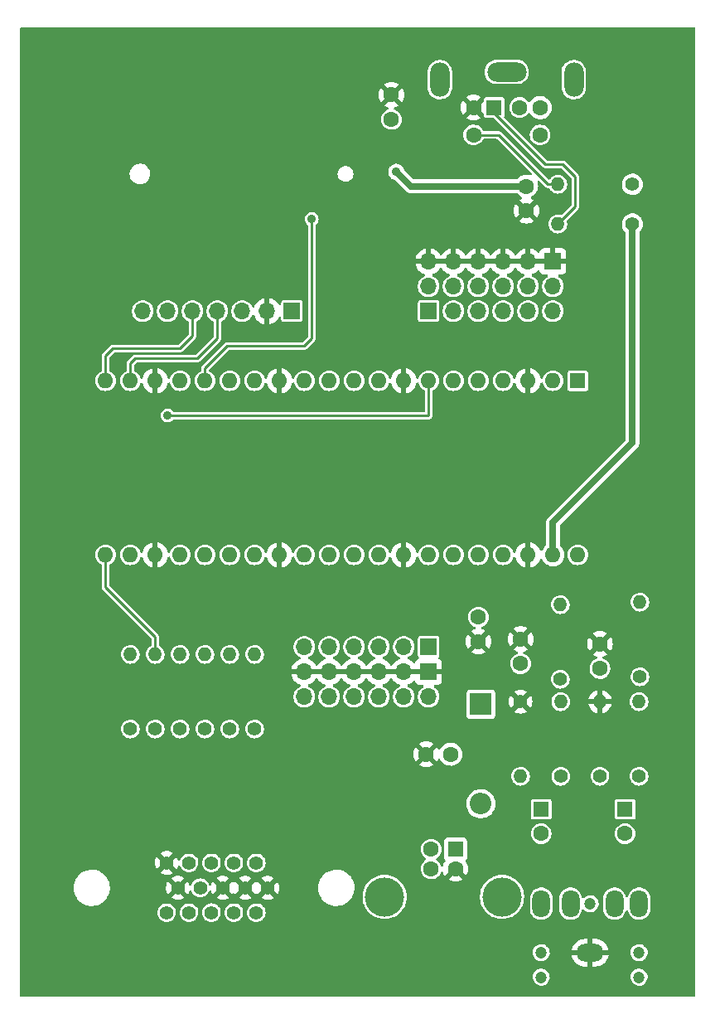
<source format=gbl>
G04 #@! TF.GenerationSoftware,KiCad,Pcbnew,(6.0.1)*
G04 #@! TF.CreationDate,2022-06-18T08:47:22-04:00*
G04 #@! TF.ProjectId,PiPicoMite03,50695069-636f-44d6-9974-6530332e6b69,2*
G04 #@! TF.SameCoordinates,Original*
G04 #@! TF.FileFunction,Copper,L2,Bot*
G04 #@! TF.FilePolarity,Positive*
%FSLAX46Y46*%
G04 Gerber Fmt 4.6, Leading zero omitted, Abs format (unit mm)*
G04 Created by KiCad (PCBNEW (6.0.1)) date 2022-06-18 08:47:22*
%MOMM*%
%LPD*%
G01*
G04 APERTURE LIST*
G04 #@! TA.AperFunction,ComponentPad*
%ADD10R,1.700000X1.700000*%
G04 #@! TD*
G04 #@! TA.AperFunction,ComponentPad*
%ADD11O,1.700000X1.700000*%
G04 #@! TD*
G04 #@! TA.AperFunction,ComponentPad*
%ADD12C,1.397000*%
G04 #@! TD*
G04 #@! TA.AperFunction,ComponentPad*
%ADD13C,1.400000*%
G04 #@! TD*
G04 #@! TA.AperFunction,ComponentPad*
%ADD14O,1.400000X1.400000*%
G04 #@! TD*
G04 #@! TA.AperFunction,ComponentPad*
%ADD15R,1.600000X1.600000*%
G04 #@! TD*
G04 #@! TA.AperFunction,ComponentPad*
%ADD16O,1.600000X1.600000*%
G04 #@! TD*
G04 #@! TA.AperFunction,ComponentPad*
%ADD17C,1.600000*%
G04 #@! TD*
G04 #@! TA.AperFunction,ComponentPad*
%ADD18C,4.000000*%
G04 #@! TD*
G04 #@! TA.AperFunction,ComponentPad*
%ADD19R,2.200000X2.200000*%
G04 #@! TD*
G04 #@! TA.AperFunction,ComponentPad*
%ADD20O,2.200000X2.200000*%
G04 #@! TD*
G04 #@! TA.AperFunction,ComponentPad*
%ADD21C,1.200000*%
G04 #@! TD*
G04 #@! TA.AperFunction,ComponentPad*
%ADD22O,1.800000X2.800000*%
G04 #@! TD*
G04 #@! TA.AperFunction,ComponentPad*
%ADD23O,2.800000X1.800000*%
G04 #@! TD*
G04 #@! TA.AperFunction,ComponentPad*
%ADD24O,2.000000X3.500000*%
G04 #@! TD*
G04 #@! TA.AperFunction,ComponentPad*
%ADD25O,4.000000X2.000000*%
G04 #@! TD*
G04 #@! TA.AperFunction,ViaPad*
%ADD26C,0.889000*%
G04 #@! TD*
G04 #@! TA.AperFunction,Conductor*
%ADD27C,0.254000*%
G04 #@! TD*
G04 #@! TA.AperFunction,Conductor*
%ADD28C,0.635000*%
G04 #@! TD*
G04 APERTURE END LIST*
D10*
X240030000Y-32258000D03*
D11*
X237490000Y-32258000D03*
X234950000Y-32258000D03*
X232410000Y-32258000D03*
X229870000Y-32258000D03*
X227330000Y-32258000D03*
X224790000Y-32258000D03*
D12*
X236377630Y-88603590D03*
X234086550Y-88603590D03*
X231800550Y-88603590D03*
X229506930Y-88603590D03*
X227218390Y-88603590D03*
X237523170Y-91143590D03*
X235232090Y-91143590D03*
X232941010Y-91143590D03*
X230652470Y-91143590D03*
X228361390Y-91143590D03*
X236377630Y-93683590D03*
X234086550Y-93683590D03*
X231798010Y-93681050D03*
X229506930Y-93683590D03*
X227218390Y-93683590D03*
D13*
X236220000Y-74930000D03*
D14*
X236220000Y-67310000D03*
D13*
X233680000Y-74930000D03*
D14*
X233680000Y-67310000D03*
D13*
X267462000Y-69850000D03*
D14*
X267462000Y-62230000D03*
D13*
X231140000Y-74930000D03*
D14*
X231140000Y-67310000D03*
D13*
X228600000Y-74930000D03*
D14*
X228600000Y-67310000D03*
D13*
X226060000Y-74930000D03*
D14*
X226060000Y-67310000D03*
D13*
X223520000Y-74930000D03*
D14*
X223520000Y-67310000D03*
D15*
X269240000Y-39365000D03*
D16*
X266700000Y-39365000D03*
X264160000Y-39365000D03*
X261620000Y-39365000D03*
X259080000Y-39365000D03*
X256540000Y-39365000D03*
X254000000Y-39365000D03*
X251460000Y-39365000D03*
X248920000Y-39365000D03*
X246380000Y-39365000D03*
X243840000Y-39365000D03*
X241300000Y-39365000D03*
X238760000Y-39365000D03*
X236220000Y-39365000D03*
X233680000Y-39365000D03*
X231140000Y-39365000D03*
X228600000Y-39365000D03*
X226060000Y-39365000D03*
X223520000Y-39365000D03*
X220980000Y-39365000D03*
X220980000Y-57145000D03*
X223520000Y-57145000D03*
X226060000Y-57145000D03*
X228600000Y-57145000D03*
X231140000Y-57145000D03*
X233680000Y-57145000D03*
X236220000Y-57145000D03*
X238760000Y-57145000D03*
X241300000Y-57145000D03*
X243840000Y-57145000D03*
X246380000Y-57145000D03*
X248920000Y-57145000D03*
X251460000Y-57145000D03*
X254000000Y-57145000D03*
X256540000Y-57145000D03*
X259080000Y-57145000D03*
X261620000Y-57145000D03*
X264160000Y-57145000D03*
X266700000Y-57145000D03*
X269240000Y-57145000D03*
D15*
X256750000Y-87212500D03*
D17*
X254250000Y-87212500D03*
X254250000Y-89212500D03*
X256750000Y-89212500D03*
D18*
X249500000Y-92072500D03*
X261500000Y-92072500D03*
D15*
X265500000Y-83122888D03*
D17*
X265500000Y-85622888D03*
X263398000Y-68250000D03*
X263398000Y-65750000D03*
D13*
X271500000Y-79756000D03*
D14*
X271500000Y-72136000D03*
D13*
X267500000Y-79756000D03*
D14*
X267500000Y-72136000D03*
D17*
X264000000Y-19500000D03*
X264000000Y-22000000D03*
D10*
X254000000Y-69088000D03*
D11*
X254000000Y-71628000D03*
X251460000Y-69088000D03*
X251460000Y-71628000D03*
X248920000Y-69088000D03*
X248920000Y-71628000D03*
X246380000Y-69088000D03*
X246380000Y-71628000D03*
X243840000Y-69088000D03*
X243840000Y-71628000D03*
X241300000Y-69088000D03*
X241300000Y-71628000D03*
D10*
X266700000Y-27178000D03*
D11*
X266700000Y-29718000D03*
X264160000Y-27178000D03*
X264160000Y-29718000D03*
X261620000Y-27178000D03*
X261620000Y-29718000D03*
X259080000Y-27178000D03*
X259080000Y-29718000D03*
X256540000Y-27178000D03*
X256540000Y-29718000D03*
X254000000Y-27178000D03*
X254000000Y-29718000D03*
D10*
X254000000Y-66548000D03*
D11*
X251460000Y-66548000D03*
X248920000Y-66548000D03*
X246380000Y-66548000D03*
X243840000Y-66548000D03*
X241300000Y-66548000D03*
D19*
X259334000Y-72390000D03*
D20*
X259334000Y-82550000D03*
D17*
X271500000Y-68750000D03*
X271500000Y-66250000D03*
X250190000Y-12680000D03*
X250190000Y-10180000D03*
D21*
X265500000Y-97774000D03*
X275500000Y-97774000D03*
X275500000Y-100274000D03*
X265500000Y-100274000D03*
X270500000Y-92774000D03*
D22*
X265500000Y-92774000D03*
X268500000Y-92774000D03*
D23*
X270500000Y-97774000D03*
D22*
X275500000Y-92774000D03*
X273000000Y-92774000D03*
D13*
X263398000Y-72136000D03*
D14*
X263398000Y-79756000D03*
D13*
X274828000Y-23368000D03*
D14*
X267208000Y-23368000D03*
D13*
X274828000Y-19304000D03*
D14*
X267208000Y-19304000D03*
D15*
X274066000Y-83122888D03*
D17*
X274066000Y-85622888D03*
X259080000Y-63500000D03*
X259080000Y-66000000D03*
D15*
X260690106Y-11475001D03*
D17*
X263290106Y-11475001D03*
X258590106Y-11475001D03*
X265390106Y-11475001D03*
X258590106Y-14275001D03*
X265390106Y-14275001D03*
D24*
X268840106Y-8625001D03*
X255140106Y-8625001D03*
D25*
X261990106Y-7825001D03*
D17*
X256250000Y-77500000D03*
X253750000Y-77500000D03*
D13*
X275500000Y-79756000D03*
D14*
X275500000Y-72136000D03*
D13*
X275590000Y-69596000D03*
D14*
X275590000Y-61976000D03*
D10*
X254000000Y-32258000D03*
D11*
X256540000Y-32258000D03*
X259080000Y-32258000D03*
X261620000Y-32258000D03*
X264160000Y-32258000D03*
X266700000Y-32258000D03*
D26*
X227330000Y-42926000D03*
X239522000Y-22606000D03*
X261366000Y-22860000D03*
X232156000Y-22860000D03*
X242062000Y-22860000D03*
X250698000Y-18034000D03*
D27*
X232410000Y-32258000D02*
X232410000Y-35052000D01*
X221742000Y-36068000D02*
X220980000Y-36830000D01*
X228600000Y-36068000D02*
X221742000Y-36068000D01*
X229870000Y-34798000D02*
X228600000Y-36068000D01*
X229870000Y-32258000D02*
X229870000Y-34798000D01*
X220980000Y-36830000D02*
X220980000Y-39365000D01*
X242062000Y-35052000D02*
X242062000Y-22860000D01*
X241300000Y-35814000D02*
X242062000Y-35052000D01*
X233426000Y-35814000D02*
X241300000Y-35814000D01*
X231140000Y-38100000D02*
X233426000Y-35814000D01*
X231140000Y-39365000D02*
X231140000Y-38100000D01*
X224028000Y-37084000D02*
X230378000Y-37084000D01*
X223520000Y-37592000D02*
X224028000Y-37084000D01*
X230378000Y-37084000D02*
X232410000Y-35052000D01*
X223520000Y-39365000D02*
X223520000Y-37592000D01*
X254000000Y-42926000D02*
X227330000Y-42926000D01*
X254000000Y-39365000D02*
X254000000Y-42926000D01*
X220980000Y-57145000D02*
X220980000Y-60452000D01*
X226060000Y-65532000D02*
X226060000Y-67310000D01*
X220980000Y-60452000D02*
X226060000Y-65532000D01*
X268986000Y-21590000D02*
X268986000Y-18542000D01*
X260690106Y-12024106D02*
X260690106Y-11475001D01*
X267208000Y-23368000D02*
X268986000Y-21590000D01*
X267716000Y-17272000D02*
X265938000Y-17272000D01*
X268986000Y-18542000D02*
X267716000Y-17272000D01*
X265938000Y-17272000D02*
X260690106Y-12024106D01*
X258590106Y-14275001D02*
X261163001Y-14275001D01*
X266192000Y-19304000D02*
X267208000Y-19304000D01*
X261163001Y-14275001D02*
X266192000Y-19304000D01*
D28*
X252164000Y-19500000D02*
X250698000Y-18034000D01*
X274828000Y-23368000D02*
X274828000Y-45720000D01*
X266700000Y-53848000D02*
X266700000Y-57144996D01*
X274828000Y-45720000D02*
X266700000Y-53848000D01*
X264000000Y-19500000D02*
X252164000Y-19500000D01*
G04 #@! TA.AperFunction,Conductor*
G36*
X281188121Y-3274002D02*
G01*
X281234614Y-3327658D01*
X281246000Y-3380000D01*
X281246000Y-102120000D01*
X281225998Y-102188121D01*
X281172342Y-102234614D01*
X281120000Y-102246000D01*
X212380000Y-102246000D01*
X212311879Y-102225998D01*
X212265386Y-102172342D01*
X212254000Y-102120000D01*
X212254000Y-100225121D01*
X264625732Y-100225121D01*
X264626089Y-100231937D01*
X264626089Y-100231942D01*
X264634129Y-100385333D01*
X264635631Y-100413997D01*
X264685857Y-100596342D01*
X264774067Y-100763648D01*
X264896146Y-100908109D01*
X264901569Y-100912256D01*
X264901571Y-100912257D01*
X265040977Y-101018841D01*
X265040981Y-101018843D01*
X265046398Y-101022985D01*
X265217814Y-101102917D01*
X265402394Y-101144176D01*
X265408189Y-101144500D01*
X265547249Y-101144500D01*
X265688029Y-101129206D01*
X265775006Y-101099935D01*
X265860821Y-101071056D01*
X265860823Y-101071055D01*
X265867286Y-101068880D01*
X266029407Y-100971468D01*
X266166828Y-100841515D01*
X266273138Y-100685085D01*
X266275673Y-100678748D01*
X266340843Y-100515812D01*
X266340844Y-100515807D01*
X266343377Y-100509475D01*
X266344491Y-100502748D01*
X266344492Y-100502743D01*
X266373153Y-100329616D01*
X266373153Y-100329613D01*
X266374268Y-100322879D01*
X266369145Y-100225121D01*
X274625732Y-100225121D01*
X274626089Y-100231937D01*
X274626089Y-100231942D01*
X274634129Y-100385333D01*
X274635631Y-100413997D01*
X274685857Y-100596342D01*
X274774067Y-100763648D01*
X274896146Y-100908109D01*
X274901569Y-100912256D01*
X274901571Y-100912257D01*
X275040977Y-101018841D01*
X275040981Y-101018843D01*
X275046398Y-101022985D01*
X275217814Y-101102917D01*
X275402394Y-101144176D01*
X275408189Y-101144500D01*
X275547249Y-101144500D01*
X275688029Y-101129206D01*
X275775006Y-101099935D01*
X275860821Y-101071056D01*
X275860823Y-101071055D01*
X275867286Y-101068880D01*
X276029407Y-100971468D01*
X276166828Y-100841515D01*
X276273138Y-100685085D01*
X276275673Y-100678748D01*
X276340843Y-100515812D01*
X276340844Y-100515807D01*
X276343377Y-100509475D01*
X276344491Y-100502748D01*
X276344492Y-100502743D01*
X276373153Y-100329616D01*
X276373153Y-100329613D01*
X276374268Y-100322879D01*
X276369145Y-100225121D01*
X276364726Y-100140816D01*
X276364369Y-100134003D01*
X276314143Y-99951658D01*
X276225933Y-99784352D01*
X276103854Y-99639891D01*
X276020984Y-99576532D01*
X275959023Y-99529159D01*
X275959019Y-99529157D01*
X275953602Y-99525015D01*
X275782186Y-99445083D01*
X275597606Y-99403824D01*
X275591811Y-99403500D01*
X275452751Y-99403500D01*
X275311971Y-99418794D01*
X275238279Y-99443594D01*
X275139179Y-99476944D01*
X275139177Y-99476945D01*
X275132714Y-99479120D01*
X274970593Y-99576532D01*
X274833172Y-99706485D01*
X274726862Y-99862915D01*
X274724329Y-99869249D01*
X274724327Y-99869252D01*
X274659157Y-100032188D01*
X274659156Y-100032193D01*
X274656623Y-100038525D01*
X274655509Y-100045252D01*
X274655508Y-100045257D01*
X274626847Y-100218384D01*
X274625732Y-100225121D01*
X266369145Y-100225121D01*
X266364726Y-100140816D01*
X266364369Y-100134003D01*
X266314143Y-99951658D01*
X266225933Y-99784352D01*
X266103854Y-99639891D01*
X266020984Y-99576532D01*
X265959023Y-99529159D01*
X265959019Y-99529157D01*
X265953602Y-99525015D01*
X265782186Y-99445083D01*
X265597606Y-99403824D01*
X265591811Y-99403500D01*
X265452751Y-99403500D01*
X265311971Y-99418794D01*
X265238279Y-99443594D01*
X265139179Y-99476944D01*
X265139177Y-99476945D01*
X265132714Y-99479120D01*
X264970593Y-99576532D01*
X264833172Y-99706485D01*
X264726862Y-99862915D01*
X264724329Y-99869249D01*
X264724327Y-99869252D01*
X264659157Y-100032188D01*
X264659156Y-100032193D01*
X264656623Y-100038525D01*
X264655509Y-100045252D01*
X264655508Y-100045257D01*
X264626847Y-100218384D01*
X264625732Y-100225121D01*
X212254000Y-100225121D01*
X212254000Y-97725121D01*
X264625732Y-97725121D01*
X264626089Y-97731937D01*
X264626089Y-97731942D01*
X264634129Y-97885333D01*
X264635631Y-97913997D01*
X264685857Y-98096342D01*
X264774067Y-98263648D01*
X264896146Y-98408109D01*
X264901569Y-98412256D01*
X264901571Y-98412257D01*
X265040977Y-98518841D01*
X265040981Y-98518843D01*
X265046398Y-98522985D01*
X265217814Y-98602917D01*
X265402394Y-98644176D01*
X265408189Y-98644500D01*
X265547249Y-98644500D01*
X265688029Y-98629206D01*
X265775006Y-98599935D01*
X265860821Y-98571056D01*
X265860823Y-98571055D01*
X265867286Y-98568880D01*
X266029407Y-98471468D01*
X266166828Y-98341515D01*
X266273138Y-98185085D01*
X266277236Y-98174840D01*
X266330137Y-98042580D01*
X268617662Y-98042580D01*
X268645413Y-98174840D01*
X268648473Y-98185037D01*
X268732315Y-98397340D01*
X268737049Y-98406876D01*
X268855468Y-98602025D01*
X268861734Y-98610618D01*
X269011342Y-98783027D01*
X269018972Y-98790447D01*
X269195488Y-98935180D01*
X269204255Y-98941206D01*
X269402633Y-99054129D01*
X269412297Y-99058595D01*
X269626868Y-99136481D01*
X269637135Y-99139251D01*
X269862932Y-99180081D01*
X269871162Y-99181016D01*
X269890550Y-99181930D01*
X269893526Y-99182000D01*
X270227885Y-99182000D01*
X270243124Y-99177525D01*
X270244329Y-99176135D01*
X270246000Y-99168452D01*
X270246000Y-99163885D01*
X270754000Y-99163885D01*
X270758475Y-99179124D01*
X270759865Y-99180329D01*
X270767548Y-99182000D01*
X271057340Y-99182000D01*
X271062649Y-99181775D01*
X271232771Y-99167340D01*
X271243259Y-99165548D01*
X271464211Y-99108199D01*
X271474239Y-99104667D01*
X271682363Y-99010915D01*
X271691669Y-99005735D01*
X271881024Y-98878253D01*
X271889307Y-98871594D01*
X272054478Y-98714029D01*
X272061530Y-98706058D01*
X272197790Y-98522918D01*
X272203394Y-98513881D01*
X272306851Y-98310394D01*
X272310852Y-98300541D01*
X272378544Y-98082539D01*
X272380828Y-98072152D01*
X272384300Y-98045957D01*
X272382104Y-98031793D01*
X272368919Y-98028000D01*
X270772115Y-98028000D01*
X270756876Y-98032475D01*
X270755671Y-98033865D01*
X270754000Y-98041548D01*
X270754000Y-99163885D01*
X270246000Y-99163885D01*
X270246000Y-98046115D01*
X270241525Y-98030876D01*
X270240135Y-98029671D01*
X270232452Y-98028000D01*
X268632718Y-98028000D01*
X268619187Y-98031973D01*
X268617662Y-98042580D01*
X266330137Y-98042580D01*
X266340843Y-98015812D01*
X266340844Y-98015807D01*
X266343377Y-98009475D01*
X266344491Y-98002748D01*
X266344492Y-98002743D01*
X266373153Y-97829616D01*
X266373153Y-97829613D01*
X266374268Y-97822879D01*
X266369145Y-97725121D01*
X274625732Y-97725121D01*
X274626089Y-97731937D01*
X274626089Y-97731942D01*
X274634129Y-97885333D01*
X274635631Y-97913997D01*
X274685857Y-98096342D01*
X274774067Y-98263648D01*
X274896146Y-98408109D01*
X274901569Y-98412256D01*
X274901571Y-98412257D01*
X275040977Y-98518841D01*
X275040981Y-98518843D01*
X275046398Y-98522985D01*
X275217814Y-98602917D01*
X275402394Y-98644176D01*
X275408189Y-98644500D01*
X275547249Y-98644500D01*
X275688029Y-98629206D01*
X275775006Y-98599935D01*
X275860821Y-98571056D01*
X275860823Y-98571055D01*
X275867286Y-98568880D01*
X276029407Y-98471468D01*
X276166828Y-98341515D01*
X276273138Y-98185085D01*
X276277236Y-98174840D01*
X276340843Y-98015812D01*
X276340844Y-98015807D01*
X276343377Y-98009475D01*
X276344491Y-98002748D01*
X276344492Y-98002743D01*
X276373153Y-97829616D01*
X276373153Y-97829613D01*
X276374268Y-97822879D01*
X276369145Y-97725121D01*
X276364726Y-97640816D01*
X276364369Y-97634003D01*
X276314143Y-97451658D01*
X276225933Y-97284352D01*
X276103854Y-97139891D01*
X276020984Y-97076532D01*
X275959023Y-97029159D01*
X275959019Y-97029157D01*
X275953602Y-97025015D01*
X275782186Y-96945083D01*
X275597606Y-96903824D01*
X275591811Y-96903500D01*
X275452751Y-96903500D01*
X275311971Y-96918794D01*
X275238279Y-96943594D01*
X275139179Y-96976944D01*
X275139177Y-96976945D01*
X275132714Y-96979120D01*
X274970593Y-97076532D01*
X274833172Y-97206485D01*
X274726862Y-97362915D01*
X274724329Y-97369249D01*
X274724327Y-97369252D01*
X274659157Y-97532188D01*
X274659156Y-97532193D01*
X274656623Y-97538525D01*
X274655509Y-97545252D01*
X274655508Y-97545257D01*
X274626847Y-97718384D01*
X274625732Y-97725121D01*
X266369145Y-97725121D01*
X266364726Y-97640816D01*
X266364369Y-97634003D01*
X266328021Y-97502043D01*
X268615700Y-97502043D01*
X268617896Y-97516207D01*
X268631081Y-97520000D01*
X270227885Y-97520000D01*
X270243124Y-97515525D01*
X270244329Y-97514135D01*
X270246000Y-97506452D01*
X270246000Y-97501885D01*
X270754000Y-97501885D01*
X270758475Y-97517124D01*
X270759865Y-97518329D01*
X270767548Y-97520000D01*
X272367282Y-97520000D01*
X272380813Y-97516027D01*
X272382338Y-97505420D01*
X272354587Y-97373160D01*
X272351527Y-97362963D01*
X272267685Y-97150660D01*
X272262951Y-97141124D01*
X272144532Y-96945975D01*
X272138266Y-96937382D01*
X271988658Y-96764973D01*
X271981028Y-96757553D01*
X271804512Y-96612820D01*
X271795745Y-96606794D01*
X271597367Y-96493871D01*
X271587703Y-96489405D01*
X271373132Y-96411519D01*
X271362865Y-96408749D01*
X271137068Y-96367919D01*
X271128838Y-96366984D01*
X271109450Y-96366070D01*
X271106474Y-96366000D01*
X270772115Y-96366000D01*
X270756876Y-96370475D01*
X270755671Y-96371865D01*
X270754000Y-96379548D01*
X270754000Y-97501885D01*
X270246000Y-97501885D01*
X270246000Y-96384115D01*
X270241525Y-96368876D01*
X270240135Y-96367671D01*
X270232452Y-96366000D01*
X269942660Y-96366000D01*
X269937351Y-96366225D01*
X269767229Y-96380660D01*
X269756741Y-96382452D01*
X269535789Y-96439801D01*
X269525761Y-96443333D01*
X269317637Y-96537085D01*
X269308331Y-96542265D01*
X269118976Y-96669747D01*
X269110693Y-96676406D01*
X268945522Y-96833971D01*
X268938470Y-96841942D01*
X268802210Y-97025082D01*
X268796606Y-97034119D01*
X268693149Y-97237606D01*
X268689148Y-97247459D01*
X268621456Y-97465461D01*
X268619172Y-97475848D01*
X268615700Y-97502043D01*
X266328021Y-97502043D01*
X266314143Y-97451658D01*
X266225933Y-97284352D01*
X266103854Y-97139891D01*
X266020984Y-97076532D01*
X265959023Y-97029159D01*
X265959019Y-97029157D01*
X265953602Y-97025015D01*
X265782186Y-96945083D01*
X265597606Y-96903824D01*
X265591811Y-96903500D01*
X265452751Y-96903500D01*
X265311971Y-96918794D01*
X265238279Y-96943594D01*
X265139179Y-96976944D01*
X265139177Y-96976945D01*
X265132714Y-96979120D01*
X264970593Y-97076532D01*
X264833172Y-97206485D01*
X264726862Y-97362915D01*
X264724329Y-97369249D01*
X264724327Y-97369252D01*
X264659157Y-97532188D01*
X264659156Y-97532193D01*
X264656623Y-97538525D01*
X264655509Y-97545252D01*
X264655508Y-97545257D01*
X264626847Y-97718384D01*
X264625732Y-97725121D01*
X212254000Y-97725121D01*
X212254000Y-93670220D01*
X226260872Y-93670220D01*
X226276511Y-93856457D01*
X226328026Y-94036110D01*
X226413454Y-94202336D01*
X226417277Y-94207160D01*
X226417280Y-94207164D01*
X226504769Y-94317547D01*
X226529542Y-94348802D01*
X226534236Y-94352797D01*
X226583728Y-94394918D01*
X226671868Y-94469932D01*
X226835011Y-94561109D01*
X227012757Y-94618862D01*
X227198335Y-94640991D01*
X227204470Y-94640519D01*
X227204472Y-94640519D01*
X227260509Y-94636207D01*
X227384677Y-94626653D01*
X227564686Y-94576394D01*
X227570175Y-94573621D01*
X227570181Y-94573619D01*
X227647549Y-94534537D01*
X227731504Y-94492128D01*
X227759914Y-94469932D01*
X227783876Y-94451211D01*
X227878777Y-94377065D01*
X227882803Y-94372401D01*
X227882806Y-94372398D01*
X227996870Y-94240253D01*
X228000897Y-94235588D01*
X228093211Y-94073085D01*
X228099648Y-94053737D01*
X228150257Y-93901599D01*
X228152204Y-93895747D01*
X228158264Y-93847777D01*
X228175186Y-93713831D01*
X228175187Y-93713822D01*
X228175628Y-93710328D01*
X228176001Y-93683590D01*
X228174690Y-93670220D01*
X228549412Y-93670220D01*
X228565051Y-93856457D01*
X228616566Y-94036110D01*
X228701994Y-94202336D01*
X228705817Y-94207160D01*
X228705820Y-94207164D01*
X228793309Y-94317547D01*
X228818082Y-94348802D01*
X228822776Y-94352797D01*
X228872268Y-94394918D01*
X228960408Y-94469932D01*
X229123551Y-94561109D01*
X229301297Y-94618862D01*
X229486875Y-94640991D01*
X229493010Y-94640519D01*
X229493012Y-94640519D01*
X229549049Y-94636207D01*
X229673217Y-94626653D01*
X229853226Y-94576394D01*
X229858715Y-94573621D01*
X229858721Y-94573619D01*
X229936089Y-94534537D01*
X230020044Y-94492128D01*
X230048454Y-94469932D01*
X230072416Y-94451211D01*
X230167317Y-94377065D01*
X230171343Y-94372401D01*
X230171346Y-94372398D01*
X230285410Y-94240253D01*
X230289437Y-94235588D01*
X230381751Y-94073085D01*
X230388188Y-94053737D01*
X230438797Y-93901599D01*
X230440744Y-93895747D01*
X230446804Y-93847777D01*
X230463726Y-93713831D01*
X230463727Y-93713822D01*
X230464168Y-93710328D01*
X230464541Y-93683590D01*
X230462981Y-93667680D01*
X230840492Y-93667680D01*
X230841008Y-93673824D01*
X230845122Y-93722811D01*
X230856131Y-93853917D01*
X230857829Y-93859838D01*
X230857829Y-93859839D01*
X230859953Y-93867247D01*
X230907646Y-94033570D01*
X230993074Y-94199796D01*
X230996897Y-94204620D01*
X230996900Y-94204624D01*
X231082409Y-94312508D01*
X231109162Y-94346262D01*
X231113856Y-94350257D01*
X231207403Y-94429872D01*
X231251488Y-94467392D01*
X231414631Y-94558569D01*
X231592377Y-94616322D01*
X231777955Y-94638451D01*
X231784090Y-94637979D01*
X231784092Y-94637979D01*
X231840129Y-94633667D01*
X231964297Y-94624113D01*
X232144306Y-94573854D01*
X232149795Y-94571081D01*
X232149801Y-94571079D01*
X232227169Y-94531997D01*
X232311124Y-94489588D01*
X232336283Y-94469932D01*
X232363496Y-94448671D01*
X232458397Y-94374525D01*
X232462423Y-94369861D01*
X232462426Y-94369858D01*
X232576490Y-94237713D01*
X232580517Y-94233048D01*
X232672831Y-94070545D01*
X232678423Y-94053737D01*
X232729877Y-93899059D01*
X232731824Y-93893207D01*
X232737563Y-93847777D01*
X232754806Y-93711291D01*
X232754807Y-93711282D01*
X232755248Y-93707788D01*
X232755621Y-93681050D01*
X232754559Y-93670220D01*
X233129032Y-93670220D01*
X233144671Y-93856457D01*
X233196186Y-94036110D01*
X233281614Y-94202336D01*
X233285437Y-94207160D01*
X233285440Y-94207164D01*
X233372929Y-94317547D01*
X233397702Y-94348802D01*
X233402396Y-94352797D01*
X233451888Y-94394918D01*
X233540028Y-94469932D01*
X233703171Y-94561109D01*
X233880917Y-94618862D01*
X234066495Y-94640991D01*
X234072630Y-94640519D01*
X234072632Y-94640519D01*
X234128669Y-94636207D01*
X234252837Y-94626653D01*
X234432846Y-94576394D01*
X234438335Y-94573621D01*
X234438341Y-94573619D01*
X234515709Y-94534537D01*
X234599664Y-94492128D01*
X234628074Y-94469932D01*
X234652036Y-94451211D01*
X234746937Y-94377065D01*
X234750963Y-94372401D01*
X234750966Y-94372398D01*
X234865030Y-94240253D01*
X234869057Y-94235588D01*
X234961371Y-94073085D01*
X234967808Y-94053737D01*
X235018417Y-93901599D01*
X235020364Y-93895747D01*
X235026424Y-93847777D01*
X235043346Y-93713831D01*
X235043347Y-93713822D01*
X235043788Y-93710328D01*
X235044161Y-93683590D01*
X235042850Y-93670220D01*
X235420112Y-93670220D01*
X235435751Y-93856457D01*
X235487266Y-94036110D01*
X235572694Y-94202336D01*
X235576517Y-94207160D01*
X235576520Y-94207164D01*
X235664009Y-94317547D01*
X235688782Y-94348802D01*
X235693476Y-94352797D01*
X235742968Y-94394918D01*
X235831108Y-94469932D01*
X235994251Y-94561109D01*
X236171997Y-94618862D01*
X236357575Y-94640991D01*
X236363710Y-94640519D01*
X236363712Y-94640519D01*
X236419749Y-94636207D01*
X236543917Y-94626653D01*
X236723926Y-94576394D01*
X236729415Y-94573621D01*
X236729421Y-94573619D01*
X236806789Y-94534537D01*
X236890744Y-94492128D01*
X236919154Y-94469932D01*
X236943116Y-94451211D01*
X237038017Y-94377065D01*
X237042043Y-94372401D01*
X237042046Y-94372398D01*
X237156110Y-94240253D01*
X237160137Y-94235588D01*
X237252451Y-94073085D01*
X237258888Y-94053737D01*
X237309497Y-93901599D01*
X237311444Y-93895747D01*
X237317504Y-93847777D01*
X237334426Y-93713831D01*
X237334427Y-93713822D01*
X237334868Y-93710328D01*
X237335241Y-93683590D01*
X237317003Y-93497589D01*
X237313291Y-93485292D01*
X237279110Y-93372081D01*
X237262985Y-93318673D01*
X237175245Y-93153656D01*
X237128501Y-93096342D01*
X237061018Y-93013600D01*
X237061015Y-93013597D01*
X237057123Y-93008825D01*
X237052374Y-93004896D01*
X236917869Y-92893624D01*
X236917866Y-92893622D01*
X236913119Y-92889695D01*
X236748719Y-92800804D01*
X236659452Y-92773171D01*
X236576071Y-92747360D01*
X236576068Y-92747359D01*
X236570184Y-92745538D01*
X236564059Y-92744894D01*
X236564058Y-92744894D01*
X236390443Y-92726646D01*
X236390442Y-92726646D01*
X236384315Y-92726002D01*
X236265717Y-92736796D01*
X236204333Y-92742382D01*
X236204332Y-92742382D01*
X236198192Y-92742941D01*
X236192278Y-92744682D01*
X236192276Y-92744682D01*
X236070096Y-92780642D01*
X236018903Y-92795709D01*
X236013438Y-92798566D01*
X235892200Y-92861947D01*
X235853277Y-92882295D01*
X235707625Y-92999403D01*
X235587492Y-93142571D01*
X235584529Y-93147960D01*
X235584526Y-93147965D01*
X235554728Y-93202168D01*
X235497456Y-93306347D01*
X235495595Y-93312214D01*
X235495594Y-93312216D01*
X235484728Y-93346470D01*
X235440945Y-93484491D01*
X235420112Y-93670220D01*
X235042850Y-93670220D01*
X235025923Y-93497589D01*
X235022211Y-93485292D01*
X234988030Y-93372081D01*
X234971905Y-93318673D01*
X234884165Y-93153656D01*
X234837421Y-93096342D01*
X234769938Y-93013600D01*
X234769935Y-93013597D01*
X234766043Y-93008825D01*
X234761294Y-93004896D01*
X234626789Y-92893624D01*
X234626786Y-92893622D01*
X234622039Y-92889695D01*
X234457639Y-92800804D01*
X234368372Y-92773171D01*
X234284991Y-92747360D01*
X234284988Y-92747359D01*
X234279104Y-92745538D01*
X234272979Y-92744894D01*
X234272978Y-92744894D01*
X234099363Y-92726646D01*
X234099362Y-92726646D01*
X234093235Y-92726002D01*
X233974637Y-92736796D01*
X233913253Y-92742382D01*
X233913252Y-92742382D01*
X233907112Y-92742941D01*
X233901198Y-92744682D01*
X233901196Y-92744682D01*
X233779016Y-92780642D01*
X233727823Y-92795709D01*
X233722358Y-92798566D01*
X233601120Y-92861947D01*
X233562197Y-92882295D01*
X233416545Y-92999403D01*
X233296412Y-93142571D01*
X233293449Y-93147960D01*
X233293446Y-93147965D01*
X233263648Y-93202168D01*
X233206376Y-93306347D01*
X233204515Y-93312214D01*
X233204514Y-93312216D01*
X233193648Y-93346470D01*
X233149865Y-93484491D01*
X233129032Y-93670220D01*
X232754559Y-93670220D01*
X232737383Y-93495049D01*
X232734196Y-93484491D01*
X232687768Y-93330718D01*
X232683365Y-93316133D01*
X232595625Y-93151116D01*
X232582737Y-93135314D01*
X232481398Y-93011060D01*
X232481395Y-93011057D01*
X232477503Y-93006285D01*
X232472754Y-93002356D01*
X232338249Y-92891084D01*
X232338246Y-92891082D01*
X232333499Y-92887155D01*
X232169099Y-92798264D01*
X232079831Y-92770631D01*
X231996451Y-92744820D01*
X231996448Y-92744819D01*
X231990564Y-92742998D01*
X231984439Y-92742354D01*
X231984438Y-92742354D01*
X231810823Y-92724106D01*
X231810822Y-92724106D01*
X231804695Y-92723462D01*
X231686097Y-92734256D01*
X231624713Y-92739842D01*
X231624712Y-92739842D01*
X231618572Y-92740401D01*
X231612658Y-92742142D01*
X231612656Y-92742142D01*
X231490476Y-92778102D01*
X231439283Y-92793169D01*
X231433818Y-92796026D01*
X231368443Y-92830203D01*
X231273657Y-92879755D01*
X231128005Y-92996863D01*
X231007872Y-93140031D01*
X231004909Y-93145420D01*
X231004906Y-93145425D01*
X230939913Y-93263648D01*
X230917836Y-93303807D01*
X230915975Y-93309674D01*
X230915974Y-93309676D01*
X230910216Y-93327827D01*
X230861325Y-93481951D01*
X230840492Y-93667680D01*
X230462981Y-93667680D01*
X230446303Y-93497589D01*
X230442591Y-93485292D01*
X230408410Y-93372081D01*
X230392285Y-93318673D01*
X230304545Y-93153656D01*
X230257801Y-93096342D01*
X230190318Y-93013600D01*
X230190315Y-93013597D01*
X230186423Y-93008825D01*
X230181674Y-93004896D01*
X230047169Y-92893624D01*
X230047166Y-92893622D01*
X230042419Y-92889695D01*
X229878019Y-92800804D01*
X229788752Y-92773171D01*
X229705371Y-92747360D01*
X229705368Y-92747359D01*
X229699484Y-92745538D01*
X229693359Y-92744894D01*
X229693358Y-92744894D01*
X229519743Y-92726646D01*
X229519742Y-92726646D01*
X229513615Y-92726002D01*
X229395017Y-92736796D01*
X229333633Y-92742382D01*
X229333632Y-92742382D01*
X229327492Y-92742941D01*
X229321578Y-92744682D01*
X229321576Y-92744682D01*
X229199396Y-92780642D01*
X229148203Y-92795709D01*
X229142738Y-92798566D01*
X229021500Y-92861947D01*
X228982577Y-92882295D01*
X228836925Y-92999403D01*
X228716792Y-93142571D01*
X228713829Y-93147960D01*
X228713826Y-93147965D01*
X228684028Y-93202168D01*
X228626756Y-93306347D01*
X228624895Y-93312214D01*
X228624894Y-93312216D01*
X228614028Y-93346470D01*
X228570245Y-93484491D01*
X228549412Y-93670220D01*
X228174690Y-93670220D01*
X228157763Y-93497589D01*
X228154051Y-93485292D01*
X228119870Y-93372081D01*
X228103745Y-93318673D01*
X228016005Y-93153656D01*
X227969261Y-93096342D01*
X227901778Y-93013600D01*
X227901775Y-93013597D01*
X227897883Y-93008825D01*
X227893134Y-93004896D01*
X227758629Y-92893624D01*
X227758626Y-92893622D01*
X227753879Y-92889695D01*
X227589479Y-92800804D01*
X227500212Y-92773171D01*
X227416831Y-92747360D01*
X227416828Y-92747359D01*
X227410944Y-92745538D01*
X227404819Y-92744894D01*
X227404818Y-92744894D01*
X227231203Y-92726646D01*
X227231202Y-92726646D01*
X227225075Y-92726002D01*
X227106477Y-92736796D01*
X227045093Y-92742382D01*
X227045092Y-92742382D01*
X227038952Y-92742941D01*
X227033038Y-92744682D01*
X227033036Y-92744682D01*
X226910856Y-92780642D01*
X226859663Y-92795709D01*
X226854198Y-92798566D01*
X226732960Y-92861947D01*
X226694037Y-92882295D01*
X226548385Y-92999403D01*
X226428252Y-93142571D01*
X226425289Y-93147960D01*
X226425286Y-93147965D01*
X226395488Y-93202168D01*
X226338216Y-93306347D01*
X226336355Y-93312214D01*
X226336354Y-93312216D01*
X226325488Y-93346470D01*
X226281705Y-93484491D01*
X226260872Y-93670220D01*
X212254000Y-93670220D01*
X212254000Y-91185776D01*
X217714008Y-91185776D01*
X217739569Y-91453690D01*
X217740654Y-91458124D01*
X217740655Y-91458130D01*
X217799902Y-91700253D01*
X217803537Y-91715108D01*
X217904573Y-91964553D01*
X218040559Y-92196800D01*
X218081253Y-92247685D01*
X218176994Y-92367403D01*
X218208648Y-92406985D01*
X218405317Y-92590703D01*
X218626447Y-92744106D01*
X218867406Y-92863981D01*
X218871740Y-92865402D01*
X218871743Y-92865403D01*
X219118813Y-92946397D01*
X219118819Y-92946398D01*
X219123146Y-92947817D01*
X219127637Y-92948597D01*
X219127638Y-92948597D01*
X219384528Y-92993201D01*
X219384536Y-92993202D01*
X219388309Y-92993857D01*
X219392146Y-92994048D01*
X219471767Y-92998012D01*
X219471775Y-92998012D01*
X219473338Y-92998090D01*
X219641364Y-92998090D01*
X219643632Y-92997925D01*
X219643644Y-92997925D01*
X219774447Y-92988434D01*
X219841415Y-92983575D01*
X219845870Y-92982591D01*
X219845873Y-92982591D01*
X220099760Y-92926537D01*
X220099762Y-92926536D01*
X220104216Y-92925553D01*
X220355890Y-92830203D01*
X220412099Y-92798982D01*
X220587169Y-92701739D01*
X220587170Y-92701738D01*
X220591162Y-92699521D01*
X220785314Y-92551349D01*
X220801481Y-92539011D01*
X220801485Y-92539007D01*
X220805106Y-92536244D01*
X220993239Y-92343793D01*
X221036505Y-92284352D01*
X221130000Y-92155904D01*
X227713436Y-92155904D01*
X227723318Y-92168393D01*
X227778429Y-92205216D01*
X227788536Y-92210704D01*
X227981657Y-92293676D01*
X227992600Y-92297231D01*
X228197599Y-92343618D01*
X228209008Y-92345120D01*
X228419035Y-92353371D01*
X228430519Y-92352769D01*
X228638535Y-92322609D01*
X228649718Y-92319924D01*
X228848752Y-92252361D01*
X228859255Y-92247685D01*
X229001794Y-92167860D01*
X229011656Y-92157784D01*
X229010932Y-92155904D01*
X232293056Y-92155904D01*
X232302938Y-92168393D01*
X232358049Y-92205216D01*
X232368156Y-92210704D01*
X232561277Y-92293676D01*
X232572220Y-92297231D01*
X232777219Y-92343618D01*
X232788628Y-92345120D01*
X232998655Y-92353371D01*
X233010139Y-92352769D01*
X233218155Y-92322609D01*
X233229338Y-92319924D01*
X233428372Y-92252361D01*
X233438875Y-92247685D01*
X233581414Y-92167860D01*
X233591276Y-92157784D01*
X233590552Y-92155904D01*
X234584136Y-92155904D01*
X234594018Y-92168393D01*
X234649129Y-92205216D01*
X234659236Y-92210704D01*
X234852357Y-92293676D01*
X234863300Y-92297231D01*
X235068299Y-92343618D01*
X235079708Y-92345120D01*
X235289735Y-92353371D01*
X235301219Y-92352769D01*
X235509235Y-92322609D01*
X235520418Y-92319924D01*
X235719452Y-92252361D01*
X235729955Y-92247685D01*
X235872494Y-92167860D01*
X235882356Y-92157784D01*
X235881632Y-92155904D01*
X236875216Y-92155904D01*
X236885098Y-92168393D01*
X236940209Y-92205216D01*
X236950316Y-92210704D01*
X237143437Y-92293676D01*
X237154380Y-92297231D01*
X237359379Y-92343618D01*
X237370788Y-92345120D01*
X237580815Y-92353371D01*
X237592299Y-92352769D01*
X237800315Y-92322609D01*
X237811498Y-92319924D01*
X238010532Y-92252361D01*
X238021035Y-92247685D01*
X238163574Y-92167860D01*
X238173436Y-92157784D01*
X238170481Y-92150112D01*
X237535981Y-91515611D01*
X237522038Y-91507998D01*
X237520204Y-91508129D01*
X237513590Y-91512380D01*
X236881409Y-92144562D01*
X236875216Y-92155904D01*
X235881632Y-92155904D01*
X235879401Y-92150112D01*
X235244901Y-91515611D01*
X235230958Y-91507998D01*
X235229124Y-91508129D01*
X235222510Y-91512380D01*
X234590329Y-92144562D01*
X234584136Y-92155904D01*
X233590552Y-92155904D01*
X233588321Y-92150112D01*
X232953821Y-91515611D01*
X232939878Y-91507998D01*
X232938044Y-91508129D01*
X232931430Y-91512380D01*
X232299249Y-92144562D01*
X232293056Y-92155904D01*
X229010932Y-92155904D01*
X229008701Y-92150112D01*
X228374201Y-91515611D01*
X228360258Y-91507998D01*
X228358424Y-91508129D01*
X228351810Y-91512380D01*
X227719629Y-92144562D01*
X227713436Y-92155904D01*
X221130000Y-92155904D01*
X221148932Y-92129894D01*
X221148937Y-92129887D01*
X221151620Y-92126200D01*
X221276931Y-91888023D01*
X221356196Y-91663564D01*
X221365024Y-91638565D01*
X221365024Y-91638564D01*
X221366547Y-91634252D01*
X221400829Y-91460317D01*
X221417710Y-91374673D01*
X221417711Y-91374667D01*
X221418591Y-91370201D01*
X221419390Y-91354150D01*
X221431164Y-91117638D01*
X227150514Y-91117638D01*
X227164261Y-91327369D01*
X227166062Y-91338739D01*
X227217799Y-91542453D01*
X227221640Y-91553300D01*
X227309637Y-91744182D01*
X227315386Y-91754139D01*
X227336502Y-91784017D01*
X227347092Y-91792406D01*
X227360391Y-91785378D01*
X227989369Y-91156401D01*
X227995746Y-91144722D01*
X228725798Y-91144722D01*
X228725929Y-91146556D01*
X228730180Y-91153170D01*
X229364001Y-91786990D01*
X229376376Y-91793747D01*
X229382956Y-91788821D01*
X229465485Y-91641455D01*
X229470161Y-91630952D01*
X229519942Y-91484301D01*
X229560779Y-91426225D01*
X229626532Y-91399446D01*
X229696324Y-91412467D01*
X229747997Y-91461154D01*
X229757996Y-91484515D01*
X229758139Y-91484458D01*
X229760198Y-91489658D01*
X229760372Y-91490065D01*
X229760406Y-91490185D01*
X229760410Y-91490194D01*
X229762106Y-91496110D01*
X229804820Y-91579223D01*
X229839976Y-91647629D01*
X229847534Y-91662336D01*
X229851357Y-91667160D01*
X229851360Y-91667164D01*
X229956640Y-91799992D01*
X229963622Y-91808802D01*
X229968316Y-91812797D01*
X230074978Y-91903574D01*
X230105948Y-91929932D01*
X230269091Y-92021109D01*
X230446837Y-92078862D01*
X230632415Y-92100991D01*
X230638550Y-92100519D01*
X230638552Y-92100519D01*
X230694589Y-92096207D01*
X230818757Y-92086653D01*
X230998766Y-92036394D01*
X231004255Y-92033621D01*
X231004261Y-92033619D01*
X231105194Y-91982633D01*
X231165584Y-91952128D01*
X231174602Y-91945083D01*
X231278314Y-91864053D01*
X231312857Y-91837065D01*
X231316883Y-91832401D01*
X231316886Y-91832398D01*
X231406329Y-91728777D01*
X231434977Y-91695588D01*
X231527291Y-91533085D01*
X231543335Y-91484855D01*
X231583815Y-91426533D01*
X231649403Y-91399353D01*
X231719273Y-91411947D01*
X231771243Y-91460317D01*
X231785015Y-91493613D01*
X231797420Y-91542455D01*
X231801260Y-91553300D01*
X231889257Y-91744182D01*
X231895006Y-91754139D01*
X231916122Y-91784017D01*
X231926712Y-91792406D01*
X231940011Y-91785378D01*
X232568989Y-91156401D01*
X232575366Y-91144722D01*
X233305418Y-91144722D01*
X233305549Y-91146556D01*
X233309800Y-91153170D01*
X233943621Y-91786990D01*
X233955996Y-91793747D01*
X233962577Y-91788821D01*
X233974648Y-91767266D01*
X234025385Y-91717604D01*
X234094916Y-91703255D01*
X234161167Y-91728777D01*
X234187479Y-91756109D01*
X234207203Y-91784018D01*
X234217792Y-91792406D01*
X234231091Y-91785378D01*
X234860069Y-91156401D01*
X234866446Y-91144722D01*
X235596498Y-91144722D01*
X235596629Y-91146556D01*
X235600880Y-91153170D01*
X236234701Y-91786990D01*
X236247076Y-91793747D01*
X236253657Y-91788821D01*
X236265728Y-91767266D01*
X236316465Y-91717604D01*
X236385996Y-91703255D01*
X236452247Y-91728777D01*
X236478559Y-91756109D01*
X236498283Y-91784018D01*
X236508872Y-91792406D01*
X236522171Y-91785378D01*
X237151149Y-91156401D01*
X237157526Y-91144722D01*
X237887578Y-91144722D01*
X237887709Y-91146556D01*
X237891960Y-91153170D01*
X238525781Y-91786990D01*
X238538156Y-91793747D01*
X238544736Y-91788821D01*
X238627265Y-91641455D01*
X238631941Y-91630952D01*
X238699504Y-91431918D01*
X238702189Y-91420735D01*
X238732645Y-91210678D01*
X238733275Y-91203295D01*
X238733734Y-91185776D01*
X242702528Y-91185776D01*
X242728089Y-91453690D01*
X242729174Y-91458124D01*
X242729175Y-91458130D01*
X242788422Y-91700253D01*
X242792057Y-91715108D01*
X242893093Y-91964553D01*
X243029079Y-92196800D01*
X243069773Y-92247685D01*
X243165514Y-92367403D01*
X243197168Y-92406985D01*
X243393837Y-92590703D01*
X243614967Y-92744106D01*
X243855926Y-92863981D01*
X243860260Y-92865402D01*
X243860263Y-92865403D01*
X244107333Y-92946397D01*
X244107339Y-92946398D01*
X244111666Y-92947817D01*
X244116157Y-92948597D01*
X244116158Y-92948597D01*
X244373048Y-92993201D01*
X244373056Y-92993202D01*
X244376829Y-92993857D01*
X244380666Y-92994048D01*
X244460287Y-92998012D01*
X244460295Y-92998012D01*
X244461858Y-92998090D01*
X244629884Y-92998090D01*
X244632152Y-92997925D01*
X244632164Y-92997925D01*
X244762967Y-92988434D01*
X244829935Y-92983575D01*
X244834390Y-92982591D01*
X244834393Y-92982591D01*
X245088280Y-92926537D01*
X245088282Y-92926536D01*
X245092736Y-92925553D01*
X245344410Y-92830203D01*
X245400619Y-92798982D01*
X245575689Y-92701739D01*
X245575690Y-92701738D01*
X245579682Y-92699521D01*
X245773834Y-92551349D01*
X245790001Y-92539011D01*
X245790005Y-92539007D01*
X245793626Y-92536244D01*
X245981759Y-92343793D01*
X246025025Y-92284352D01*
X246137452Y-92129894D01*
X246137457Y-92129887D01*
X246140140Y-92126200D01*
X246168393Y-92072500D01*
X247240663Y-92072500D01*
X247240933Y-92076619D01*
X247258445Y-92343793D01*
X247259992Y-92367403D01*
X247260796Y-92371443D01*
X247260796Y-92371446D01*
X247311714Y-92627426D01*
X247317648Y-92657259D01*
X247318973Y-92661163D01*
X247318974Y-92661166D01*
X247409056Y-92926537D01*
X247412645Y-92937111D01*
X247445011Y-93002743D01*
X247534933Y-93185085D01*
X247543357Y-93202168D01*
X247707547Y-93447897D01*
X247902407Y-93670093D01*
X248124603Y-93864953D01*
X248370331Y-94029143D01*
X248374030Y-94030967D01*
X248374035Y-94030970D01*
X248510009Y-94098025D01*
X248635389Y-94159855D01*
X248639294Y-94161180D01*
X248639295Y-94161181D01*
X248911334Y-94253526D01*
X248911337Y-94253527D01*
X248915241Y-94254852D01*
X248919280Y-94255655D01*
X248919286Y-94255657D01*
X249201054Y-94311704D01*
X249201057Y-94311704D01*
X249205097Y-94312508D01*
X249209208Y-94312777D01*
X249209212Y-94312778D01*
X249495881Y-94331567D01*
X249500000Y-94331837D01*
X249504119Y-94331567D01*
X249790788Y-94312778D01*
X249790792Y-94312777D01*
X249794903Y-94312508D01*
X249798943Y-94311704D01*
X249798946Y-94311704D01*
X250080714Y-94255657D01*
X250080720Y-94255655D01*
X250084759Y-94254852D01*
X250088663Y-94253527D01*
X250088666Y-94253526D01*
X250360705Y-94161181D01*
X250360706Y-94161180D01*
X250364611Y-94159855D01*
X250489991Y-94098025D01*
X250625965Y-94030970D01*
X250625970Y-94030967D01*
X250629669Y-94029143D01*
X250875397Y-93864953D01*
X251097593Y-93670093D01*
X251292453Y-93447897D01*
X251456643Y-93202168D01*
X251465068Y-93185085D01*
X251554989Y-93002743D01*
X251587355Y-92937111D01*
X251590944Y-92926537D01*
X251681026Y-92661166D01*
X251681027Y-92661163D01*
X251682352Y-92657259D01*
X251688287Y-92627426D01*
X251739204Y-92371446D01*
X251739204Y-92371443D01*
X251740008Y-92367403D01*
X251741556Y-92343793D01*
X251759067Y-92076619D01*
X251759337Y-92072500D01*
X259240663Y-92072500D01*
X259240933Y-92076619D01*
X259258445Y-92343793D01*
X259259992Y-92367403D01*
X259260796Y-92371443D01*
X259260796Y-92371446D01*
X259311714Y-92627426D01*
X259317648Y-92657259D01*
X259318973Y-92661163D01*
X259318974Y-92661166D01*
X259409056Y-92926537D01*
X259412645Y-92937111D01*
X259445011Y-93002743D01*
X259534933Y-93185085D01*
X259543357Y-93202168D01*
X259707547Y-93447897D01*
X259902407Y-93670093D01*
X260124603Y-93864953D01*
X260370331Y-94029143D01*
X260374030Y-94030967D01*
X260374035Y-94030970D01*
X260510009Y-94098025D01*
X260635389Y-94159855D01*
X260639294Y-94161180D01*
X260639295Y-94161181D01*
X260911334Y-94253526D01*
X260911337Y-94253527D01*
X260915241Y-94254852D01*
X260919280Y-94255655D01*
X260919286Y-94255657D01*
X261201054Y-94311704D01*
X261201057Y-94311704D01*
X261205097Y-94312508D01*
X261209208Y-94312777D01*
X261209212Y-94312778D01*
X261495881Y-94331567D01*
X261500000Y-94331837D01*
X261504119Y-94331567D01*
X261790788Y-94312778D01*
X261790792Y-94312777D01*
X261794903Y-94312508D01*
X261798943Y-94311704D01*
X261798946Y-94311704D01*
X262080714Y-94255657D01*
X262080720Y-94255655D01*
X262084759Y-94254852D01*
X262088663Y-94253527D01*
X262088666Y-94253526D01*
X262360705Y-94161181D01*
X262360706Y-94161180D01*
X262364611Y-94159855D01*
X262489991Y-94098025D01*
X262625965Y-94030970D01*
X262625970Y-94030967D01*
X262629669Y-94029143D01*
X262875397Y-93864953D01*
X263097593Y-93670093D01*
X263292453Y-93447897D01*
X263372681Y-93327827D01*
X264345500Y-93327827D01*
X264352398Y-93402895D01*
X264359123Y-93476082D01*
X264359969Y-93485292D01*
X264361536Y-93490849D01*
X264361537Y-93490853D01*
X264415996Y-93683949D01*
X264417564Y-93689508D01*
X264420116Y-93694684D01*
X264420118Y-93694688D01*
X264502814Y-93862379D01*
X264511410Y-93879809D01*
X264514864Y-93884435D01*
X264514865Y-93884436D01*
X264630319Y-94039047D01*
X264638364Y-94049821D01*
X264642598Y-94053735D01*
X264642600Y-94053737D01*
X264758833Y-94161181D01*
X264794174Y-94193850D01*
X264973623Y-94307074D01*
X265170700Y-94385700D01*
X265176357Y-94386825D01*
X265176363Y-94386827D01*
X265373137Y-94425967D01*
X265373141Y-94425967D01*
X265378805Y-94427094D01*
X265384580Y-94427170D01*
X265384584Y-94427170D01*
X265491196Y-94428566D01*
X265590969Y-94429872D01*
X265596666Y-94428893D01*
X265596667Y-94428893D01*
X265794390Y-94394918D01*
X265794391Y-94394918D01*
X265800087Y-94393939D01*
X265999154Y-94320499D01*
X266013937Y-94311704D01*
X266176537Y-94214968D01*
X266176540Y-94214966D01*
X266181505Y-94212012D01*
X266185845Y-94208206D01*
X266185849Y-94208203D01*
X266336691Y-94075917D01*
X266341032Y-94072110D01*
X266362249Y-94045197D01*
X266468819Y-93910014D01*
X266468821Y-93910012D01*
X266472393Y-93905480D01*
X266571188Y-93717701D01*
X266634109Y-93515062D01*
X266647385Y-93402895D01*
X266654064Y-93346470D01*
X266654064Y-93346465D01*
X266654500Y-93342784D01*
X266654500Y-93327827D01*
X267345500Y-93327827D01*
X267352398Y-93402895D01*
X267359123Y-93476082D01*
X267359969Y-93485292D01*
X267361536Y-93490849D01*
X267361537Y-93490853D01*
X267415996Y-93683949D01*
X267417564Y-93689508D01*
X267420116Y-93694684D01*
X267420118Y-93694688D01*
X267502814Y-93862379D01*
X267511410Y-93879809D01*
X267514864Y-93884435D01*
X267514865Y-93884436D01*
X267630319Y-94039047D01*
X267638364Y-94049821D01*
X267642598Y-94053735D01*
X267642600Y-94053737D01*
X267758833Y-94161181D01*
X267794174Y-94193850D01*
X267973623Y-94307074D01*
X268170700Y-94385700D01*
X268176357Y-94386825D01*
X268176363Y-94386827D01*
X268373137Y-94425967D01*
X268373141Y-94425967D01*
X268378805Y-94427094D01*
X268384580Y-94427170D01*
X268384584Y-94427170D01*
X268491196Y-94428566D01*
X268590969Y-94429872D01*
X268596666Y-94428893D01*
X268596667Y-94428893D01*
X268794390Y-94394918D01*
X268794391Y-94394918D01*
X268800087Y-94393939D01*
X268999154Y-94320499D01*
X269013937Y-94311704D01*
X269176537Y-94214968D01*
X269176540Y-94214966D01*
X269181505Y-94212012D01*
X269185845Y-94208206D01*
X269185849Y-94208203D01*
X269336691Y-94075917D01*
X269341032Y-94072110D01*
X269362249Y-94045197D01*
X269468819Y-93910014D01*
X269468821Y-93910012D01*
X269472393Y-93905480D01*
X269571188Y-93717701D01*
X269634109Y-93515062D01*
X269636876Y-93491686D01*
X269643304Y-93437378D01*
X269671175Y-93372081D01*
X269729924Y-93332217D01*
X269800898Y-93330444D01*
X269864669Y-93370861D01*
X269896146Y-93408109D01*
X269901569Y-93412256D01*
X269901571Y-93412257D01*
X270040977Y-93518841D01*
X270040981Y-93518843D01*
X270046398Y-93522985D01*
X270217814Y-93602917D01*
X270402394Y-93644176D01*
X270408189Y-93644500D01*
X270547249Y-93644500D01*
X270688029Y-93629206D01*
X270775006Y-93599935D01*
X270860821Y-93571056D01*
X270860823Y-93571055D01*
X270867286Y-93568880D01*
X271029407Y-93471468D01*
X271101921Y-93402895D01*
X271161870Y-93346204D01*
X271161872Y-93346202D01*
X271166828Y-93341515D01*
X271176130Y-93327827D01*
X271845500Y-93327827D01*
X271852398Y-93402895D01*
X271859123Y-93476082D01*
X271859969Y-93485292D01*
X271861536Y-93490849D01*
X271861537Y-93490853D01*
X271915996Y-93683949D01*
X271917564Y-93689508D01*
X271920116Y-93694684D01*
X271920118Y-93694688D01*
X272002814Y-93862379D01*
X272011410Y-93879809D01*
X272014864Y-93884435D01*
X272014865Y-93884436D01*
X272130319Y-94039047D01*
X272138364Y-94049821D01*
X272142598Y-94053735D01*
X272142600Y-94053737D01*
X272258833Y-94161181D01*
X272294174Y-94193850D01*
X272473623Y-94307074D01*
X272670700Y-94385700D01*
X272676357Y-94386825D01*
X272676363Y-94386827D01*
X272873137Y-94425967D01*
X272873141Y-94425967D01*
X272878805Y-94427094D01*
X272884580Y-94427170D01*
X272884584Y-94427170D01*
X272991196Y-94428566D01*
X273090969Y-94429872D01*
X273096666Y-94428893D01*
X273096667Y-94428893D01*
X273294390Y-94394918D01*
X273294391Y-94394918D01*
X273300087Y-94393939D01*
X273499154Y-94320499D01*
X273513937Y-94311704D01*
X273676537Y-94214968D01*
X273676540Y-94214966D01*
X273681505Y-94212012D01*
X273685845Y-94208206D01*
X273685849Y-94208203D01*
X273836691Y-94075917D01*
X273841032Y-94072110D01*
X273862249Y-94045197D01*
X273968819Y-93910014D01*
X273968821Y-93910012D01*
X273972393Y-93905480D01*
X274071188Y-93717701D01*
X274130727Y-93525954D01*
X274170030Y-93466829D01*
X274235060Y-93438338D01*
X274305169Y-93449528D01*
X274358099Y-93496845D01*
X274372329Y-93529117D01*
X274415995Y-93683947D01*
X274415996Y-93683949D01*
X274417564Y-93689508D01*
X274420116Y-93694684D01*
X274420118Y-93694688D01*
X274502814Y-93862379D01*
X274511410Y-93879809D01*
X274514864Y-93884435D01*
X274514865Y-93884436D01*
X274630319Y-94039047D01*
X274638364Y-94049821D01*
X274642598Y-94053735D01*
X274642600Y-94053737D01*
X274758833Y-94161181D01*
X274794174Y-94193850D01*
X274973623Y-94307074D01*
X275170700Y-94385700D01*
X275176357Y-94386825D01*
X275176363Y-94386827D01*
X275373137Y-94425967D01*
X275373141Y-94425967D01*
X275378805Y-94427094D01*
X275384580Y-94427170D01*
X275384584Y-94427170D01*
X275491196Y-94428566D01*
X275590969Y-94429872D01*
X275596666Y-94428893D01*
X275596667Y-94428893D01*
X275794390Y-94394918D01*
X275794391Y-94394918D01*
X275800087Y-94393939D01*
X275999154Y-94320499D01*
X276013937Y-94311704D01*
X276176537Y-94214968D01*
X276176540Y-94214966D01*
X276181505Y-94212012D01*
X276185845Y-94208206D01*
X276185849Y-94208203D01*
X276336691Y-94075917D01*
X276341032Y-94072110D01*
X276362249Y-94045197D01*
X276468819Y-93910014D01*
X276468821Y-93910012D01*
X276472393Y-93905480D01*
X276571188Y-93717701D01*
X276634109Y-93515062D01*
X276647385Y-93402895D01*
X276654064Y-93346470D01*
X276654064Y-93346465D01*
X276654500Y-93342784D01*
X276654500Y-92220173D01*
X276645493Y-92122155D01*
X276640560Y-92068462D01*
X276640559Y-92068459D01*
X276640031Y-92062708D01*
X276633077Y-92038049D01*
X276584004Y-91864051D01*
X276584003Y-91864049D01*
X276582436Y-91858492D01*
X276573741Y-91840859D01*
X276491145Y-91673372D01*
X276488590Y-91668191D01*
X276394699Y-91542455D01*
X276365089Y-91502803D01*
X276365088Y-91502802D01*
X276361636Y-91498179D01*
X276352988Y-91490185D01*
X276210066Y-91358069D01*
X276210063Y-91358067D01*
X276205826Y-91354150D01*
X276026377Y-91240926D01*
X275829300Y-91162300D01*
X275823643Y-91161175D01*
X275823637Y-91161173D01*
X275626863Y-91122033D01*
X275626859Y-91122033D01*
X275621195Y-91120906D01*
X275615420Y-91120830D01*
X275615416Y-91120830D01*
X275508804Y-91119434D01*
X275409031Y-91118128D01*
X275403334Y-91119107D01*
X275403333Y-91119107D01*
X275205610Y-91153082D01*
X275199913Y-91154061D01*
X275000846Y-91227501D01*
X274995885Y-91230453D01*
X274995884Y-91230453D01*
X274823463Y-91333032D01*
X274823460Y-91333034D01*
X274818495Y-91335988D01*
X274814155Y-91339794D01*
X274814151Y-91339797D01*
X274675771Y-91461154D01*
X274658968Y-91475890D01*
X274655393Y-91480425D01*
X274655392Y-91480426D01*
X274536727Y-91630952D01*
X274527607Y-91642520D01*
X274428812Y-91830299D01*
X274401334Y-91918794D01*
X274369273Y-92022046D01*
X274329970Y-92081171D01*
X274264940Y-92109662D01*
X274194831Y-92098472D01*
X274141901Y-92051155D01*
X274127671Y-92018883D01*
X274084005Y-91864053D01*
X274084003Y-91864047D01*
X274082436Y-91858492D01*
X274073741Y-91840859D01*
X273991145Y-91673372D01*
X273988590Y-91668191D01*
X273894699Y-91542455D01*
X273865089Y-91502803D01*
X273865088Y-91502802D01*
X273861636Y-91498179D01*
X273852988Y-91490185D01*
X273710066Y-91358069D01*
X273710063Y-91358067D01*
X273705826Y-91354150D01*
X273526377Y-91240926D01*
X273329300Y-91162300D01*
X273323643Y-91161175D01*
X273323637Y-91161173D01*
X273126863Y-91122033D01*
X273126859Y-91122033D01*
X273121195Y-91120906D01*
X273115420Y-91120830D01*
X273115416Y-91120830D01*
X273008804Y-91119434D01*
X272909031Y-91118128D01*
X272903334Y-91119107D01*
X272903333Y-91119107D01*
X272705610Y-91153082D01*
X272699913Y-91154061D01*
X272500846Y-91227501D01*
X272495885Y-91230453D01*
X272495884Y-91230453D01*
X272323463Y-91333032D01*
X272323460Y-91333034D01*
X272318495Y-91335988D01*
X272314155Y-91339794D01*
X272314151Y-91339797D01*
X272175771Y-91461154D01*
X272158968Y-91475890D01*
X272155393Y-91480425D01*
X272155392Y-91480426D01*
X272036727Y-91630952D01*
X272027607Y-91642520D01*
X271928812Y-91830299D01*
X271865891Y-92032938D01*
X271865212Y-92038675D01*
X271851337Y-92155904D01*
X271845500Y-92205216D01*
X271845500Y-93327827D01*
X271176130Y-93327827D01*
X271273138Y-93185085D01*
X271275673Y-93178748D01*
X271340843Y-93015812D01*
X271340844Y-93015807D01*
X271343377Y-93009475D01*
X271344491Y-93002748D01*
X271344492Y-93002743D01*
X271373153Y-92829616D01*
X271373153Y-92829613D01*
X271374268Y-92822879D01*
X271373132Y-92801194D01*
X271364726Y-92640816D01*
X271364369Y-92634003D01*
X271314143Y-92451658D01*
X271225933Y-92284352D01*
X271169255Y-92217282D01*
X271108260Y-92145105D01*
X271103854Y-92139891D01*
X271098429Y-92135743D01*
X270959023Y-92029159D01*
X270959019Y-92029157D01*
X270953602Y-92025015D01*
X270782186Y-91945083D01*
X270597606Y-91903824D01*
X270591811Y-91903500D01*
X270452751Y-91903500D01*
X270311971Y-91918794D01*
X270278875Y-91929932D01*
X270139179Y-91976944D01*
X270139177Y-91976945D01*
X270132714Y-91979120D01*
X269970593Y-92076532D01*
X269965633Y-92081223D01*
X269965631Y-92081224D01*
X269855954Y-92184941D01*
X269792716Y-92217213D01*
X269722070Y-92210173D01*
X269666444Y-92166056D01*
X269643910Y-92104922D01*
X269640560Y-92068462D01*
X269640559Y-92068459D01*
X269640031Y-92062708D01*
X269633077Y-92038049D01*
X269584004Y-91864051D01*
X269584003Y-91864049D01*
X269582436Y-91858492D01*
X269573741Y-91840859D01*
X269491145Y-91673372D01*
X269488590Y-91668191D01*
X269394699Y-91542455D01*
X269365089Y-91502803D01*
X269365088Y-91502802D01*
X269361636Y-91498179D01*
X269352988Y-91490185D01*
X269210066Y-91358069D01*
X269210063Y-91358067D01*
X269205826Y-91354150D01*
X269026377Y-91240926D01*
X268829300Y-91162300D01*
X268823643Y-91161175D01*
X268823637Y-91161173D01*
X268626863Y-91122033D01*
X268626859Y-91122033D01*
X268621195Y-91120906D01*
X268615420Y-91120830D01*
X268615416Y-91120830D01*
X268508804Y-91119434D01*
X268409031Y-91118128D01*
X268403334Y-91119107D01*
X268403333Y-91119107D01*
X268205610Y-91153082D01*
X268199913Y-91154061D01*
X268000846Y-91227501D01*
X267995885Y-91230453D01*
X267995884Y-91230453D01*
X267823463Y-91333032D01*
X267823460Y-91333034D01*
X267818495Y-91335988D01*
X267814155Y-91339794D01*
X267814151Y-91339797D01*
X267675771Y-91461154D01*
X267658968Y-91475890D01*
X267655393Y-91480425D01*
X267655392Y-91480426D01*
X267536727Y-91630952D01*
X267527607Y-91642520D01*
X267428812Y-91830299D01*
X267365891Y-92032938D01*
X267365212Y-92038675D01*
X267351337Y-92155904D01*
X267345500Y-92205216D01*
X267345500Y-93327827D01*
X266654500Y-93327827D01*
X266654500Y-92220173D01*
X266645493Y-92122155D01*
X266640560Y-92068462D01*
X266640559Y-92068459D01*
X266640031Y-92062708D01*
X266633077Y-92038049D01*
X266584004Y-91864051D01*
X266584003Y-91864049D01*
X266582436Y-91858492D01*
X266573741Y-91840859D01*
X266491145Y-91673372D01*
X266488590Y-91668191D01*
X266394699Y-91542455D01*
X266365089Y-91502803D01*
X266365088Y-91502802D01*
X266361636Y-91498179D01*
X266352988Y-91490185D01*
X266210066Y-91358069D01*
X266210063Y-91358067D01*
X266205826Y-91354150D01*
X266026377Y-91240926D01*
X265829300Y-91162300D01*
X265823643Y-91161175D01*
X265823637Y-91161173D01*
X265626863Y-91122033D01*
X265626859Y-91122033D01*
X265621195Y-91120906D01*
X265615420Y-91120830D01*
X265615416Y-91120830D01*
X265508804Y-91119434D01*
X265409031Y-91118128D01*
X265403334Y-91119107D01*
X265403333Y-91119107D01*
X265205610Y-91153082D01*
X265199913Y-91154061D01*
X265000846Y-91227501D01*
X264995885Y-91230453D01*
X264995884Y-91230453D01*
X264823463Y-91333032D01*
X264823460Y-91333034D01*
X264818495Y-91335988D01*
X264814155Y-91339794D01*
X264814151Y-91339797D01*
X264675771Y-91461154D01*
X264658968Y-91475890D01*
X264655393Y-91480425D01*
X264655392Y-91480426D01*
X264536727Y-91630952D01*
X264527607Y-91642520D01*
X264428812Y-91830299D01*
X264365891Y-92032938D01*
X264365212Y-92038675D01*
X264351337Y-92155904D01*
X264345500Y-92205216D01*
X264345500Y-93327827D01*
X263372681Y-93327827D01*
X263456643Y-93202168D01*
X263465068Y-93185085D01*
X263554989Y-93002743D01*
X263587355Y-92937111D01*
X263590944Y-92926537D01*
X263681026Y-92661166D01*
X263681027Y-92661163D01*
X263682352Y-92657259D01*
X263688287Y-92627426D01*
X263739204Y-92371446D01*
X263739204Y-92371443D01*
X263740008Y-92367403D01*
X263741556Y-92343793D01*
X263759067Y-92076619D01*
X263759337Y-92072500D01*
X263748284Y-91903869D01*
X263740278Y-91781712D01*
X263740277Y-91781708D01*
X263740008Y-91777597D01*
X263735342Y-91754139D01*
X263683157Y-91491786D01*
X263683155Y-91491780D01*
X263682352Y-91487741D01*
X263672301Y-91458130D01*
X263588681Y-91211795D01*
X263588680Y-91211794D01*
X263587355Y-91207889D01*
X263525590Y-91082643D01*
X263458470Y-90946536D01*
X263458467Y-90946531D01*
X263456643Y-90942832D01*
X263292453Y-90697103D01*
X263097593Y-90474907D01*
X262875397Y-90280047D01*
X262629669Y-90115857D01*
X262625970Y-90114033D01*
X262625965Y-90114030D01*
X262489991Y-90046975D01*
X262364611Y-89985145D01*
X262351490Y-89980691D01*
X262088666Y-89891474D01*
X262088663Y-89891473D01*
X262084759Y-89890148D01*
X262080720Y-89889345D01*
X262080714Y-89889343D01*
X261798946Y-89833296D01*
X261798943Y-89833296D01*
X261794903Y-89832492D01*
X261790792Y-89832223D01*
X261790788Y-89832222D01*
X261504119Y-89813433D01*
X261500000Y-89813163D01*
X261495881Y-89813433D01*
X261209212Y-89832222D01*
X261209208Y-89832223D01*
X261205097Y-89832492D01*
X261201057Y-89833296D01*
X261201054Y-89833296D01*
X260919286Y-89889343D01*
X260919280Y-89889345D01*
X260915241Y-89890148D01*
X260911337Y-89891473D01*
X260911334Y-89891474D01*
X260648510Y-89980691D01*
X260635389Y-89985145D01*
X260510143Y-90046910D01*
X260374036Y-90114030D01*
X260374031Y-90114033D01*
X260370332Y-90115857D01*
X260124603Y-90280047D01*
X259902407Y-90474907D01*
X259707547Y-90697103D01*
X259543357Y-90942832D01*
X259541533Y-90946531D01*
X259541530Y-90946536D01*
X259474410Y-91082643D01*
X259412645Y-91207889D01*
X259411320Y-91211794D01*
X259411319Y-91211795D01*
X259327700Y-91458130D01*
X259317648Y-91487741D01*
X259316845Y-91491780D01*
X259316843Y-91491786D01*
X259264658Y-91754139D01*
X259259992Y-91777597D01*
X259259723Y-91781708D01*
X259259722Y-91781712D01*
X259251716Y-91903869D01*
X259240663Y-92072500D01*
X251759337Y-92072500D01*
X251748284Y-91903869D01*
X251740278Y-91781712D01*
X251740277Y-91781708D01*
X251740008Y-91777597D01*
X251735342Y-91754139D01*
X251683157Y-91491786D01*
X251683155Y-91491780D01*
X251682352Y-91487741D01*
X251672301Y-91458130D01*
X251588681Y-91211795D01*
X251588680Y-91211794D01*
X251587355Y-91207889D01*
X251525590Y-91082643D01*
X251458470Y-90946536D01*
X251458467Y-90946531D01*
X251456643Y-90942832D01*
X251292453Y-90697103D01*
X251097593Y-90474907D01*
X250896509Y-90298562D01*
X256028493Y-90298562D01*
X256037789Y-90310577D01*
X256088994Y-90346431D01*
X256098489Y-90351914D01*
X256295947Y-90443990D01*
X256306239Y-90447736D01*
X256516688Y-90504125D01*
X256527481Y-90506028D01*
X256744525Y-90525017D01*
X256755475Y-90525017D01*
X256972519Y-90506028D01*
X256983312Y-90504125D01*
X257193761Y-90447736D01*
X257204053Y-90443990D01*
X257401511Y-90351914D01*
X257411006Y-90346431D01*
X257463048Y-90309991D01*
X257471424Y-90299512D01*
X257464356Y-90286066D01*
X256762812Y-89584522D01*
X256748868Y-89576908D01*
X256747035Y-89577039D01*
X256740420Y-89581290D01*
X256034923Y-90286787D01*
X256028493Y-90298562D01*
X250896509Y-90298562D01*
X250875397Y-90280047D01*
X250629669Y-90115857D01*
X250625970Y-90114033D01*
X250625965Y-90114030D01*
X250489991Y-90046975D01*
X250364611Y-89985145D01*
X250351490Y-89980691D01*
X250088666Y-89891474D01*
X250088663Y-89891473D01*
X250084759Y-89890148D01*
X250080720Y-89889345D01*
X250080714Y-89889343D01*
X249798946Y-89833296D01*
X249798943Y-89833296D01*
X249794903Y-89832492D01*
X249790792Y-89832223D01*
X249790788Y-89832222D01*
X249504119Y-89813433D01*
X249500000Y-89813163D01*
X249495881Y-89813433D01*
X249209212Y-89832222D01*
X249209208Y-89832223D01*
X249205097Y-89832492D01*
X249201057Y-89833296D01*
X249201054Y-89833296D01*
X248919286Y-89889343D01*
X248919280Y-89889345D01*
X248915241Y-89890148D01*
X248911337Y-89891473D01*
X248911334Y-89891474D01*
X248648510Y-89980691D01*
X248635389Y-89985145D01*
X248510143Y-90046910D01*
X248374036Y-90114030D01*
X248374031Y-90114033D01*
X248370332Y-90115857D01*
X248124603Y-90280047D01*
X247902407Y-90474907D01*
X247707547Y-90697103D01*
X247543357Y-90942832D01*
X247541533Y-90946531D01*
X247541530Y-90946536D01*
X247474410Y-91082643D01*
X247412645Y-91207889D01*
X247411320Y-91211794D01*
X247411319Y-91211795D01*
X247327700Y-91458130D01*
X247317648Y-91487741D01*
X247316845Y-91491780D01*
X247316843Y-91491786D01*
X247264658Y-91754139D01*
X247259992Y-91777597D01*
X247259723Y-91781708D01*
X247259722Y-91781712D01*
X247251716Y-91903869D01*
X247240663Y-92072500D01*
X246168393Y-92072500D01*
X246265451Y-91888023D01*
X246344716Y-91663564D01*
X246353544Y-91638565D01*
X246353544Y-91638564D01*
X246355067Y-91634252D01*
X246389349Y-91460317D01*
X246406230Y-91374673D01*
X246406231Y-91374667D01*
X246407111Y-91370201D01*
X246407910Y-91354150D01*
X246420265Y-91105973D01*
X246420265Y-91105967D01*
X246420492Y-91101404D01*
X246394931Y-90833490D01*
X246393600Y-90828047D01*
X246332049Y-90576510D01*
X246330963Y-90572072D01*
X246229927Y-90322627D01*
X246122284Y-90138786D01*
X246096251Y-90094325D01*
X246096250Y-90094324D01*
X246093941Y-90090380D01*
X245970266Y-89935732D01*
X245928704Y-89883761D01*
X245928703Y-89883759D01*
X245925852Y-89880195D01*
X245729183Y-89696477D01*
X245508053Y-89543074D01*
X245267094Y-89423199D01*
X245262760Y-89421778D01*
X245262757Y-89421777D01*
X245015687Y-89340783D01*
X245015681Y-89340782D01*
X245011354Y-89339363D01*
X245006862Y-89338583D01*
X244749972Y-89293979D01*
X244749964Y-89293978D01*
X244746191Y-89293323D01*
X244736228Y-89292827D01*
X244662733Y-89289168D01*
X244662725Y-89289168D01*
X244661162Y-89289090D01*
X244493136Y-89289090D01*
X244490868Y-89289255D01*
X244490856Y-89289255D01*
X244360053Y-89298746D01*
X244293085Y-89303605D01*
X244288630Y-89304589D01*
X244288627Y-89304589D01*
X244034740Y-89360643D01*
X244034738Y-89360644D01*
X244030284Y-89361627D01*
X243778610Y-89456977D01*
X243774624Y-89459191D01*
X243774622Y-89459192D01*
X243554804Y-89581290D01*
X243543338Y-89587659D01*
X243539706Y-89590431D01*
X243333019Y-89748169D01*
X243333015Y-89748173D01*
X243329394Y-89750936D01*
X243141261Y-89943387D01*
X243138576Y-89947076D01*
X242985568Y-90157286D01*
X242985563Y-90157293D01*
X242982880Y-90160980D01*
X242857569Y-90399157D01*
X242767953Y-90652928D01*
X242746662Y-90760952D01*
X242719767Y-90897407D01*
X242715909Y-90916979D01*
X242715682Y-90921532D01*
X242715682Y-90921535D01*
X242703697Y-91162300D01*
X242702528Y-91185776D01*
X238733734Y-91185776D01*
X238734742Y-91147294D01*
X238734499Y-91139895D01*
X238715078Y-90928535D01*
X238712981Y-90917220D01*
X238655928Y-90714926D01*
X238651806Y-90704187D01*
X238558841Y-90515673D01*
X238552835Y-90505871D01*
X238549680Y-90501646D01*
X238538421Y-90493196D01*
X238526004Y-90499967D01*
X237895191Y-91130779D01*
X237887578Y-91144722D01*
X237157526Y-91144722D01*
X237158762Y-91142458D01*
X237158631Y-91140624D01*
X237154380Y-91134010D01*
X236518773Y-90498404D01*
X236506398Y-90491647D01*
X236500431Y-90496113D01*
X236490494Y-90515001D01*
X236441074Y-90565974D01*
X236371942Y-90582136D01*
X236305046Y-90558357D01*
X236272368Y-90519626D01*
X236270780Y-90520599D01*
X236261755Y-90505871D01*
X236258600Y-90501646D01*
X236247341Y-90493196D01*
X236234924Y-90499967D01*
X235604111Y-91130779D01*
X235596498Y-91144722D01*
X234866446Y-91144722D01*
X234867682Y-91142458D01*
X234867551Y-91140624D01*
X234863300Y-91134010D01*
X234227693Y-90498404D01*
X234215318Y-90491647D01*
X234209351Y-90496113D01*
X234199414Y-90515001D01*
X234149994Y-90565974D01*
X234080862Y-90582136D01*
X234013966Y-90558357D01*
X233981288Y-90519626D01*
X233979700Y-90520599D01*
X233970675Y-90505871D01*
X233967520Y-90501646D01*
X233956261Y-90493196D01*
X233943844Y-90499967D01*
X233313031Y-91130779D01*
X233305418Y-91144722D01*
X232575366Y-91144722D01*
X232576602Y-91142458D01*
X232576471Y-91140624D01*
X232572220Y-91134010D01*
X231936613Y-90498404D01*
X231924238Y-90491647D01*
X231918272Y-90496113D01*
X231824266Y-90674788D01*
X231819861Y-90685422D01*
X231784613Y-90798938D01*
X231745310Y-90858063D01*
X231680280Y-90886554D01*
X231610171Y-90875364D01*
X231557241Y-90828047D01*
X231543658Y-90797993D01*
X231539606Y-90784571D01*
X231539605Y-90784568D01*
X231537825Y-90778673D01*
X231450085Y-90613656D01*
X231424378Y-90582136D01*
X231335858Y-90473600D01*
X231335855Y-90473597D01*
X231331963Y-90468825D01*
X231327214Y-90464896D01*
X231192709Y-90353624D01*
X231192706Y-90353622D01*
X231187959Y-90349695D01*
X231023559Y-90260804D01*
X230934292Y-90233171D01*
X230850911Y-90207360D01*
X230850908Y-90207359D01*
X230845024Y-90205538D01*
X230838899Y-90204894D01*
X230838898Y-90204894D01*
X230665283Y-90186646D01*
X230665282Y-90186646D01*
X230659155Y-90186002D01*
X230540557Y-90196796D01*
X230479173Y-90202382D01*
X230479172Y-90202382D01*
X230473032Y-90202941D01*
X230467118Y-90204682D01*
X230467116Y-90204682D01*
X230344936Y-90240642D01*
X230293743Y-90255709D01*
X230288278Y-90258566D01*
X230157648Y-90326857D01*
X230128117Y-90342295D01*
X229982465Y-90459403D01*
X229862332Y-90602571D01*
X229859369Y-90607960D01*
X229859366Y-90607965D01*
X229800565Y-90714926D01*
X229772296Y-90766347D01*
X229770434Y-90772216D01*
X229770433Y-90772219D01*
X229759923Y-90805351D01*
X229720260Y-90864235D01*
X229655058Y-90892328D01*
X229585018Y-90880711D01*
X229532378Y-90833071D01*
X229518552Y-90801455D01*
X229494148Y-90714926D01*
X229490026Y-90704187D01*
X229397061Y-90515673D01*
X229391055Y-90505871D01*
X229387900Y-90501646D01*
X229376641Y-90493196D01*
X229364224Y-90499967D01*
X228733411Y-91130779D01*
X228725798Y-91144722D01*
X227995746Y-91144722D01*
X227996982Y-91142458D01*
X227996851Y-91140624D01*
X227992600Y-91134010D01*
X227356993Y-90498404D01*
X227344618Y-90491647D01*
X227338652Y-90496113D01*
X227244646Y-90674788D01*
X227240241Y-90685422D01*
X227177912Y-90886153D01*
X227175520Y-90897407D01*
X227150815Y-91106137D01*
X227150514Y-91117638D01*
X221431164Y-91117638D01*
X221431745Y-91105973D01*
X221431745Y-91105967D01*
X221431972Y-91101404D01*
X221406411Y-90833490D01*
X221405080Y-90828047D01*
X221343529Y-90576510D01*
X221342443Y-90572072D01*
X221241407Y-90322627D01*
X221133764Y-90138786D01*
X221128853Y-90130398D01*
X227712311Y-90130398D01*
X227715797Y-90138786D01*
X228348579Y-90771569D01*
X228362522Y-90779182D01*
X228364356Y-90779051D01*
X228370970Y-90774800D01*
X229003090Y-90142679D01*
X229009796Y-90130398D01*
X232291931Y-90130398D01*
X232295417Y-90138786D01*
X232928199Y-90771569D01*
X232942142Y-90779182D01*
X232943976Y-90779051D01*
X232950590Y-90774800D01*
X233582710Y-90142679D01*
X233589416Y-90130398D01*
X234583011Y-90130398D01*
X234586497Y-90138786D01*
X235219279Y-90771569D01*
X235233222Y-90779182D01*
X235235056Y-90779051D01*
X235241670Y-90774800D01*
X235873790Y-90142679D01*
X235880496Y-90130398D01*
X236874091Y-90130398D01*
X236877577Y-90138786D01*
X237510359Y-90771569D01*
X237524302Y-90779182D01*
X237526136Y-90779051D01*
X237532750Y-90774800D01*
X238164870Y-90142679D01*
X238171627Y-90130304D01*
X238165597Y-90122248D01*
X238078142Y-90067068D01*
X238067891Y-90061844D01*
X237872667Y-89983958D01*
X237861639Y-89980691D01*
X237655492Y-89939686D01*
X237644045Y-89938483D01*
X237433886Y-89935732D01*
X237422406Y-89936635D01*
X237215257Y-89972230D01*
X237204149Y-89975207D01*
X237006952Y-90047956D01*
X236996570Y-90052908D01*
X236883689Y-90120065D01*
X236874091Y-90130398D01*
X235880496Y-90130398D01*
X235880547Y-90130304D01*
X235874517Y-90122248D01*
X235787062Y-90067068D01*
X235776811Y-90061844D01*
X235581587Y-89983958D01*
X235570559Y-89980691D01*
X235364412Y-89939686D01*
X235352965Y-89938483D01*
X235142806Y-89935732D01*
X235131326Y-89936635D01*
X234924177Y-89972230D01*
X234913069Y-89975207D01*
X234715872Y-90047956D01*
X234705490Y-90052908D01*
X234592609Y-90120065D01*
X234583011Y-90130398D01*
X233589416Y-90130398D01*
X233589467Y-90130304D01*
X233583437Y-90122248D01*
X233495982Y-90067068D01*
X233485731Y-90061844D01*
X233290507Y-89983958D01*
X233279479Y-89980691D01*
X233073332Y-89939686D01*
X233061885Y-89938483D01*
X232851726Y-89935732D01*
X232840246Y-89936635D01*
X232633097Y-89972230D01*
X232621989Y-89975207D01*
X232424792Y-90047956D01*
X232414410Y-90052908D01*
X232301529Y-90120065D01*
X232291931Y-90130398D01*
X229009796Y-90130398D01*
X229009847Y-90130304D01*
X229003817Y-90122248D01*
X228916362Y-90067068D01*
X228906111Y-90061844D01*
X228710887Y-89983958D01*
X228699859Y-89980691D01*
X228493712Y-89939686D01*
X228482265Y-89938483D01*
X228272106Y-89935732D01*
X228260626Y-89936635D01*
X228053477Y-89972230D01*
X228042369Y-89975207D01*
X227845172Y-90047956D01*
X227834790Y-90052908D01*
X227721909Y-90120065D01*
X227712311Y-90130398D01*
X221128853Y-90130398D01*
X221107731Y-90094325D01*
X221107730Y-90094324D01*
X221105421Y-90090380D01*
X220981746Y-89935732D01*
X220940184Y-89883761D01*
X220940183Y-89883759D01*
X220937332Y-89880195D01*
X220740663Y-89696477D01*
X220624517Y-89615904D01*
X226570436Y-89615904D01*
X226580318Y-89628393D01*
X226635431Y-89665217D01*
X226645536Y-89670704D01*
X226838657Y-89753676D01*
X226849600Y-89757231D01*
X227054599Y-89803618D01*
X227066008Y-89805120D01*
X227276035Y-89813371D01*
X227287519Y-89812769D01*
X227495535Y-89782609D01*
X227506718Y-89779924D01*
X227705752Y-89712361D01*
X227716255Y-89707685D01*
X227858794Y-89627860D01*
X227868656Y-89617784D01*
X227865701Y-89610112D01*
X227231201Y-88975611D01*
X227217258Y-88967998D01*
X227215424Y-88968129D01*
X227208810Y-88972380D01*
X226576629Y-89604562D01*
X226570436Y-89615904D01*
X220624517Y-89615904D01*
X220519533Y-89543074D01*
X220278574Y-89423199D01*
X220274240Y-89421778D01*
X220274237Y-89421777D01*
X220027167Y-89340783D01*
X220027161Y-89340782D01*
X220022834Y-89339363D01*
X220018342Y-89338583D01*
X219761452Y-89293979D01*
X219761444Y-89293978D01*
X219757671Y-89293323D01*
X219747708Y-89292827D01*
X219674213Y-89289168D01*
X219674205Y-89289168D01*
X219672642Y-89289090D01*
X219504616Y-89289090D01*
X219502348Y-89289255D01*
X219502336Y-89289255D01*
X219371533Y-89298746D01*
X219304565Y-89303605D01*
X219300110Y-89304589D01*
X219300107Y-89304589D01*
X219046220Y-89360643D01*
X219046218Y-89360644D01*
X219041764Y-89361627D01*
X218790090Y-89456977D01*
X218786104Y-89459191D01*
X218786102Y-89459192D01*
X218566284Y-89581290D01*
X218554818Y-89587659D01*
X218551186Y-89590431D01*
X218344499Y-89748169D01*
X218344495Y-89748173D01*
X218340874Y-89750936D01*
X218152741Y-89943387D01*
X218150056Y-89947076D01*
X217997048Y-90157286D01*
X217997043Y-90157293D01*
X217994360Y-90160980D01*
X217869049Y-90399157D01*
X217779433Y-90652928D01*
X217758142Y-90760952D01*
X217731247Y-90897407D01*
X217727389Y-90916979D01*
X217727162Y-90921532D01*
X217727162Y-90921535D01*
X217715177Y-91162300D01*
X217714008Y-91185776D01*
X212254000Y-91185776D01*
X212254000Y-88577638D01*
X226007514Y-88577638D01*
X226021261Y-88787369D01*
X226023062Y-88798739D01*
X226074799Y-89002453D01*
X226078640Y-89013300D01*
X226166637Y-89204182D01*
X226172386Y-89214139D01*
X226193502Y-89244017D01*
X226204092Y-89252406D01*
X226217391Y-89245378D01*
X226846369Y-88616401D01*
X226852746Y-88604722D01*
X227582798Y-88604722D01*
X227582929Y-88606556D01*
X227587180Y-88613170D01*
X228221001Y-89246990D01*
X228233376Y-89253747D01*
X228239956Y-89248821D01*
X228322485Y-89101455D01*
X228327161Y-89090952D01*
X228375565Y-88948357D01*
X228416402Y-88890281D01*
X228482154Y-88863502D01*
X228551947Y-88876523D01*
X228603620Y-88925209D01*
X228611968Y-88944708D01*
X228612599Y-88944458D01*
X228614868Y-88950190D01*
X228616566Y-88956110D01*
X228701994Y-89122336D01*
X228705817Y-89127160D01*
X228705820Y-89127164D01*
X228811100Y-89259992D01*
X228818082Y-89268802D01*
X228822776Y-89272797D01*
X228902659Y-89340783D01*
X228960408Y-89389932D01*
X229123551Y-89481109D01*
X229301297Y-89538862D01*
X229486875Y-89560991D01*
X229493010Y-89560519D01*
X229493012Y-89560519D01*
X229549049Y-89556207D01*
X229673217Y-89546653D01*
X229853226Y-89496394D01*
X229858715Y-89493621D01*
X229858721Y-89493619D01*
X229953361Y-89445812D01*
X230020044Y-89412128D01*
X230030732Y-89403778D01*
X230085941Y-89360643D01*
X230167317Y-89297065D01*
X230171343Y-89292401D01*
X230171346Y-89292398D01*
X230285410Y-89160253D01*
X230289437Y-89155588D01*
X230381751Y-88993085D01*
X230384001Y-88986323D01*
X230438797Y-88821599D01*
X230440744Y-88815747D01*
X230447983Y-88758447D01*
X230463726Y-88633831D01*
X230463727Y-88633822D01*
X230464168Y-88630328D01*
X230464541Y-88603590D01*
X230463230Y-88590220D01*
X230843032Y-88590220D01*
X230843548Y-88596364D01*
X230858023Y-88768739D01*
X230858671Y-88776457D01*
X230860369Y-88782378D01*
X230860369Y-88782379D01*
X230865060Y-88798739D01*
X230910186Y-88956110D01*
X230995614Y-89122336D01*
X230999437Y-89127160D01*
X230999440Y-89127164D01*
X231104720Y-89259992D01*
X231111702Y-89268802D01*
X231116396Y-89272797D01*
X231196279Y-89340783D01*
X231254028Y-89389932D01*
X231417171Y-89481109D01*
X231594917Y-89538862D01*
X231780495Y-89560991D01*
X231786630Y-89560519D01*
X231786632Y-89560519D01*
X231842669Y-89556207D01*
X231966837Y-89546653D01*
X232146846Y-89496394D01*
X232152335Y-89493621D01*
X232152341Y-89493619D01*
X232246981Y-89445812D01*
X232313664Y-89412128D01*
X232324352Y-89403778D01*
X232379561Y-89360643D01*
X232460937Y-89297065D01*
X232464963Y-89292401D01*
X232464966Y-89292398D01*
X232579030Y-89160253D01*
X232583057Y-89155588D01*
X232675371Y-88993085D01*
X232677621Y-88986323D01*
X232732417Y-88821599D01*
X232734364Y-88815747D01*
X232741603Y-88758447D01*
X232757346Y-88633831D01*
X232757347Y-88633822D01*
X232757788Y-88630328D01*
X232758161Y-88603590D01*
X232756850Y-88590220D01*
X233129032Y-88590220D01*
X233129548Y-88596364D01*
X233144023Y-88768739D01*
X233144671Y-88776457D01*
X233146369Y-88782378D01*
X233146369Y-88782379D01*
X233151060Y-88798739D01*
X233196186Y-88956110D01*
X233281614Y-89122336D01*
X233285437Y-89127160D01*
X233285440Y-89127164D01*
X233390720Y-89259992D01*
X233397702Y-89268802D01*
X233402396Y-89272797D01*
X233482279Y-89340783D01*
X233540028Y-89389932D01*
X233703171Y-89481109D01*
X233880917Y-89538862D01*
X234066495Y-89560991D01*
X234072630Y-89560519D01*
X234072632Y-89560519D01*
X234128669Y-89556207D01*
X234252837Y-89546653D01*
X234432846Y-89496394D01*
X234438335Y-89493621D01*
X234438341Y-89493619D01*
X234532981Y-89445812D01*
X234599664Y-89412128D01*
X234610352Y-89403778D01*
X234665561Y-89360643D01*
X234746937Y-89297065D01*
X234750963Y-89292401D01*
X234750966Y-89292398D01*
X234865030Y-89160253D01*
X234869057Y-89155588D01*
X234961371Y-88993085D01*
X234963621Y-88986323D01*
X235018417Y-88821599D01*
X235020364Y-88815747D01*
X235027603Y-88758447D01*
X235043346Y-88633831D01*
X235043347Y-88633822D01*
X235043788Y-88630328D01*
X235044161Y-88603590D01*
X235042850Y-88590220D01*
X235420112Y-88590220D01*
X235420628Y-88596364D01*
X235435103Y-88768739D01*
X235435751Y-88776457D01*
X235437449Y-88782378D01*
X235437449Y-88782379D01*
X235442140Y-88798739D01*
X235487266Y-88956110D01*
X235572694Y-89122336D01*
X235576517Y-89127160D01*
X235576520Y-89127164D01*
X235681800Y-89259992D01*
X235688782Y-89268802D01*
X235693476Y-89272797D01*
X235773359Y-89340783D01*
X235831108Y-89389932D01*
X235994251Y-89481109D01*
X236171997Y-89538862D01*
X236357575Y-89560991D01*
X236363710Y-89560519D01*
X236363712Y-89560519D01*
X236419749Y-89556207D01*
X236543917Y-89546653D01*
X236723926Y-89496394D01*
X236729415Y-89493621D01*
X236729421Y-89493619D01*
X236824061Y-89445812D01*
X236890744Y-89412128D01*
X236901432Y-89403778D01*
X236956641Y-89360643D01*
X237038017Y-89297065D01*
X237042043Y-89292401D01*
X237042046Y-89292398D01*
X237123782Y-89197706D01*
X253190501Y-89197706D01*
X253195207Y-89253747D01*
X253206896Y-89392938D01*
X253207806Y-89403778D01*
X253264807Y-89602566D01*
X253267625Y-89608048D01*
X253267626Y-89608052D01*
X253356514Y-89781009D01*
X253356517Y-89781013D01*
X253359334Y-89786495D01*
X253487786Y-89948561D01*
X253492479Y-89952555D01*
X253492480Y-89952556D01*
X253627032Y-90067068D01*
X253645271Y-90082591D01*
X253825789Y-90183480D01*
X254022466Y-90247384D01*
X254227809Y-90271870D01*
X254233944Y-90271398D01*
X254233946Y-90271398D01*
X254427856Y-90256477D01*
X254427860Y-90256476D01*
X254433998Y-90256004D01*
X254633178Y-90200392D01*
X254638682Y-90197612D01*
X254638684Y-90197611D01*
X254812262Y-90109931D01*
X254812264Y-90109930D01*
X254817763Y-90107152D01*
X254980722Y-89979834D01*
X254984748Y-89975170D01*
X254984751Y-89975167D01*
X255111819Y-89827957D01*
X255111820Y-89827955D01*
X255115848Y-89823289D01*
X255187888Y-89696477D01*
X255214950Y-89648840D01*
X255214952Y-89648836D01*
X255217995Y-89643479D01*
X255247902Y-89553574D01*
X255288384Y-89495249D01*
X255353972Y-89468069D01*
X255423842Y-89480663D01*
X255475812Y-89529033D01*
X255489168Y-89560734D01*
X255514764Y-89656261D01*
X255518510Y-89666553D01*
X255610586Y-89864011D01*
X255616069Y-89873506D01*
X255652509Y-89925548D01*
X255662988Y-89933924D01*
X255676434Y-89926856D01*
X256660905Y-88942385D01*
X256723217Y-88908359D01*
X256794032Y-88913424D01*
X256839095Y-88942385D01*
X257824287Y-89927577D01*
X257836062Y-89934007D01*
X257848077Y-89924711D01*
X257883931Y-89873506D01*
X257889414Y-89864011D01*
X257981490Y-89666553D01*
X257985236Y-89656261D01*
X258041625Y-89445812D01*
X258043528Y-89435019D01*
X258062517Y-89217975D01*
X258062517Y-89207025D01*
X258043528Y-88989981D01*
X258041625Y-88979188D01*
X257985236Y-88768739D01*
X257981490Y-88758447D01*
X257889414Y-88560989D01*
X257883928Y-88551488D01*
X257807281Y-88442024D01*
X257784593Y-88374750D01*
X257801878Y-88305890D01*
X257821321Y-88280736D01*
X257857522Y-88244472D01*
X257864880Y-88237101D01*
X257876610Y-88213105D01*
X257900521Y-88164187D01*
X257920655Y-88122997D01*
X257928550Y-88068880D01*
X257930840Y-88053184D01*
X257930840Y-88053180D01*
X257931500Y-88048658D01*
X257931500Y-86376342D01*
X257924070Y-86325863D01*
X257921888Y-86311041D01*
X257921887Y-86311039D01*
X257920462Y-86301356D01*
X257889525Y-86238345D01*
X257869077Y-86196697D01*
X257869076Y-86196696D01*
X257864487Y-86187349D01*
X257774601Y-86097620D01*
X257660497Y-86041845D01*
X257627716Y-86037063D01*
X257590684Y-86031660D01*
X257590680Y-86031660D01*
X257586158Y-86031000D01*
X255913842Y-86031000D01*
X255909294Y-86031670D01*
X255909287Y-86031670D01*
X255848541Y-86040612D01*
X255848539Y-86040613D01*
X255838856Y-86042038D01*
X255830068Y-86046353D01*
X255830067Y-86046353D01*
X255734197Y-86093423D01*
X255734196Y-86093424D01*
X255724849Y-86098013D01*
X255717492Y-86105383D01*
X255649099Y-86173896D01*
X255635120Y-86187899D01*
X255630547Y-86197255D01*
X255630546Y-86197256D01*
X255615366Y-86228312D01*
X255579345Y-86302003D01*
X255577933Y-86311683D01*
X255569165Y-86371787D01*
X255568500Y-86376342D01*
X255568500Y-88048658D01*
X255569170Y-88053206D01*
X255569170Y-88053213D01*
X255578112Y-88113959D01*
X255579538Y-88123644D01*
X255583853Y-88132432D01*
X255583853Y-88132433D01*
X255622983Y-88212130D01*
X255635513Y-88237651D01*
X255642883Y-88245008D01*
X255678522Y-88280585D01*
X255712601Y-88342867D01*
X255707598Y-88413687D01*
X255692717Y-88442029D01*
X255616069Y-88551494D01*
X255610586Y-88560989D01*
X255518510Y-88758447D01*
X255514765Y-88768736D01*
X255489512Y-88862981D01*
X255452560Y-88923603D01*
X255388699Y-88954625D01*
X255318205Y-88946196D01*
X255263458Y-88900993D01*
X255247183Y-88866786D01*
X255231433Y-88814619D01*
X255231433Y-88814618D01*
X255229651Y-88808717D01*
X255181108Y-88717421D01*
X255135459Y-88631567D01*
X255135457Y-88631564D01*
X255132565Y-88626125D01*
X255128674Y-88621355D01*
X255128672Y-88621351D01*
X255005758Y-88470643D01*
X255005755Y-88470640D01*
X255001863Y-88465868D01*
X254994966Y-88460162D01*
X254847271Y-88337978D01*
X254847266Y-88337975D01*
X254842522Y-88334050D01*
X254824410Y-88324257D01*
X254774001Y-88274263D01*
X254758623Y-88204951D01*
X254783159Y-88138329D01*
X254815433Y-88108329D01*
X254817763Y-88107152D01*
X254980722Y-87979834D01*
X254984748Y-87975170D01*
X254984751Y-87975167D01*
X255111819Y-87827957D01*
X255111820Y-87827955D01*
X255115848Y-87823289D01*
X255217995Y-87643479D01*
X255283270Y-87447253D01*
X255309189Y-87242086D01*
X255309602Y-87212500D01*
X255289422Y-87006689D01*
X255229651Y-86808717D01*
X255181108Y-86717421D01*
X255135459Y-86631567D01*
X255135457Y-86631564D01*
X255132565Y-86626125D01*
X255128674Y-86621355D01*
X255128672Y-86621351D01*
X255005758Y-86470643D01*
X255005755Y-86470640D01*
X255001863Y-86465868D01*
X254994966Y-86460162D01*
X254847271Y-86337978D01*
X254847266Y-86337975D01*
X254842522Y-86334050D01*
X254837103Y-86331120D01*
X254837100Y-86331118D01*
X254666032Y-86238622D01*
X254666027Y-86238620D01*
X254660612Y-86235692D01*
X254463063Y-86174540D01*
X254456938Y-86173896D01*
X254456937Y-86173896D01*
X254263526Y-86153568D01*
X254263524Y-86153568D01*
X254257397Y-86152924D01*
X254131229Y-86164406D01*
X254057591Y-86171107D01*
X254057590Y-86171107D01*
X254051450Y-86171666D01*
X253853066Y-86230054D01*
X253847601Y-86232911D01*
X253675261Y-86323008D01*
X253675257Y-86323011D01*
X253669801Y-86325863D01*
X253508635Y-86455443D01*
X253375708Y-86613860D01*
X253276082Y-86795078D01*
X253213553Y-86992196D01*
X253190501Y-87197706D01*
X253207806Y-87403778D01*
X253264807Y-87602566D01*
X253267625Y-87608048D01*
X253267626Y-87608052D01*
X253356514Y-87781009D01*
X253356517Y-87781013D01*
X253359334Y-87786495D01*
X253487786Y-87948561D01*
X253492479Y-87952555D01*
X253492480Y-87952556D01*
X253629161Y-88068880D01*
X253645271Y-88082591D01*
X253650647Y-88085595D01*
X253650649Y-88085597D01*
X253678612Y-88101225D01*
X253728318Y-88151919D01*
X253742725Y-88221439D01*
X253717261Y-88287711D01*
X253680043Y-88319062D01*
X253680418Y-88319634D01*
X253675695Y-88322725D01*
X253675520Y-88322872D01*
X253675270Y-88323003D01*
X253675263Y-88323007D01*
X253669801Y-88325863D01*
X253508635Y-88455443D01*
X253375708Y-88613860D01*
X253276082Y-88795078D01*
X253213553Y-88992196D01*
X253212867Y-88998313D01*
X253212866Y-88998317D01*
X253198955Y-89122336D01*
X253190501Y-89197706D01*
X237123782Y-89197706D01*
X237156110Y-89160253D01*
X237160137Y-89155588D01*
X237252451Y-88993085D01*
X237254701Y-88986323D01*
X237309497Y-88821599D01*
X237311444Y-88815747D01*
X237318683Y-88758447D01*
X237334426Y-88633831D01*
X237334427Y-88633822D01*
X237334868Y-88630328D01*
X237335241Y-88603590D01*
X237317003Y-88417589D01*
X237313049Y-88404491D01*
X237277790Y-88287711D01*
X237262985Y-88238673D01*
X237175245Y-88073656D01*
X237158572Y-88053213D01*
X237061018Y-87933600D01*
X237061015Y-87933597D01*
X237057123Y-87928825D01*
X237052374Y-87924896D01*
X236917869Y-87813624D01*
X236917866Y-87813622D01*
X236913119Y-87809695D01*
X236748719Y-87720804D01*
X236659451Y-87693171D01*
X236576071Y-87667360D01*
X236576068Y-87667359D01*
X236570184Y-87665538D01*
X236564059Y-87664894D01*
X236564058Y-87664894D01*
X236390443Y-87646646D01*
X236390442Y-87646646D01*
X236384315Y-87646002D01*
X236265717Y-87656796D01*
X236204333Y-87662382D01*
X236204332Y-87662382D01*
X236198192Y-87662941D01*
X236192278Y-87664682D01*
X236192276Y-87664682D01*
X236070096Y-87700642D01*
X236018903Y-87715709D01*
X235853277Y-87802295D01*
X235707625Y-87919403D01*
X235587492Y-88062571D01*
X235584529Y-88067960D01*
X235584526Y-88067965D01*
X235525724Y-88174928D01*
X235497456Y-88226347D01*
X235495595Y-88232214D01*
X235495594Y-88232216D01*
X235480203Y-88280736D01*
X235440945Y-88404491D01*
X235420112Y-88590220D01*
X235042850Y-88590220D01*
X235025923Y-88417589D01*
X235021969Y-88404491D01*
X234986710Y-88287711D01*
X234971905Y-88238673D01*
X234884165Y-88073656D01*
X234867492Y-88053213D01*
X234769938Y-87933600D01*
X234769935Y-87933597D01*
X234766043Y-87928825D01*
X234761294Y-87924896D01*
X234626789Y-87813624D01*
X234626786Y-87813622D01*
X234622039Y-87809695D01*
X234457639Y-87720804D01*
X234368371Y-87693171D01*
X234284991Y-87667360D01*
X234284988Y-87667359D01*
X234279104Y-87665538D01*
X234272979Y-87664894D01*
X234272978Y-87664894D01*
X234099363Y-87646646D01*
X234099362Y-87646646D01*
X234093235Y-87646002D01*
X233974637Y-87656796D01*
X233913253Y-87662382D01*
X233913252Y-87662382D01*
X233907112Y-87662941D01*
X233901198Y-87664682D01*
X233901196Y-87664682D01*
X233779016Y-87700642D01*
X233727823Y-87715709D01*
X233562197Y-87802295D01*
X233416545Y-87919403D01*
X233296412Y-88062571D01*
X233293449Y-88067960D01*
X233293446Y-88067965D01*
X233234644Y-88174928D01*
X233206376Y-88226347D01*
X233204515Y-88232214D01*
X233204514Y-88232216D01*
X233189123Y-88280736D01*
X233149865Y-88404491D01*
X233129032Y-88590220D01*
X232756850Y-88590220D01*
X232739923Y-88417589D01*
X232735969Y-88404491D01*
X232700710Y-88287711D01*
X232685905Y-88238673D01*
X232598165Y-88073656D01*
X232581492Y-88053213D01*
X232483938Y-87933600D01*
X232483935Y-87933597D01*
X232480043Y-87928825D01*
X232475294Y-87924896D01*
X232340789Y-87813624D01*
X232340786Y-87813622D01*
X232336039Y-87809695D01*
X232171639Y-87720804D01*
X232082371Y-87693171D01*
X231998991Y-87667360D01*
X231998988Y-87667359D01*
X231993104Y-87665538D01*
X231986979Y-87664894D01*
X231986978Y-87664894D01*
X231813363Y-87646646D01*
X231813362Y-87646646D01*
X231807235Y-87646002D01*
X231688637Y-87656796D01*
X231627253Y-87662382D01*
X231627252Y-87662382D01*
X231621112Y-87662941D01*
X231615198Y-87664682D01*
X231615196Y-87664682D01*
X231493016Y-87700642D01*
X231441823Y-87715709D01*
X231276197Y-87802295D01*
X231130545Y-87919403D01*
X231010412Y-88062571D01*
X231007449Y-88067960D01*
X231007446Y-88067965D01*
X230948644Y-88174928D01*
X230920376Y-88226347D01*
X230918515Y-88232214D01*
X230918514Y-88232216D01*
X230903123Y-88280736D01*
X230863865Y-88404491D01*
X230843032Y-88590220D01*
X230463230Y-88590220D01*
X230446303Y-88417589D01*
X230442349Y-88404491D01*
X230407090Y-88287711D01*
X230392285Y-88238673D01*
X230304545Y-88073656D01*
X230287872Y-88053213D01*
X230190318Y-87933600D01*
X230190315Y-87933597D01*
X230186423Y-87928825D01*
X230181674Y-87924896D01*
X230047169Y-87813624D01*
X230047166Y-87813622D01*
X230042419Y-87809695D01*
X229878019Y-87720804D01*
X229788751Y-87693171D01*
X229705371Y-87667360D01*
X229705368Y-87667359D01*
X229699484Y-87665538D01*
X229693359Y-87664894D01*
X229693358Y-87664894D01*
X229519743Y-87646646D01*
X229519742Y-87646646D01*
X229513615Y-87646002D01*
X229395017Y-87656796D01*
X229333633Y-87662382D01*
X229333632Y-87662382D01*
X229327492Y-87662941D01*
X229321578Y-87664682D01*
X229321576Y-87664682D01*
X229199396Y-87700642D01*
X229148203Y-87715709D01*
X228982577Y-87802295D01*
X228836925Y-87919403D01*
X228716792Y-88062571D01*
X228713829Y-88067960D01*
X228713826Y-88067965D01*
X228655024Y-88174928D01*
X228626756Y-88226347D01*
X228624895Y-88232214D01*
X228624894Y-88232216D01*
X228615727Y-88261114D01*
X228576063Y-88319998D01*
X228510861Y-88348090D01*
X228440821Y-88336472D01*
X228388181Y-88288832D01*
X228374356Y-88257216D01*
X228351149Y-88174928D01*
X228347026Y-88164187D01*
X228254061Y-87975673D01*
X228248055Y-87965871D01*
X228244900Y-87961646D01*
X228233641Y-87953196D01*
X228221224Y-87959967D01*
X227590411Y-88590779D01*
X227582798Y-88604722D01*
X226852746Y-88604722D01*
X226853982Y-88602458D01*
X226853851Y-88600624D01*
X226849600Y-88594010D01*
X226213993Y-87958404D01*
X226201618Y-87951647D01*
X226195652Y-87956113D01*
X226101646Y-88134788D01*
X226097241Y-88145422D01*
X226034912Y-88346153D01*
X226032520Y-88357407D01*
X226007815Y-88566137D01*
X226007514Y-88577638D01*
X212254000Y-88577638D01*
X212254000Y-87590398D01*
X226569311Y-87590398D01*
X226572797Y-87598786D01*
X227205579Y-88231569D01*
X227219522Y-88239182D01*
X227221356Y-88239051D01*
X227227970Y-88234800D01*
X227860090Y-87602679D01*
X227866847Y-87590304D01*
X227860817Y-87582248D01*
X227773362Y-87527068D01*
X227763111Y-87521844D01*
X227567887Y-87443958D01*
X227556859Y-87440691D01*
X227350712Y-87399686D01*
X227339265Y-87398483D01*
X227129106Y-87395732D01*
X227117626Y-87396635D01*
X226910477Y-87432230D01*
X226899369Y-87435207D01*
X226702172Y-87507956D01*
X226691790Y-87512908D01*
X226578909Y-87580065D01*
X226569311Y-87590398D01*
X212254000Y-87590398D01*
X212254000Y-85608094D01*
X264440501Y-85608094D01*
X264457806Y-85814166D01*
X264514807Y-86012954D01*
X264517625Y-86018436D01*
X264517626Y-86018440D01*
X264606514Y-86191397D01*
X264606517Y-86191401D01*
X264609334Y-86196883D01*
X264737786Y-86358949D01*
X264742479Y-86362943D01*
X264742480Y-86362944D01*
X264863416Y-86465868D01*
X264895271Y-86492979D01*
X265075789Y-86593868D01*
X265272466Y-86657772D01*
X265477809Y-86682258D01*
X265483944Y-86681786D01*
X265483946Y-86681786D01*
X265677856Y-86666865D01*
X265677860Y-86666864D01*
X265683998Y-86666392D01*
X265883178Y-86610780D01*
X265888682Y-86608000D01*
X265888684Y-86607999D01*
X266062262Y-86520319D01*
X266062264Y-86520318D01*
X266067763Y-86517540D01*
X266230722Y-86390222D01*
X266234748Y-86385558D01*
X266234751Y-86385555D01*
X266361819Y-86238345D01*
X266361820Y-86238343D01*
X266365848Y-86233677D01*
X266438960Y-86104978D01*
X266464950Y-86059228D01*
X266464952Y-86059224D01*
X266467995Y-86053867D01*
X266533270Y-85857641D01*
X266559189Y-85652474D01*
X266559602Y-85622888D01*
X266558151Y-85608094D01*
X273006501Y-85608094D01*
X273023806Y-85814166D01*
X273080807Y-86012954D01*
X273083625Y-86018436D01*
X273083626Y-86018440D01*
X273172514Y-86191397D01*
X273172517Y-86191401D01*
X273175334Y-86196883D01*
X273303786Y-86358949D01*
X273308479Y-86362943D01*
X273308480Y-86362944D01*
X273429416Y-86465868D01*
X273461271Y-86492979D01*
X273641789Y-86593868D01*
X273838466Y-86657772D01*
X274043809Y-86682258D01*
X274049944Y-86681786D01*
X274049946Y-86681786D01*
X274243856Y-86666865D01*
X274243860Y-86666864D01*
X274249998Y-86666392D01*
X274449178Y-86610780D01*
X274454682Y-86608000D01*
X274454684Y-86607999D01*
X274628262Y-86520319D01*
X274628264Y-86520318D01*
X274633763Y-86517540D01*
X274796722Y-86390222D01*
X274800748Y-86385558D01*
X274800751Y-86385555D01*
X274927819Y-86238345D01*
X274927820Y-86238343D01*
X274931848Y-86233677D01*
X275004960Y-86104978D01*
X275030950Y-86059228D01*
X275030952Y-86059224D01*
X275033995Y-86053867D01*
X275099270Y-85857641D01*
X275125189Y-85652474D01*
X275125602Y-85622888D01*
X275105422Y-85417077D01*
X275045651Y-85219105D01*
X274948565Y-85036513D01*
X274944674Y-85031743D01*
X274944672Y-85031739D01*
X274821758Y-84881031D01*
X274821755Y-84881028D01*
X274817863Y-84876256D01*
X274810966Y-84870550D01*
X274663271Y-84748366D01*
X274663266Y-84748363D01*
X274658522Y-84744438D01*
X274653103Y-84741508D01*
X274653100Y-84741506D01*
X274482032Y-84649010D01*
X274482027Y-84649008D01*
X274476612Y-84646080D01*
X274279063Y-84584928D01*
X274272938Y-84584284D01*
X274272937Y-84584284D01*
X274079526Y-84563956D01*
X274079524Y-84563956D01*
X274073397Y-84563312D01*
X273947229Y-84574794D01*
X273873591Y-84581495D01*
X273873590Y-84581495D01*
X273867450Y-84582054D01*
X273669066Y-84640442D01*
X273663601Y-84643299D01*
X273491261Y-84733396D01*
X273491257Y-84733399D01*
X273485801Y-84736251D01*
X273324635Y-84865831D01*
X273191708Y-85024248D01*
X273092082Y-85205466D01*
X273029553Y-85402584D01*
X273006501Y-85608094D01*
X266558151Y-85608094D01*
X266539422Y-85417077D01*
X266479651Y-85219105D01*
X266382565Y-85036513D01*
X266378674Y-85031743D01*
X266378672Y-85031739D01*
X266255758Y-84881031D01*
X266255755Y-84881028D01*
X266251863Y-84876256D01*
X266244966Y-84870550D01*
X266097271Y-84748366D01*
X266097266Y-84748363D01*
X266092522Y-84744438D01*
X266087103Y-84741508D01*
X266087100Y-84741506D01*
X265916032Y-84649010D01*
X265916027Y-84649008D01*
X265910612Y-84646080D01*
X265713063Y-84584928D01*
X265706938Y-84584284D01*
X265706937Y-84584284D01*
X265513526Y-84563956D01*
X265513524Y-84563956D01*
X265507397Y-84563312D01*
X265381229Y-84574794D01*
X265307591Y-84581495D01*
X265307590Y-84581495D01*
X265301450Y-84582054D01*
X265103066Y-84640442D01*
X265097601Y-84643299D01*
X264925261Y-84733396D01*
X264925257Y-84733399D01*
X264919801Y-84736251D01*
X264758635Y-84865831D01*
X264625708Y-85024248D01*
X264526082Y-85205466D01*
X264463553Y-85402584D01*
X264440501Y-85608094D01*
X212254000Y-85608094D01*
X212254000Y-82513680D01*
X257847867Y-82513680D01*
X257861890Y-82756892D01*
X257863027Y-82761938D01*
X257863028Y-82761944D01*
X257884906Y-82859022D01*
X257915448Y-82994547D01*
X257917390Y-82999329D01*
X257917391Y-82999333D01*
X258005158Y-83215477D01*
X258007102Y-83220264D01*
X258134391Y-83427981D01*
X258293897Y-83612119D01*
X258481334Y-83767733D01*
X258691671Y-83890643D01*
X258919258Y-83977551D01*
X258924324Y-83978582D01*
X258924325Y-83978582D01*
X258981482Y-83990211D01*
X259157983Y-84026120D01*
X259295350Y-84031157D01*
X259396272Y-84034858D01*
X259396276Y-84034858D01*
X259401436Y-84035047D01*
X259406556Y-84034391D01*
X259406558Y-84034391D01*
X259637949Y-84004749D01*
X259637950Y-84004749D01*
X259643077Y-84004092D01*
X259728106Y-83978582D01*
X259871464Y-83935572D01*
X259876417Y-83934086D01*
X259881056Y-83931813D01*
X259881062Y-83931811D01*
X260090556Y-83829181D01*
X260090559Y-83829179D01*
X260095191Y-83826910D01*
X260116330Y-83811832D01*
X260289315Y-83688444D01*
X260289319Y-83688441D01*
X260293523Y-83685442D01*
X260297187Y-83681791D01*
X260462424Y-83517129D01*
X260462428Y-83517124D01*
X260466085Y-83513480D01*
X260527523Y-83427981D01*
X260605226Y-83319845D01*
X260608245Y-83315644D01*
X260716184Y-83097245D01*
X260748918Y-82989505D01*
X260785500Y-82869103D01*
X260785501Y-82869097D01*
X260787004Y-82864151D01*
X260818802Y-82622619D01*
X260820577Y-82550000D01*
X260812695Y-82454136D01*
X260801039Y-82312354D01*
X260801038Y-82312348D01*
X260800615Y-82307203D01*
X260798258Y-82297821D01*
X264445500Y-82297821D01*
X264445501Y-83947954D01*
X264451021Y-83975706D01*
X264456667Y-84004092D01*
X264460266Y-84022189D01*
X264467161Y-84032508D01*
X264467162Y-84032510D01*
X264507516Y-84092903D01*
X264516516Y-84106372D01*
X264600699Y-84162622D01*
X264674933Y-84177388D01*
X265499866Y-84177388D01*
X266325066Y-84177387D01*
X266360818Y-84170276D01*
X266387126Y-84165044D01*
X266387128Y-84165043D01*
X266399301Y-84162622D01*
X266409621Y-84155727D01*
X266409622Y-84155726D01*
X266473168Y-84113265D01*
X266483484Y-84106372D01*
X266539734Y-84022189D01*
X266554500Y-83947955D01*
X266554499Y-82297822D01*
X266554499Y-82297821D01*
X273011500Y-82297821D01*
X273011501Y-83947954D01*
X273017021Y-83975706D01*
X273022667Y-84004092D01*
X273026266Y-84022189D01*
X273033161Y-84032508D01*
X273033162Y-84032510D01*
X273073516Y-84092903D01*
X273082516Y-84106372D01*
X273166699Y-84162622D01*
X273240933Y-84177388D01*
X274065866Y-84177388D01*
X274891066Y-84177387D01*
X274926818Y-84170276D01*
X274953126Y-84165044D01*
X274953128Y-84165043D01*
X274965301Y-84162622D01*
X274975621Y-84155727D01*
X274975622Y-84155726D01*
X275039168Y-84113265D01*
X275049484Y-84106372D01*
X275105734Y-84022189D01*
X275120500Y-83947955D01*
X275120499Y-82297822D01*
X275105734Y-82223587D01*
X275049484Y-82139404D01*
X274965301Y-82083154D01*
X274891067Y-82068388D01*
X274066134Y-82068388D01*
X273240934Y-82068389D01*
X273205182Y-82075500D01*
X273178874Y-82080732D01*
X273178872Y-82080733D01*
X273166699Y-82083154D01*
X273156379Y-82090049D01*
X273156378Y-82090050D01*
X273095985Y-82130404D01*
X273082516Y-82139404D01*
X273026266Y-82223587D01*
X273011500Y-82297821D01*
X266554499Y-82297821D01*
X266539734Y-82223587D01*
X266483484Y-82139404D01*
X266399301Y-82083154D01*
X266325067Y-82068388D01*
X265500134Y-82068388D01*
X264674934Y-82068389D01*
X264639182Y-82075500D01*
X264612874Y-82080732D01*
X264612872Y-82080733D01*
X264600699Y-82083154D01*
X264590379Y-82090049D01*
X264590378Y-82090050D01*
X264529985Y-82130404D01*
X264516516Y-82139404D01*
X264460266Y-82223587D01*
X264445500Y-82297821D01*
X260798258Y-82297821D01*
X260741267Y-82070927D01*
X260644125Y-81847517D01*
X260511800Y-81642972D01*
X260485863Y-81614467D01*
X260351321Y-81466608D01*
X260351319Y-81466607D01*
X260347843Y-81462786D01*
X260343792Y-81459587D01*
X260343788Y-81459583D01*
X260160714Y-81315000D01*
X260160710Y-81314998D01*
X260156659Y-81311798D01*
X259943382Y-81194063D01*
X259713740Y-81112743D01*
X259683374Y-81107334D01*
X259478987Y-81070926D01*
X259478983Y-81070926D01*
X259473899Y-81070020D01*
X259394150Y-81069046D01*
X259235472Y-81067107D01*
X259235470Y-81067107D01*
X259230302Y-81067044D01*
X258989489Y-81103894D01*
X258875646Y-81141103D01*
X258762846Y-81177971D01*
X258762840Y-81177974D01*
X258757928Y-81179579D01*
X258753342Y-81181966D01*
X258753338Y-81181968D01*
X258725302Y-81196563D01*
X258541838Y-81292069D01*
X258347023Y-81438341D01*
X258178713Y-81614467D01*
X258175799Y-81618739D01*
X258175798Y-81618740D01*
X258079133Y-81760446D01*
X258041429Y-81815717D01*
X257938858Y-82036688D01*
X257873754Y-82271443D01*
X257873205Y-82276577D01*
X257873205Y-82276579D01*
X257870935Y-82297821D01*
X257847867Y-82513680D01*
X212254000Y-82513680D01*
X212254000Y-79742609D01*
X262438975Y-79742609D01*
X262454639Y-79929139D01*
X262506235Y-80109075D01*
X262591797Y-80275562D01*
X262595620Y-80280386D01*
X262595623Y-80280390D01*
X262618194Y-80308867D01*
X262708068Y-80422259D01*
X262850618Y-80543579D01*
X262855996Y-80546585D01*
X262855998Y-80546586D01*
X262890396Y-80565810D01*
X263014018Y-80634900D01*
X263192043Y-80692744D01*
X263377914Y-80714908D01*
X263384049Y-80714436D01*
X263384051Y-80714436D01*
X263558408Y-80701020D01*
X263558413Y-80701019D01*
X263564549Y-80700547D01*
X263570479Y-80698891D01*
X263570481Y-80698891D01*
X263738913Y-80651864D01*
X263738912Y-80651864D01*
X263744841Y-80650209D01*
X263775148Y-80634900D01*
X263823774Y-80610337D01*
X263911921Y-80565810D01*
X263940376Y-80543579D01*
X264054571Y-80454360D01*
X264054572Y-80454360D01*
X264059427Y-80450566D01*
X264181738Y-80308867D01*
X264274198Y-80146108D01*
X264333283Y-79968491D01*
X264356744Y-79782780D01*
X264357118Y-79756000D01*
X264355805Y-79742609D01*
X266540975Y-79742609D01*
X266556639Y-79929139D01*
X266608235Y-80109075D01*
X266693797Y-80275562D01*
X266697620Y-80280386D01*
X266697623Y-80280390D01*
X266720194Y-80308867D01*
X266810068Y-80422259D01*
X266952618Y-80543579D01*
X266957996Y-80546585D01*
X266957998Y-80546586D01*
X266992396Y-80565810D01*
X267116018Y-80634900D01*
X267294043Y-80692744D01*
X267479914Y-80714908D01*
X267486049Y-80714436D01*
X267486051Y-80714436D01*
X267660408Y-80701020D01*
X267660413Y-80701019D01*
X267666549Y-80700547D01*
X267672479Y-80698891D01*
X267672481Y-80698891D01*
X267840913Y-80651864D01*
X267840912Y-80651864D01*
X267846841Y-80650209D01*
X267877148Y-80634900D01*
X267925774Y-80610337D01*
X268013921Y-80565810D01*
X268042376Y-80543579D01*
X268156571Y-80454360D01*
X268156572Y-80454360D01*
X268161427Y-80450566D01*
X268283738Y-80308867D01*
X268376198Y-80146108D01*
X268435283Y-79968491D01*
X268458744Y-79782780D01*
X268459118Y-79756000D01*
X268457805Y-79742609D01*
X270540975Y-79742609D01*
X270556639Y-79929139D01*
X270608235Y-80109075D01*
X270693797Y-80275562D01*
X270697620Y-80280386D01*
X270697623Y-80280390D01*
X270720194Y-80308867D01*
X270810068Y-80422259D01*
X270952618Y-80543579D01*
X270957996Y-80546585D01*
X270957998Y-80546586D01*
X270992396Y-80565810D01*
X271116018Y-80634900D01*
X271294043Y-80692744D01*
X271479914Y-80714908D01*
X271486049Y-80714436D01*
X271486051Y-80714436D01*
X271660408Y-80701020D01*
X271660413Y-80701019D01*
X271666549Y-80700547D01*
X271672479Y-80698891D01*
X271672481Y-80698891D01*
X271840913Y-80651864D01*
X271840912Y-80651864D01*
X271846841Y-80650209D01*
X271877148Y-80634900D01*
X271925774Y-80610337D01*
X272013921Y-80565810D01*
X272042376Y-80543579D01*
X272156571Y-80454360D01*
X272156572Y-80454360D01*
X272161427Y-80450566D01*
X272283738Y-80308867D01*
X272376198Y-80146108D01*
X272435283Y-79968491D01*
X272458744Y-79782780D01*
X272459118Y-79756000D01*
X272457805Y-79742609D01*
X274540975Y-79742609D01*
X274556639Y-79929139D01*
X274608235Y-80109075D01*
X274693797Y-80275562D01*
X274697620Y-80280386D01*
X274697623Y-80280390D01*
X274720194Y-80308867D01*
X274810068Y-80422259D01*
X274952618Y-80543579D01*
X274957996Y-80546585D01*
X274957998Y-80546586D01*
X274992396Y-80565810D01*
X275116018Y-80634900D01*
X275294043Y-80692744D01*
X275479914Y-80714908D01*
X275486049Y-80714436D01*
X275486051Y-80714436D01*
X275660408Y-80701020D01*
X275660413Y-80701019D01*
X275666549Y-80700547D01*
X275672479Y-80698891D01*
X275672481Y-80698891D01*
X275840913Y-80651864D01*
X275840912Y-80651864D01*
X275846841Y-80650209D01*
X275877148Y-80634900D01*
X275925774Y-80610337D01*
X276013921Y-80565810D01*
X276042376Y-80543579D01*
X276156571Y-80454360D01*
X276156572Y-80454360D01*
X276161427Y-80450566D01*
X276283738Y-80308867D01*
X276376198Y-80146108D01*
X276435283Y-79968491D01*
X276458744Y-79782780D01*
X276459118Y-79756000D01*
X276440852Y-79569706D01*
X276386749Y-79390509D01*
X276298870Y-79225232D01*
X276294980Y-79220462D01*
X276294977Y-79220458D01*
X276184457Y-79084948D01*
X276184454Y-79084945D01*
X276180562Y-79080173D01*
X276036332Y-78960855D01*
X275871673Y-78871824D01*
X275782265Y-78844148D01*
X275698744Y-78818294D01*
X275698741Y-78818293D01*
X275692857Y-78816472D01*
X275686732Y-78815828D01*
X275686731Y-78815828D01*
X275512824Y-78797549D01*
X275512823Y-78797549D01*
X275506696Y-78796905D01*
X275430143Y-78803872D01*
X275326418Y-78813312D01*
X275326415Y-78813313D01*
X275320279Y-78813871D01*
X275314373Y-78815609D01*
X275314369Y-78815610D01*
X275179075Y-78855429D01*
X275140708Y-78866721D01*
X274974822Y-78953444D01*
X274970022Y-78957304D01*
X274970021Y-78957304D01*
X274960718Y-78964784D01*
X274828940Y-79070736D01*
X274708619Y-79214130D01*
X274705655Y-79219522D01*
X274705652Y-79219526D01*
X274631455Y-79354491D01*
X274618441Y-79378163D01*
X274616580Y-79384030D01*
X274616579Y-79384032D01*
X274612653Y-79396409D01*
X274561841Y-79556588D01*
X274540975Y-79742609D01*
X272457805Y-79742609D01*
X272440852Y-79569706D01*
X272386749Y-79390509D01*
X272298870Y-79225232D01*
X272294980Y-79220462D01*
X272294977Y-79220458D01*
X272184457Y-79084948D01*
X272184454Y-79084945D01*
X272180562Y-79080173D01*
X272036332Y-78960855D01*
X271871673Y-78871824D01*
X271782265Y-78844148D01*
X271698744Y-78818294D01*
X271698741Y-78818293D01*
X271692857Y-78816472D01*
X271686732Y-78815828D01*
X271686731Y-78815828D01*
X271512824Y-78797549D01*
X271512823Y-78797549D01*
X271506696Y-78796905D01*
X271430143Y-78803872D01*
X271326418Y-78813312D01*
X271326415Y-78813313D01*
X271320279Y-78813871D01*
X271314373Y-78815609D01*
X271314369Y-78815610D01*
X271179075Y-78855429D01*
X271140708Y-78866721D01*
X270974822Y-78953444D01*
X270970022Y-78957304D01*
X270970021Y-78957304D01*
X270960718Y-78964784D01*
X270828940Y-79070736D01*
X270708619Y-79214130D01*
X270705655Y-79219522D01*
X270705652Y-79219526D01*
X270631455Y-79354491D01*
X270618441Y-79378163D01*
X270616580Y-79384030D01*
X270616579Y-79384032D01*
X270612653Y-79396409D01*
X270561841Y-79556588D01*
X270540975Y-79742609D01*
X268457805Y-79742609D01*
X268440852Y-79569706D01*
X268386749Y-79390509D01*
X268298870Y-79225232D01*
X268294980Y-79220462D01*
X268294977Y-79220458D01*
X268184457Y-79084948D01*
X268184454Y-79084945D01*
X268180562Y-79080173D01*
X268036332Y-78960855D01*
X267871673Y-78871824D01*
X267782265Y-78844148D01*
X267698744Y-78818294D01*
X267698741Y-78818293D01*
X267692857Y-78816472D01*
X267686732Y-78815828D01*
X267686731Y-78815828D01*
X267512824Y-78797549D01*
X267512823Y-78797549D01*
X267506696Y-78796905D01*
X267430143Y-78803872D01*
X267326418Y-78813312D01*
X267326415Y-78813313D01*
X267320279Y-78813871D01*
X267314373Y-78815609D01*
X267314369Y-78815610D01*
X267179075Y-78855429D01*
X267140708Y-78866721D01*
X266974822Y-78953444D01*
X266970022Y-78957304D01*
X266970021Y-78957304D01*
X266960718Y-78964784D01*
X266828940Y-79070736D01*
X266708619Y-79214130D01*
X266705655Y-79219522D01*
X266705652Y-79219526D01*
X266631455Y-79354491D01*
X266618441Y-79378163D01*
X266616580Y-79384030D01*
X266616579Y-79384032D01*
X266612653Y-79396409D01*
X266561841Y-79556588D01*
X266540975Y-79742609D01*
X264355805Y-79742609D01*
X264338852Y-79569706D01*
X264284749Y-79390509D01*
X264196870Y-79225232D01*
X264192980Y-79220462D01*
X264192977Y-79220458D01*
X264082457Y-79084948D01*
X264082454Y-79084945D01*
X264078562Y-79080173D01*
X263934332Y-78960855D01*
X263769673Y-78871824D01*
X263680265Y-78844148D01*
X263596744Y-78818294D01*
X263596741Y-78818293D01*
X263590857Y-78816472D01*
X263584732Y-78815828D01*
X263584731Y-78815828D01*
X263410824Y-78797549D01*
X263410823Y-78797549D01*
X263404696Y-78796905D01*
X263328143Y-78803872D01*
X263224418Y-78813312D01*
X263224415Y-78813313D01*
X263218279Y-78813871D01*
X263212373Y-78815609D01*
X263212369Y-78815610D01*
X263077075Y-78855429D01*
X263038708Y-78866721D01*
X262872822Y-78953444D01*
X262868022Y-78957304D01*
X262868021Y-78957304D01*
X262858718Y-78964784D01*
X262726940Y-79070736D01*
X262606619Y-79214130D01*
X262603655Y-79219522D01*
X262603652Y-79219526D01*
X262529455Y-79354491D01*
X262516441Y-79378163D01*
X262514580Y-79384030D01*
X262514579Y-79384032D01*
X262510653Y-79396409D01*
X262459841Y-79556588D01*
X262438975Y-79742609D01*
X212254000Y-79742609D01*
X212254000Y-78586062D01*
X253028493Y-78586062D01*
X253037789Y-78598077D01*
X253088994Y-78633931D01*
X253098489Y-78639414D01*
X253295947Y-78731490D01*
X253306239Y-78735236D01*
X253516688Y-78791625D01*
X253527481Y-78793528D01*
X253744525Y-78812517D01*
X253755475Y-78812517D01*
X253972519Y-78793528D01*
X253983312Y-78791625D01*
X254193761Y-78735236D01*
X254204053Y-78731490D01*
X254401511Y-78639414D01*
X254411006Y-78633931D01*
X254463048Y-78597491D01*
X254471424Y-78587012D01*
X254464356Y-78573566D01*
X253762812Y-77872022D01*
X253748868Y-77864408D01*
X253747035Y-77864539D01*
X253740420Y-77868790D01*
X253034923Y-78574287D01*
X253028493Y-78586062D01*
X212254000Y-78586062D01*
X212254000Y-77505475D01*
X252437483Y-77505475D01*
X252456472Y-77722519D01*
X252458375Y-77733312D01*
X252514764Y-77943761D01*
X252518510Y-77954053D01*
X252610586Y-78151511D01*
X252616069Y-78161006D01*
X252652509Y-78213048D01*
X252662988Y-78221424D01*
X252676434Y-78214356D01*
X253377978Y-77512812D01*
X253384356Y-77501132D01*
X254114408Y-77501132D01*
X254114539Y-77502965D01*
X254118790Y-77509580D01*
X254824287Y-78215077D01*
X254836062Y-78221507D01*
X254848077Y-78212211D01*
X254883931Y-78161006D01*
X254889414Y-78151511D01*
X254955513Y-78009761D01*
X255002431Y-77956476D01*
X255070708Y-77937015D01*
X255138668Y-77957557D01*
X255184133Y-78010259D01*
X255222407Y-78093281D01*
X255347731Y-78270610D01*
X255503272Y-78422132D01*
X255508068Y-78425337D01*
X255508071Y-78425339D01*
X255650089Y-78520231D01*
X255683822Y-78542771D01*
X255689125Y-78545049D01*
X255689128Y-78545051D01*
X255811185Y-78597491D01*
X255883332Y-78628488D01*
X255960785Y-78646014D01*
X256089486Y-78675136D01*
X256089491Y-78675137D01*
X256095123Y-78676411D01*
X256100894Y-78676638D01*
X256100896Y-78676638D01*
X256167289Y-78679246D01*
X256312100Y-78684936D01*
X256419548Y-78669357D01*
X256521283Y-78654606D01*
X256521288Y-78654605D01*
X256526997Y-78653777D01*
X256532461Y-78651922D01*
X256532466Y-78651921D01*
X256723680Y-78587012D01*
X256732618Y-78583978D01*
X256922076Y-78477877D01*
X257089026Y-78339026D01*
X257227877Y-78172076D01*
X257333978Y-77982618D01*
X257363353Y-77896083D01*
X257401921Y-77782466D01*
X257401922Y-77782461D01*
X257403777Y-77776997D01*
X257417027Y-77685619D01*
X257434403Y-77565774D01*
X257434936Y-77562100D01*
X257436562Y-77500000D01*
X257416693Y-77283766D01*
X257414921Y-77277481D01*
X257359319Y-77080334D01*
X257357751Y-77074774D01*
X257261710Y-76880023D01*
X257131787Y-76706035D01*
X256972333Y-76558637D01*
X256788688Y-76442766D01*
X256587002Y-76362301D01*
X256374030Y-76319938D01*
X256368255Y-76319862D01*
X256368251Y-76319862D01*
X256259504Y-76318439D01*
X256156903Y-76317096D01*
X256151206Y-76318075D01*
X256151205Y-76318075D01*
X255948592Y-76352890D01*
X255942895Y-76353869D01*
X255739172Y-76429027D01*
X255552556Y-76540051D01*
X255548216Y-76543857D01*
X255548212Y-76543860D01*
X255393639Y-76679418D01*
X255389298Y-76683225D01*
X255385723Y-76687760D01*
X255385722Y-76687761D01*
X255309126Y-76784923D01*
X255254865Y-76853752D01*
X255252177Y-76858861D01*
X255180742Y-76994638D01*
X255131322Y-77045611D01*
X255062190Y-77061774D01*
X254995294Y-77037995D01*
X254955038Y-76989221D01*
X254889414Y-76848489D01*
X254883931Y-76838994D01*
X254847491Y-76786952D01*
X254837012Y-76778576D01*
X254823566Y-76785644D01*
X254122022Y-77487188D01*
X254114408Y-77501132D01*
X253384356Y-77501132D01*
X253385592Y-77498868D01*
X253385461Y-77497035D01*
X253381210Y-77490420D01*
X252675713Y-76784923D01*
X252663938Y-76778493D01*
X252651923Y-76787789D01*
X252616069Y-76838994D01*
X252610586Y-76848489D01*
X252518510Y-77045947D01*
X252514764Y-77056239D01*
X252458375Y-77266688D01*
X252456472Y-77277481D01*
X252437483Y-77494525D01*
X252437483Y-77505475D01*
X212254000Y-77505475D01*
X212254000Y-76412988D01*
X253028576Y-76412988D01*
X253035644Y-76426434D01*
X253737188Y-77127978D01*
X253751132Y-77135592D01*
X253752965Y-77135461D01*
X253759580Y-77131210D01*
X254465077Y-76425713D01*
X254471507Y-76413938D01*
X254462211Y-76401923D01*
X254411006Y-76366069D01*
X254401511Y-76360586D01*
X254204053Y-76268510D01*
X254193761Y-76264764D01*
X253983312Y-76208375D01*
X253972519Y-76206472D01*
X253755475Y-76187483D01*
X253744525Y-76187483D01*
X253527481Y-76206472D01*
X253516688Y-76208375D01*
X253306239Y-76264764D01*
X253295947Y-76268510D01*
X253098489Y-76360586D01*
X253088994Y-76366069D01*
X253036952Y-76402509D01*
X253028576Y-76412988D01*
X212254000Y-76412988D01*
X212254000Y-74916609D01*
X222560975Y-74916609D01*
X222576639Y-75103139D01*
X222628235Y-75283075D01*
X222713797Y-75449562D01*
X222717620Y-75454386D01*
X222717623Y-75454390D01*
X222740194Y-75482867D01*
X222830068Y-75596259D01*
X222972618Y-75717579D01*
X222977996Y-75720585D01*
X222977998Y-75720586D01*
X223012396Y-75739810D01*
X223136018Y-75808900D01*
X223314043Y-75866744D01*
X223499914Y-75888908D01*
X223506049Y-75888436D01*
X223506051Y-75888436D01*
X223680408Y-75875020D01*
X223680413Y-75875019D01*
X223686549Y-75874547D01*
X223692479Y-75872891D01*
X223692481Y-75872891D01*
X223860913Y-75825864D01*
X223860912Y-75825864D01*
X223866841Y-75824209D01*
X223897148Y-75808900D01*
X223945774Y-75784337D01*
X224033921Y-75739810D01*
X224062376Y-75717579D01*
X224176571Y-75628360D01*
X224176572Y-75628360D01*
X224181427Y-75624566D01*
X224303738Y-75482867D01*
X224396198Y-75320108D01*
X224455283Y-75142491D01*
X224478744Y-74956780D01*
X224479118Y-74930000D01*
X224477805Y-74916609D01*
X225100975Y-74916609D01*
X225116639Y-75103139D01*
X225168235Y-75283075D01*
X225253797Y-75449562D01*
X225257620Y-75454386D01*
X225257623Y-75454390D01*
X225280194Y-75482867D01*
X225370068Y-75596259D01*
X225512618Y-75717579D01*
X225517996Y-75720585D01*
X225517998Y-75720586D01*
X225552396Y-75739810D01*
X225676018Y-75808900D01*
X225854043Y-75866744D01*
X226039914Y-75888908D01*
X226046049Y-75888436D01*
X226046051Y-75888436D01*
X226220408Y-75875020D01*
X226220413Y-75875019D01*
X226226549Y-75874547D01*
X226232479Y-75872891D01*
X226232481Y-75872891D01*
X226400913Y-75825864D01*
X226400912Y-75825864D01*
X226406841Y-75824209D01*
X226437148Y-75808900D01*
X226485774Y-75784337D01*
X226573921Y-75739810D01*
X226602376Y-75717579D01*
X226716571Y-75628360D01*
X226716572Y-75628360D01*
X226721427Y-75624566D01*
X226843738Y-75482867D01*
X226936198Y-75320108D01*
X226995283Y-75142491D01*
X227018744Y-74956780D01*
X227019118Y-74930000D01*
X227017805Y-74916609D01*
X227640975Y-74916609D01*
X227656639Y-75103139D01*
X227708235Y-75283075D01*
X227793797Y-75449562D01*
X227797620Y-75454386D01*
X227797623Y-75454390D01*
X227820194Y-75482867D01*
X227910068Y-75596259D01*
X228052618Y-75717579D01*
X228057996Y-75720585D01*
X228057998Y-75720586D01*
X228092396Y-75739810D01*
X228216018Y-75808900D01*
X228394043Y-75866744D01*
X228579914Y-75888908D01*
X228586049Y-75888436D01*
X228586051Y-75888436D01*
X228760408Y-75875020D01*
X228760413Y-75875019D01*
X228766549Y-75874547D01*
X228772479Y-75872891D01*
X228772481Y-75872891D01*
X228940913Y-75825864D01*
X228940912Y-75825864D01*
X228946841Y-75824209D01*
X228977148Y-75808900D01*
X229025774Y-75784337D01*
X229113921Y-75739810D01*
X229142376Y-75717579D01*
X229256571Y-75628360D01*
X229256572Y-75628360D01*
X229261427Y-75624566D01*
X229383738Y-75482867D01*
X229476198Y-75320108D01*
X229535283Y-75142491D01*
X229558744Y-74956780D01*
X229559118Y-74930000D01*
X229557805Y-74916609D01*
X230180975Y-74916609D01*
X230196639Y-75103139D01*
X230248235Y-75283075D01*
X230333797Y-75449562D01*
X230337620Y-75454386D01*
X230337623Y-75454390D01*
X230360194Y-75482867D01*
X230450068Y-75596259D01*
X230592618Y-75717579D01*
X230597996Y-75720585D01*
X230597998Y-75720586D01*
X230632396Y-75739810D01*
X230756018Y-75808900D01*
X230934043Y-75866744D01*
X231119914Y-75888908D01*
X231126049Y-75888436D01*
X231126051Y-75888436D01*
X231300408Y-75875020D01*
X231300413Y-75875019D01*
X231306549Y-75874547D01*
X231312479Y-75872891D01*
X231312481Y-75872891D01*
X231480913Y-75825864D01*
X231480912Y-75825864D01*
X231486841Y-75824209D01*
X231517148Y-75808900D01*
X231565774Y-75784337D01*
X231653921Y-75739810D01*
X231682376Y-75717579D01*
X231796571Y-75628360D01*
X231796572Y-75628360D01*
X231801427Y-75624566D01*
X231923738Y-75482867D01*
X232016198Y-75320108D01*
X232075283Y-75142491D01*
X232098744Y-74956780D01*
X232099118Y-74930000D01*
X232097805Y-74916609D01*
X232720975Y-74916609D01*
X232736639Y-75103139D01*
X232788235Y-75283075D01*
X232873797Y-75449562D01*
X232877620Y-75454386D01*
X232877623Y-75454390D01*
X232900194Y-75482867D01*
X232990068Y-75596259D01*
X233132618Y-75717579D01*
X233137996Y-75720585D01*
X233137998Y-75720586D01*
X233172396Y-75739810D01*
X233296018Y-75808900D01*
X233474043Y-75866744D01*
X233659914Y-75888908D01*
X233666049Y-75888436D01*
X233666051Y-75888436D01*
X233840408Y-75875020D01*
X233840413Y-75875019D01*
X233846549Y-75874547D01*
X233852479Y-75872891D01*
X233852481Y-75872891D01*
X234020913Y-75825864D01*
X234020912Y-75825864D01*
X234026841Y-75824209D01*
X234057148Y-75808900D01*
X234105774Y-75784337D01*
X234193921Y-75739810D01*
X234222376Y-75717579D01*
X234336571Y-75628360D01*
X234336572Y-75628360D01*
X234341427Y-75624566D01*
X234463738Y-75482867D01*
X234556198Y-75320108D01*
X234615283Y-75142491D01*
X234638744Y-74956780D01*
X234639118Y-74930000D01*
X234637805Y-74916609D01*
X235260975Y-74916609D01*
X235276639Y-75103139D01*
X235328235Y-75283075D01*
X235413797Y-75449562D01*
X235417620Y-75454386D01*
X235417623Y-75454390D01*
X235440194Y-75482867D01*
X235530068Y-75596259D01*
X235672618Y-75717579D01*
X235677996Y-75720585D01*
X235677998Y-75720586D01*
X235712396Y-75739810D01*
X235836018Y-75808900D01*
X236014043Y-75866744D01*
X236199914Y-75888908D01*
X236206049Y-75888436D01*
X236206051Y-75888436D01*
X236380408Y-75875020D01*
X236380413Y-75875019D01*
X236386549Y-75874547D01*
X236392479Y-75872891D01*
X236392481Y-75872891D01*
X236560913Y-75825864D01*
X236560912Y-75825864D01*
X236566841Y-75824209D01*
X236597148Y-75808900D01*
X236645774Y-75784337D01*
X236733921Y-75739810D01*
X236762376Y-75717579D01*
X236876571Y-75628360D01*
X236876572Y-75628360D01*
X236881427Y-75624566D01*
X237003738Y-75482867D01*
X237096198Y-75320108D01*
X237155283Y-75142491D01*
X237178744Y-74956780D01*
X237179118Y-74930000D01*
X237160852Y-74743706D01*
X237106749Y-74564509D01*
X237018870Y-74399232D01*
X237014980Y-74394462D01*
X237014977Y-74394458D01*
X236904457Y-74258948D01*
X236904454Y-74258945D01*
X236900562Y-74254173D01*
X236756332Y-74134855D01*
X236591673Y-74045824D01*
X236502265Y-74018148D01*
X236418744Y-73992294D01*
X236418741Y-73992293D01*
X236412857Y-73990472D01*
X236406732Y-73989828D01*
X236406731Y-73989828D01*
X236232824Y-73971549D01*
X236232823Y-73971549D01*
X236226696Y-73970905D01*
X236150143Y-73977872D01*
X236046418Y-73987312D01*
X236046415Y-73987313D01*
X236040279Y-73987871D01*
X236034373Y-73989609D01*
X236034369Y-73989610D01*
X235899075Y-74029429D01*
X235860708Y-74040721D01*
X235694822Y-74127444D01*
X235690022Y-74131304D01*
X235690021Y-74131304D01*
X235680718Y-74138784D01*
X235548940Y-74244736D01*
X235428619Y-74388130D01*
X235425655Y-74393522D01*
X235425652Y-74393526D01*
X235351455Y-74528491D01*
X235338441Y-74552163D01*
X235336580Y-74558030D01*
X235336579Y-74558032D01*
X235332653Y-74570409D01*
X235281841Y-74730588D01*
X235260975Y-74916609D01*
X234637805Y-74916609D01*
X234620852Y-74743706D01*
X234566749Y-74564509D01*
X234478870Y-74399232D01*
X234474980Y-74394462D01*
X234474977Y-74394458D01*
X234364457Y-74258948D01*
X234364454Y-74258945D01*
X234360562Y-74254173D01*
X234216332Y-74134855D01*
X234051673Y-74045824D01*
X233962265Y-74018148D01*
X233878744Y-73992294D01*
X233878741Y-73992293D01*
X233872857Y-73990472D01*
X233866732Y-73989828D01*
X233866731Y-73989828D01*
X233692824Y-73971549D01*
X233692823Y-73971549D01*
X233686696Y-73970905D01*
X233610143Y-73977872D01*
X233506418Y-73987312D01*
X233506415Y-73987313D01*
X233500279Y-73987871D01*
X233494373Y-73989609D01*
X233494369Y-73989610D01*
X233359075Y-74029429D01*
X233320708Y-74040721D01*
X233154822Y-74127444D01*
X233150022Y-74131304D01*
X233150021Y-74131304D01*
X233140718Y-74138784D01*
X233008940Y-74244736D01*
X232888619Y-74388130D01*
X232885655Y-74393522D01*
X232885652Y-74393526D01*
X232811455Y-74528491D01*
X232798441Y-74552163D01*
X232796580Y-74558030D01*
X232796579Y-74558032D01*
X232792653Y-74570409D01*
X232741841Y-74730588D01*
X232720975Y-74916609D01*
X232097805Y-74916609D01*
X232080852Y-74743706D01*
X232026749Y-74564509D01*
X231938870Y-74399232D01*
X231934980Y-74394462D01*
X231934977Y-74394458D01*
X231824457Y-74258948D01*
X231824454Y-74258945D01*
X231820562Y-74254173D01*
X231676332Y-74134855D01*
X231511673Y-74045824D01*
X231422265Y-74018148D01*
X231338744Y-73992294D01*
X231338741Y-73992293D01*
X231332857Y-73990472D01*
X231326732Y-73989828D01*
X231326731Y-73989828D01*
X231152824Y-73971549D01*
X231152823Y-73971549D01*
X231146696Y-73970905D01*
X231070143Y-73977872D01*
X230966418Y-73987312D01*
X230966415Y-73987313D01*
X230960279Y-73987871D01*
X230954373Y-73989609D01*
X230954369Y-73989610D01*
X230819075Y-74029429D01*
X230780708Y-74040721D01*
X230614822Y-74127444D01*
X230610022Y-74131304D01*
X230610021Y-74131304D01*
X230600718Y-74138784D01*
X230468940Y-74244736D01*
X230348619Y-74388130D01*
X230345655Y-74393522D01*
X230345652Y-74393526D01*
X230271455Y-74528491D01*
X230258441Y-74552163D01*
X230256580Y-74558030D01*
X230256579Y-74558032D01*
X230252653Y-74570409D01*
X230201841Y-74730588D01*
X230180975Y-74916609D01*
X229557805Y-74916609D01*
X229540852Y-74743706D01*
X229486749Y-74564509D01*
X229398870Y-74399232D01*
X229394980Y-74394462D01*
X229394977Y-74394458D01*
X229284457Y-74258948D01*
X229284454Y-74258945D01*
X229280562Y-74254173D01*
X229136332Y-74134855D01*
X228971673Y-74045824D01*
X228882265Y-74018148D01*
X228798744Y-73992294D01*
X228798741Y-73992293D01*
X228792857Y-73990472D01*
X228786732Y-73989828D01*
X228786731Y-73989828D01*
X228612824Y-73971549D01*
X228612823Y-73971549D01*
X228606696Y-73970905D01*
X228530143Y-73977872D01*
X228426418Y-73987312D01*
X228426415Y-73987313D01*
X228420279Y-73987871D01*
X228414373Y-73989609D01*
X228414369Y-73989610D01*
X228279075Y-74029429D01*
X228240708Y-74040721D01*
X228074822Y-74127444D01*
X228070022Y-74131304D01*
X228070021Y-74131304D01*
X228060718Y-74138784D01*
X227928940Y-74244736D01*
X227808619Y-74388130D01*
X227805655Y-74393522D01*
X227805652Y-74393526D01*
X227731455Y-74528491D01*
X227718441Y-74552163D01*
X227716580Y-74558030D01*
X227716579Y-74558032D01*
X227712653Y-74570409D01*
X227661841Y-74730588D01*
X227640975Y-74916609D01*
X227017805Y-74916609D01*
X227000852Y-74743706D01*
X226946749Y-74564509D01*
X226858870Y-74399232D01*
X226854980Y-74394462D01*
X226854977Y-74394458D01*
X226744457Y-74258948D01*
X226744454Y-74258945D01*
X226740562Y-74254173D01*
X226596332Y-74134855D01*
X226431673Y-74045824D01*
X226342265Y-74018148D01*
X226258744Y-73992294D01*
X226258741Y-73992293D01*
X226252857Y-73990472D01*
X226246732Y-73989828D01*
X226246731Y-73989828D01*
X226072824Y-73971549D01*
X226072823Y-73971549D01*
X226066696Y-73970905D01*
X225990143Y-73977872D01*
X225886418Y-73987312D01*
X225886415Y-73987313D01*
X225880279Y-73987871D01*
X225874373Y-73989609D01*
X225874369Y-73989610D01*
X225739075Y-74029429D01*
X225700708Y-74040721D01*
X225534822Y-74127444D01*
X225530022Y-74131304D01*
X225530021Y-74131304D01*
X225520718Y-74138784D01*
X225388940Y-74244736D01*
X225268619Y-74388130D01*
X225265655Y-74393522D01*
X225265652Y-74393526D01*
X225191455Y-74528491D01*
X225178441Y-74552163D01*
X225176580Y-74558030D01*
X225176579Y-74558032D01*
X225172653Y-74570409D01*
X225121841Y-74730588D01*
X225100975Y-74916609D01*
X224477805Y-74916609D01*
X224460852Y-74743706D01*
X224406749Y-74564509D01*
X224318870Y-74399232D01*
X224314980Y-74394462D01*
X224314977Y-74394458D01*
X224204457Y-74258948D01*
X224204454Y-74258945D01*
X224200562Y-74254173D01*
X224056332Y-74134855D01*
X223891673Y-74045824D01*
X223802265Y-74018148D01*
X223718744Y-73992294D01*
X223718741Y-73992293D01*
X223712857Y-73990472D01*
X223706732Y-73989828D01*
X223706731Y-73989828D01*
X223532824Y-73971549D01*
X223532823Y-73971549D01*
X223526696Y-73970905D01*
X223450143Y-73977872D01*
X223346418Y-73987312D01*
X223346415Y-73987313D01*
X223340279Y-73987871D01*
X223334373Y-73989609D01*
X223334369Y-73989610D01*
X223199075Y-74029429D01*
X223160708Y-74040721D01*
X222994822Y-74127444D01*
X222990022Y-74131304D01*
X222990021Y-74131304D01*
X222980718Y-74138784D01*
X222848940Y-74244736D01*
X222728619Y-74388130D01*
X222725655Y-74393522D01*
X222725652Y-74393526D01*
X222651455Y-74528491D01*
X222638441Y-74552163D01*
X222636580Y-74558030D01*
X222636579Y-74558032D01*
X222632653Y-74570409D01*
X222581841Y-74730588D01*
X222560975Y-74916609D01*
X212254000Y-74916609D01*
X212254000Y-73526158D01*
X257852500Y-73526158D01*
X257853170Y-73530706D01*
X257853170Y-73530713D01*
X257862112Y-73591459D01*
X257863538Y-73601144D01*
X257919513Y-73715151D01*
X258009399Y-73804880D01*
X258123503Y-73860655D01*
X258156284Y-73865437D01*
X258193316Y-73870840D01*
X258193320Y-73870840D01*
X258197842Y-73871500D01*
X260470158Y-73871500D01*
X260474706Y-73870830D01*
X260474713Y-73870830D01*
X260535459Y-73861888D01*
X260535461Y-73861887D01*
X260545144Y-73860462D01*
X260553933Y-73856147D01*
X260649803Y-73809077D01*
X260649804Y-73809076D01*
X260659151Y-73804487D01*
X260748880Y-73714601D01*
X260804655Y-73600497D01*
X260809437Y-73567716D01*
X260814840Y-73530684D01*
X260814840Y-73530680D01*
X260815500Y-73526158D01*
X260815500Y-73150261D01*
X262748294Y-73150261D01*
X262757590Y-73162276D01*
X262787189Y-73183001D01*
X262796677Y-73188479D01*
X262978277Y-73273159D01*
X262988571Y-73276907D01*
X263182122Y-73328769D01*
X263192909Y-73330671D01*
X263392525Y-73348135D01*
X263403475Y-73348135D01*
X263603091Y-73330671D01*
X263613878Y-73328769D01*
X263807429Y-73276907D01*
X263817723Y-73273159D01*
X263999323Y-73188479D01*
X264008811Y-73183001D01*
X264039248Y-73161689D01*
X264047623Y-73151212D01*
X264040554Y-73137764D01*
X263410812Y-72508022D01*
X263396868Y-72500408D01*
X263395035Y-72500539D01*
X263388420Y-72504790D01*
X262754724Y-73138486D01*
X262748294Y-73150261D01*
X260815500Y-73150261D01*
X260815500Y-72141475D01*
X262185865Y-72141475D01*
X262203329Y-72341091D01*
X262205231Y-72351878D01*
X262257093Y-72545429D01*
X262260841Y-72555723D01*
X262345521Y-72737323D01*
X262350999Y-72746811D01*
X262372311Y-72777248D01*
X262382788Y-72785623D01*
X262396236Y-72778554D01*
X263025978Y-72148812D01*
X263032356Y-72137132D01*
X263762408Y-72137132D01*
X263762539Y-72138965D01*
X263766790Y-72145580D01*
X264400486Y-72779276D01*
X264412261Y-72785706D01*
X264424276Y-72776410D01*
X264445001Y-72746811D01*
X264450479Y-72737323D01*
X264535159Y-72555723D01*
X264538907Y-72545429D01*
X264590769Y-72351878D01*
X264592671Y-72341091D01*
X264610135Y-72141475D01*
X264610135Y-72130525D01*
X264609442Y-72122609D01*
X266540975Y-72122609D01*
X266556639Y-72309139D01*
X266558338Y-72315064D01*
X266579826Y-72390000D01*
X266608235Y-72489075D01*
X266611050Y-72494552D01*
X266611051Y-72494555D01*
X266686485Y-72641334D01*
X266693797Y-72655562D01*
X266697620Y-72660386D01*
X266697623Y-72660390D01*
X266751006Y-72727742D01*
X266810068Y-72802259D01*
X266814762Y-72806254D01*
X266937770Y-72910942D01*
X266952618Y-72923579D01*
X266957996Y-72926585D01*
X266957998Y-72926586D01*
X266992396Y-72945810D01*
X267116018Y-73014900D01*
X267294043Y-73072744D01*
X267479914Y-73094908D01*
X267486049Y-73094436D01*
X267486051Y-73094436D01*
X267660408Y-73081020D01*
X267660413Y-73081019D01*
X267666549Y-73080547D01*
X267672479Y-73078891D01*
X267672481Y-73078891D01*
X267840913Y-73031864D01*
X267840912Y-73031864D01*
X267846841Y-73030209D01*
X267877148Y-73014900D01*
X267925774Y-72990337D01*
X268013921Y-72945810D01*
X268042376Y-72923579D01*
X268156571Y-72834360D01*
X268156572Y-72834360D01*
X268161427Y-72830566D01*
X268283738Y-72688867D01*
X268376198Y-72526108D01*
X268417309Y-72402522D01*
X270320801Y-72402522D01*
X270359092Y-72545423D01*
X270362842Y-72555727D01*
X270447521Y-72737323D01*
X270452998Y-72746811D01*
X270567925Y-72910942D01*
X270574981Y-72919350D01*
X270716650Y-73061019D01*
X270725058Y-73068075D01*
X270889189Y-73183002D01*
X270898677Y-73188479D01*
X271080273Y-73273158D01*
X271090577Y-73276908D01*
X271228503Y-73313866D01*
X271242599Y-73313530D01*
X271246000Y-73305588D01*
X271246000Y-73300439D01*
X271754000Y-73300439D01*
X271757973Y-73313970D01*
X271766522Y-73315199D01*
X271909423Y-73276908D01*
X271919727Y-73273158D01*
X272101323Y-73188479D01*
X272110811Y-73183002D01*
X272274942Y-73068075D01*
X272283350Y-73061019D01*
X272425019Y-72919350D01*
X272432075Y-72910942D01*
X272547002Y-72746811D01*
X272552479Y-72737323D01*
X272637158Y-72555727D01*
X272640908Y-72545423D01*
X272677866Y-72407497D01*
X272677530Y-72393401D01*
X272669588Y-72390000D01*
X271772115Y-72390000D01*
X271756876Y-72394475D01*
X271755671Y-72395865D01*
X271754000Y-72403548D01*
X271754000Y-73300439D01*
X271246000Y-73300439D01*
X271246000Y-72408115D01*
X271241525Y-72392876D01*
X271240135Y-72391671D01*
X271232452Y-72390000D01*
X270335561Y-72390000D01*
X270322030Y-72393973D01*
X270320801Y-72402522D01*
X268417309Y-72402522D01*
X268435283Y-72348491D01*
X268458744Y-72162780D01*
X268459118Y-72136000D01*
X268457805Y-72122609D01*
X274540975Y-72122609D01*
X274556639Y-72309139D01*
X274558338Y-72315064D01*
X274579826Y-72390000D01*
X274608235Y-72489075D01*
X274611050Y-72494552D01*
X274611051Y-72494555D01*
X274686485Y-72641334D01*
X274693797Y-72655562D01*
X274697620Y-72660386D01*
X274697623Y-72660390D01*
X274751006Y-72727742D01*
X274810068Y-72802259D01*
X274814762Y-72806254D01*
X274937770Y-72910942D01*
X274952618Y-72923579D01*
X274957996Y-72926585D01*
X274957998Y-72926586D01*
X274992396Y-72945810D01*
X275116018Y-73014900D01*
X275294043Y-73072744D01*
X275479914Y-73094908D01*
X275486049Y-73094436D01*
X275486051Y-73094436D01*
X275660408Y-73081020D01*
X275660413Y-73081019D01*
X275666549Y-73080547D01*
X275672479Y-73078891D01*
X275672481Y-73078891D01*
X275840913Y-73031864D01*
X275840912Y-73031864D01*
X275846841Y-73030209D01*
X275877148Y-73014900D01*
X275925774Y-72990337D01*
X276013921Y-72945810D01*
X276042376Y-72923579D01*
X276156571Y-72834360D01*
X276156572Y-72834360D01*
X276161427Y-72830566D01*
X276283738Y-72688867D01*
X276376198Y-72526108D01*
X276435283Y-72348491D01*
X276458744Y-72162780D01*
X276459118Y-72136000D01*
X276440852Y-71949706D01*
X276386749Y-71770509D01*
X276383305Y-71764032D01*
X276301764Y-71610674D01*
X276301762Y-71610671D01*
X276298870Y-71605232D01*
X276294980Y-71600462D01*
X276294977Y-71600458D01*
X276184457Y-71464948D01*
X276184454Y-71464945D01*
X276180562Y-71460173D01*
X276036332Y-71340855D01*
X275871673Y-71251824D01*
X275733436Y-71209033D01*
X275698744Y-71198294D01*
X275698741Y-71198293D01*
X275692857Y-71196472D01*
X275686732Y-71195828D01*
X275686731Y-71195828D01*
X275512824Y-71177549D01*
X275512823Y-71177549D01*
X275506696Y-71176905D01*
X275430143Y-71183872D01*
X275326418Y-71193312D01*
X275326415Y-71193313D01*
X275320279Y-71193871D01*
X275314373Y-71195609D01*
X275314369Y-71195610D01*
X275213467Y-71225307D01*
X275140708Y-71246721D01*
X274974822Y-71333444D01*
X274970022Y-71337304D01*
X274970021Y-71337304D01*
X274940477Y-71361058D01*
X274828940Y-71450736D01*
X274708619Y-71594130D01*
X274705655Y-71599522D01*
X274705652Y-71599526D01*
X274687962Y-71631704D01*
X274618441Y-71758163D01*
X274616580Y-71764030D01*
X274616579Y-71764032D01*
X274602910Y-71807123D01*
X274561841Y-71936588D01*
X274540975Y-72122609D01*
X268457805Y-72122609D01*
X268440852Y-71949706D01*
X268415128Y-71864503D01*
X270322134Y-71864503D01*
X270322470Y-71878599D01*
X270330412Y-71882000D01*
X271227885Y-71882000D01*
X271243124Y-71877525D01*
X271244329Y-71876135D01*
X271246000Y-71868452D01*
X271246000Y-71863885D01*
X271754000Y-71863885D01*
X271758475Y-71879124D01*
X271759865Y-71880329D01*
X271767548Y-71882000D01*
X272664439Y-71882000D01*
X272677970Y-71878027D01*
X272679199Y-71869478D01*
X272640908Y-71726577D01*
X272637158Y-71716273D01*
X272552479Y-71534677D01*
X272547002Y-71525189D01*
X272432075Y-71361058D01*
X272425019Y-71352650D01*
X272283350Y-71210981D01*
X272274942Y-71203925D01*
X272110811Y-71088998D01*
X272101323Y-71083521D01*
X271919727Y-70998842D01*
X271909423Y-70995092D01*
X271771497Y-70958134D01*
X271757401Y-70958470D01*
X271754000Y-70966412D01*
X271754000Y-71863885D01*
X271246000Y-71863885D01*
X271246000Y-70971561D01*
X271242027Y-70958030D01*
X271233478Y-70956801D01*
X271090577Y-70995092D01*
X271080273Y-70998842D01*
X270898677Y-71083521D01*
X270889189Y-71088998D01*
X270725058Y-71203925D01*
X270716650Y-71210981D01*
X270574981Y-71352650D01*
X270567925Y-71361058D01*
X270452998Y-71525189D01*
X270447521Y-71534677D01*
X270362842Y-71716273D01*
X270359092Y-71726577D01*
X270322134Y-71864503D01*
X268415128Y-71864503D01*
X268386749Y-71770509D01*
X268383305Y-71764032D01*
X268301764Y-71610674D01*
X268301762Y-71610671D01*
X268298870Y-71605232D01*
X268294980Y-71600462D01*
X268294977Y-71600458D01*
X268184457Y-71464948D01*
X268184454Y-71464945D01*
X268180562Y-71460173D01*
X268036332Y-71340855D01*
X267871673Y-71251824D01*
X267733436Y-71209033D01*
X267698744Y-71198294D01*
X267698741Y-71198293D01*
X267692857Y-71196472D01*
X267686732Y-71195828D01*
X267686731Y-71195828D01*
X267512824Y-71177549D01*
X267512823Y-71177549D01*
X267506696Y-71176905D01*
X267430143Y-71183872D01*
X267326418Y-71193312D01*
X267326415Y-71193313D01*
X267320279Y-71193871D01*
X267314373Y-71195609D01*
X267314369Y-71195610D01*
X267213467Y-71225307D01*
X267140708Y-71246721D01*
X266974822Y-71333444D01*
X266970022Y-71337304D01*
X266970021Y-71337304D01*
X266940477Y-71361058D01*
X266828940Y-71450736D01*
X266708619Y-71594130D01*
X266705655Y-71599522D01*
X266705652Y-71599526D01*
X266687962Y-71631704D01*
X266618441Y-71758163D01*
X266616580Y-71764030D01*
X266616579Y-71764032D01*
X266602910Y-71807123D01*
X266561841Y-71936588D01*
X266540975Y-72122609D01*
X264609442Y-72122609D01*
X264592671Y-71930909D01*
X264590769Y-71920122D01*
X264538907Y-71726571D01*
X264535159Y-71716277D01*
X264450479Y-71534677D01*
X264445001Y-71525189D01*
X264423689Y-71494752D01*
X264413212Y-71486377D01*
X264399764Y-71493446D01*
X263770022Y-72123188D01*
X263762408Y-72137132D01*
X263032356Y-72137132D01*
X263033592Y-72134868D01*
X263033461Y-72133035D01*
X263029210Y-72126420D01*
X262395514Y-71492724D01*
X262383739Y-71486294D01*
X262371724Y-71495590D01*
X262350999Y-71525189D01*
X262345521Y-71534677D01*
X262260841Y-71716277D01*
X262257093Y-71726571D01*
X262205231Y-71920122D01*
X262203329Y-71930909D01*
X262185865Y-72130525D01*
X262185865Y-72141475D01*
X260815500Y-72141475D01*
X260815500Y-71253842D01*
X260812881Y-71236046D01*
X260805888Y-71188541D01*
X260805887Y-71188539D01*
X260804462Y-71178856D01*
X260775952Y-71120788D01*
X262748377Y-71120788D01*
X262755446Y-71134236D01*
X263385188Y-71763978D01*
X263399132Y-71771592D01*
X263400965Y-71771461D01*
X263407580Y-71767210D01*
X264041276Y-71133514D01*
X264047706Y-71121739D01*
X264038410Y-71109724D01*
X264008811Y-71088999D01*
X263999323Y-71083521D01*
X263817723Y-70998841D01*
X263807429Y-70995093D01*
X263613878Y-70943231D01*
X263603091Y-70941329D01*
X263403475Y-70923865D01*
X263392525Y-70923865D01*
X263192909Y-70941329D01*
X263182122Y-70943231D01*
X262988571Y-70995093D01*
X262978277Y-70998841D01*
X262796677Y-71083521D01*
X262787189Y-71088999D01*
X262756752Y-71110311D01*
X262748377Y-71120788D01*
X260775952Y-71120788D01*
X260748487Y-71064849D01*
X260658601Y-70975120D01*
X260640787Y-70966412D01*
X260593363Y-70943231D01*
X260544497Y-70919345D01*
X260511716Y-70914563D01*
X260474684Y-70909160D01*
X260474680Y-70909160D01*
X260470158Y-70908500D01*
X258197842Y-70908500D01*
X258193294Y-70909170D01*
X258193287Y-70909170D01*
X258132541Y-70918112D01*
X258132539Y-70918113D01*
X258122856Y-70919538D01*
X258114068Y-70923853D01*
X258114067Y-70923853D01*
X258018197Y-70970923D01*
X258018196Y-70970924D01*
X258008849Y-70975513D01*
X257919120Y-71065399D01*
X257914547Y-71074755D01*
X257914546Y-71074756D01*
X257907584Y-71088999D01*
X257863345Y-71179503D01*
X257860604Y-71198294D01*
X257853165Y-71249287D01*
X257852500Y-71253842D01*
X257852500Y-73526158D01*
X212254000Y-73526158D01*
X212254000Y-69355966D01*
X239968257Y-69355966D01*
X239998565Y-69490446D01*
X240001645Y-69500275D01*
X240081770Y-69697603D01*
X240086413Y-69706794D01*
X240197694Y-69888388D01*
X240203777Y-69896699D01*
X240343213Y-70057667D01*
X240350580Y-70064883D01*
X240514434Y-70200916D01*
X240522881Y-70206831D01*
X240706756Y-70314279D01*
X240716042Y-70318729D01*
X240865124Y-70375657D01*
X240921627Y-70418644D01*
X240945920Y-70485355D01*
X240930290Y-70554610D01*
X240879699Y-70604421D01*
X240863785Y-70611579D01*
X240822463Y-70626824D01*
X240648010Y-70730612D01*
X240643670Y-70734418D01*
X240643666Y-70734421D01*
X240575106Y-70794547D01*
X240495392Y-70864455D01*
X240369720Y-71023869D01*
X240367031Y-71028980D01*
X240367029Y-71028983D01*
X240354073Y-71053609D01*
X240275203Y-71203515D01*
X240215007Y-71397378D01*
X240191148Y-71598964D01*
X240204424Y-71801522D01*
X240205845Y-71807118D01*
X240205846Y-71807123D01*
X240238727Y-71936588D01*
X240254392Y-71998269D01*
X240256809Y-72003512D01*
X240294010Y-72084208D01*
X240339377Y-72182616D01*
X240456533Y-72348389D01*
X240460675Y-72352424D01*
X240503327Y-72393973D01*
X240601938Y-72490035D01*
X240770720Y-72602812D01*
X240776023Y-72605090D01*
X240776026Y-72605092D01*
X240951921Y-72680662D01*
X240957228Y-72682942D01*
X241030244Y-72699464D01*
X241149579Y-72726467D01*
X241149584Y-72726468D01*
X241155216Y-72727742D01*
X241160987Y-72727969D01*
X241160989Y-72727969D01*
X241220756Y-72730317D01*
X241358053Y-72735712D01*
X241458499Y-72721148D01*
X241553231Y-72707413D01*
X241553236Y-72707412D01*
X241558945Y-72706584D01*
X241564409Y-72704729D01*
X241564414Y-72704728D01*
X241745693Y-72643192D01*
X241745698Y-72643190D01*
X241751165Y-72641334D01*
X241928276Y-72542147D01*
X241941113Y-72531471D01*
X242079913Y-72416031D01*
X242084345Y-72412345D01*
X242170181Y-72309139D01*
X242210453Y-72260718D01*
X242210455Y-72260715D01*
X242214147Y-72256276D01*
X242313334Y-72079165D01*
X242315190Y-72073698D01*
X242315192Y-72073693D01*
X242376728Y-71892414D01*
X242376729Y-71892409D01*
X242378584Y-71886945D01*
X242379412Y-71881236D01*
X242379413Y-71881231D01*
X242407179Y-71689727D01*
X242407712Y-71686053D01*
X242409232Y-71628000D01*
X242393450Y-71456244D01*
X242391187Y-71431613D01*
X242391186Y-71431610D01*
X242390658Y-71425859D01*
X242389090Y-71420299D01*
X242337125Y-71236046D01*
X242337124Y-71236044D01*
X242335557Y-71230487D01*
X242324978Y-71209033D01*
X242248331Y-71053609D01*
X242245776Y-71048428D01*
X242124320Y-70885779D01*
X241975258Y-70747987D01*
X241970375Y-70744906D01*
X241970371Y-70744903D01*
X241808464Y-70642748D01*
X241803581Y-70639667D01*
X241731614Y-70610955D01*
X241675755Y-70567134D01*
X241652455Y-70500069D01*
X241669111Y-70431054D01*
X241720436Y-70382000D01*
X241742098Y-70373239D01*
X241792252Y-70358192D01*
X241801842Y-70354433D01*
X241993095Y-70260739D01*
X242001945Y-70255464D01*
X242175328Y-70131792D01*
X242183200Y-70125139D01*
X242334052Y-69974812D01*
X242340730Y-69966965D01*
X242468022Y-69789819D01*
X242469147Y-69790627D01*
X242516669Y-69746876D01*
X242586607Y-69734661D01*
X242652046Y-69762197D01*
X242679870Y-69794028D01*
X242737690Y-69888383D01*
X242743777Y-69896699D01*
X242883213Y-70057667D01*
X242890580Y-70064883D01*
X243054434Y-70200916D01*
X243062881Y-70206831D01*
X243246756Y-70314279D01*
X243256042Y-70318729D01*
X243405124Y-70375657D01*
X243461627Y-70418644D01*
X243485920Y-70485355D01*
X243470290Y-70554610D01*
X243419699Y-70604421D01*
X243403785Y-70611579D01*
X243362463Y-70626824D01*
X243188010Y-70730612D01*
X243183670Y-70734418D01*
X243183666Y-70734421D01*
X243115106Y-70794547D01*
X243035392Y-70864455D01*
X242909720Y-71023869D01*
X242907031Y-71028980D01*
X242907029Y-71028983D01*
X242894073Y-71053609D01*
X242815203Y-71203515D01*
X242755007Y-71397378D01*
X242731148Y-71598964D01*
X242744424Y-71801522D01*
X242745845Y-71807118D01*
X242745846Y-71807123D01*
X242778727Y-71936588D01*
X242794392Y-71998269D01*
X242796809Y-72003512D01*
X242834010Y-72084208D01*
X242879377Y-72182616D01*
X242996533Y-72348389D01*
X243000675Y-72352424D01*
X243043327Y-72393973D01*
X243141938Y-72490035D01*
X243310720Y-72602812D01*
X243316023Y-72605090D01*
X243316026Y-72605092D01*
X243491921Y-72680662D01*
X243497228Y-72682942D01*
X243570244Y-72699464D01*
X243689579Y-72726467D01*
X243689584Y-72726468D01*
X243695216Y-72727742D01*
X243700987Y-72727969D01*
X243700989Y-72727969D01*
X243760756Y-72730317D01*
X243898053Y-72735712D01*
X243998499Y-72721148D01*
X244093231Y-72707413D01*
X244093236Y-72707412D01*
X244098945Y-72706584D01*
X244104409Y-72704729D01*
X244104414Y-72704728D01*
X244285693Y-72643192D01*
X244285698Y-72643190D01*
X244291165Y-72641334D01*
X244468276Y-72542147D01*
X244481113Y-72531471D01*
X244619913Y-72416031D01*
X244624345Y-72412345D01*
X244710181Y-72309139D01*
X244750453Y-72260718D01*
X244750455Y-72260715D01*
X244754147Y-72256276D01*
X244853334Y-72079165D01*
X244855190Y-72073698D01*
X244855192Y-72073693D01*
X244916728Y-71892414D01*
X244916729Y-71892409D01*
X244918584Y-71886945D01*
X244919412Y-71881236D01*
X244919413Y-71881231D01*
X244947179Y-71689727D01*
X244947712Y-71686053D01*
X244949232Y-71628000D01*
X244933450Y-71456244D01*
X244931187Y-71431613D01*
X244931186Y-71431610D01*
X244930658Y-71425859D01*
X244929090Y-71420299D01*
X244877125Y-71236046D01*
X244877124Y-71236044D01*
X244875557Y-71230487D01*
X244864978Y-71209033D01*
X244788331Y-71053609D01*
X244785776Y-71048428D01*
X244664320Y-70885779D01*
X244515258Y-70747987D01*
X244510375Y-70744906D01*
X244510371Y-70744903D01*
X244348464Y-70642748D01*
X244343581Y-70639667D01*
X244271614Y-70610955D01*
X244215755Y-70567134D01*
X244192455Y-70500069D01*
X244209111Y-70431054D01*
X244260436Y-70382000D01*
X244282098Y-70373239D01*
X244332252Y-70358192D01*
X244341842Y-70354433D01*
X244533095Y-70260739D01*
X244541945Y-70255464D01*
X244715328Y-70131792D01*
X244723200Y-70125139D01*
X244874052Y-69974812D01*
X244880730Y-69966965D01*
X245008022Y-69789819D01*
X245009147Y-69790627D01*
X245056669Y-69746876D01*
X245126607Y-69734661D01*
X245192046Y-69762197D01*
X245219870Y-69794028D01*
X245277690Y-69888383D01*
X245283777Y-69896699D01*
X245423213Y-70057667D01*
X245430580Y-70064883D01*
X245594434Y-70200916D01*
X245602881Y-70206831D01*
X245786756Y-70314279D01*
X245796042Y-70318729D01*
X245945124Y-70375657D01*
X246001627Y-70418644D01*
X246025920Y-70485355D01*
X246010290Y-70554610D01*
X245959699Y-70604421D01*
X245943785Y-70611579D01*
X245902463Y-70626824D01*
X245728010Y-70730612D01*
X245723670Y-70734418D01*
X245723666Y-70734421D01*
X245655106Y-70794547D01*
X245575392Y-70864455D01*
X245449720Y-71023869D01*
X245447031Y-71028980D01*
X245447029Y-71028983D01*
X245434073Y-71053609D01*
X245355203Y-71203515D01*
X245295007Y-71397378D01*
X245271148Y-71598964D01*
X245284424Y-71801522D01*
X245285845Y-71807118D01*
X245285846Y-71807123D01*
X245318727Y-71936588D01*
X245334392Y-71998269D01*
X245336809Y-72003512D01*
X245374010Y-72084208D01*
X245419377Y-72182616D01*
X245536533Y-72348389D01*
X245540675Y-72352424D01*
X245583327Y-72393973D01*
X245681938Y-72490035D01*
X245850720Y-72602812D01*
X245856023Y-72605090D01*
X245856026Y-72605092D01*
X246031921Y-72680662D01*
X246037228Y-72682942D01*
X246110244Y-72699464D01*
X246229579Y-72726467D01*
X246229584Y-72726468D01*
X246235216Y-72727742D01*
X246240987Y-72727969D01*
X246240989Y-72727969D01*
X246300756Y-72730317D01*
X246438053Y-72735712D01*
X246538499Y-72721148D01*
X246633231Y-72707413D01*
X246633236Y-72707412D01*
X246638945Y-72706584D01*
X246644409Y-72704729D01*
X246644414Y-72704728D01*
X246825693Y-72643192D01*
X246825698Y-72643190D01*
X246831165Y-72641334D01*
X247008276Y-72542147D01*
X247021113Y-72531471D01*
X247159913Y-72416031D01*
X247164345Y-72412345D01*
X247250181Y-72309139D01*
X247290453Y-72260718D01*
X247290455Y-72260715D01*
X247294147Y-72256276D01*
X247393334Y-72079165D01*
X247395190Y-72073698D01*
X247395192Y-72073693D01*
X247456728Y-71892414D01*
X247456729Y-71892409D01*
X247458584Y-71886945D01*
X247459412Y-71881236D01*
X247459413Y-71881231D01*
X247487179Y-71689727D01*
X247487712Y-71686053D01*
X247489232Y-71628000D01*
X247473450Y-71456244D01*
X247471187Y-71431613D01*
X247471186Y-71431610D01*
X247470658Y-71425859D01*
X247469090Y-71420299D01*
X247417125Y-71236046D01*
X247417124Y-71236044D01*
X247415557Y-71230487D01*
X247404978Y-71209033D01*
X247328331Y-71053609D01*
X247325776Y-71048428D01*
X247204320Y-70885779D01*
X247055258Y-70747987D01*
X247050375Y-70744906D01*
X247050371Y-70744903D01*
X246888464Y-70642748D01*
X246883581Y-70639667D01*
X246811614Y-70610955D01*
X246755755Y-70567134D01*
X246732455Y-70500069D01*
X246749111Y-70431054D01*
X246800436Y-70382000D01*
X246822098Y-70373239D01*
X246872252Y-70358192D01*
X246881842Y-70354433D01*
X247073095Y-70260739D01*
X247081945Y-70255464D01*
X247255328Y-70131792D01*
X247263200Y-70125139D01*
X247414052Y-69974812D01*
X247420730Y-69966965D01*
X247548022Y-69789819D01*
X247549147Y-69790627D01*
X247596669Y-69746876D01*
X247666607Y-69734661D01*
X247732046Y-69762197D01*
X247759870Y-69794028D01*
X247817690Y-69888383D01*
X247823777Y-69896699D01*
X247963213Y-70057667D01*
X247970580Y-70064883D01*
X248134434Y-70200916D01*
X248142881Y-70206831D01*
X248326756Y-70314279D01*
X248336042Y-70318729D01*
X248485124Y-70375657D01*
X248541627Y-70418644D01*
X248565920Y-70485355D01*
X248550290Y-70554610D01*
X248499699Y-70604421D01*
X248483785Y-70611579D01*
X248442463Y-70626824D01*
X248268010Y-70730612D01*
X248263670Y-70734418D01*
X248263666Y-70734421D01*
X248195106Y-70794547D01*
X248115392Y-70864455D01*
X247989720Y-71023869D01*
X247987031Y-71028980D01*
X247987029Y-71028983D01*
X247974073Y-71053609D01*
X247895203Y-71203515D01*
X247835007Y-71397378D01*
X247811148Y-71598964D01*
X247824424Y-71801522D01*
X247825845Y-71807118D01*
X247825846Y-71807123D01*
X247858727Y-71936588D01*
X247874392Y-71998269D01*
X247876809Y-72003512D01*
X247914010Y-72084208D01*
X247959377Y-72182616D01*
X248076533Y-72348389D01*
X248080675Y-72352424D01*
X248123327Y-72393973D01*
X248221938Y-72490035D01*
X248390720Y-72602812D01*
X248396023Y-72605090D01*
X248396026Y-72605092D01*
X248571921Y-72680662D01*
X248577228Y-72682942D01*
X248650244Y-72699464D01*
X248769579Y-72726467D01*
X248769584Y-72726468D01*
X248775216Y-72727742D01*
X248780987Y-72727969D01*
X248780989Y-72727969D01*
X248840756Y-72730317D01*
X248978053Y-72735712D01*
X249078499Y-72721148D01*
X249173231Y-72707413D01*
X249173236Y-72707412D01*
X249178945Y-72706584D01*
X249184409Y-72704729D01*
X249184414Y-72704728D01*
X249365693Y-72643192D01*
X249365698Y-72643190D01*
X249371165Y-72641334D01*
X249548276Y-72542147D01*
X249561113Y-72531471D01*
X249699913Y-72416031D01*
X249704345Y-72412345D01*
X249790181Y-72309139D01*
X249830453Y-72260718D01*
X249830455Y-72260715D01*
X249834147Y-72256276D01*
X249933334Y-72079165D01*
X249935190Y-72073698D01*
X249935192Y-72073693D01*
X249996728Y-71892414D01*
X249996729Y-71892409D01*
X249998584Y-71886945D01*
X249999412Y-71881236D01*
X249999413Y-71881231D01*
X250027179Y-71689727D01*
X250027712Y-71686053D01*
X250029232Y-71628000D01*
X250013450Y-71456244D01*
X250011187Y-71431613D01*
X250011186Y-71431610D01*
X250010658Y-71425859D01*
X250009090Y-71420299D01*
X249957125Y-71236046D01*
X249957124Y-71236044D01*
X249955557Y-71230487D01*
X249944978Y-71209033D01*
X249868331Y-71053609D01*
X249865776Y-71048428D01*
X249744320Y-70885779D01*
X249595258Y-70747987D01*
X249590375Y-70744906D01*
X249590371Y-70744903D01*
X249428464Y-70642748D01*
X249423581Y-70639667D01*
X249351614Y-70610955D01*
X249295755Y-70567134D01*
X249272455Y-70500069D01*
X249289111Y-70431054D01*
X249340436Y-70382000D01*
X249362098Y-70373239D01*
X249412252Y-70358192D01*
X249421842Y-70354433D01*
X249613095Y-70260739D01*
X249621945Y-70255464D01*
X249795328Y-70131792D01*
X249803200Y-70125139D01*
X249954052Y-69974812D01*
X249960730Y-69966965D01*
X250088022Y-69789819D01*
X250089147Y-69790627D01*
X250136669Y-69746876D01*
X250206607Y-69734661D01*
X250272046Y-69762197D01*
X250299870Y-69794028D01*
X250357690Y-69888383D01*
X250363777Y-69896699D01*
X250503213Y-70057667D01*
X250510580Y-70064883D01*
X250674434Y-70200916D01*
X250682881Y-70206831D01*
X250866756Y-70314279D01*
X250876042Y-70318729D01*
X251025124Y-70375657D01*
X251081627Y-70418644D01*
X251105920Y-70485355D01*
X251090290Y-70554610D01*
X251039699Y-70604421D01*
X251023785Y-70611579D01*
X250982463Y-70626824D01*
X250808010Y-70730612D01*
X250803670Y-70734418D01*
X250803666Y-70734421D01*
X250735106Y-70794547D01*
X250655392Y-70864455D01*
X250529720Y-71023869D01*
X250527031Y-71028980D01*
X250527029Y-71028983D01*
X250514073Y-71053609D01*
X250435203Y-71203515D01*
X250375007Y-71397378D01*
X250351148Y-71598964D01*
X250364424Y-71801522D01*
X250365845Y-71807118D01*
X250365846Y-71807123D01*
X250398727Y-71936588D01*
X250414392Y-71998269D01*
X250416809Y-72003512D01*
X250454010Y-72084208D01*
X250499377Y-72182616D01*
X250616533Y-72348389D01*
X250620675Y-72352424D01*
X250663327Y-72393973D01*
X250761938Y-72490035D01*
X250930720Y-72602812D01*
X250936023Y-72605090D01*
X250936026Y-72605092D01*
X251111921Y-72680662D01*
X251117228Y-72682942D01*
X251190244Y-72699464D01*
X251309579Y-72726467D01*
X251309584Y-72726468D01*
X251315216Y-72727742D01*
X251320987Y-72727969D01*
X251320989Y-72727969D01*
X251380756Y-72730317D01*
X251518053Y-72735712D01*
X251618499Y-72721148D01*
X251713231Y-72707413D01*
X251713236Y-72707412D01*
X251718945Y-72706584D01*
X251724409Y-72704729D01*
X251724414Y-72704728D01*
X251905693Y-72643192D01*
X251905698Y-72643190D01*
X251911165Y-72641334D01*
X252088276Y-72542147D01*
X252101113Y-72531471D01*
X252239913Y-72416031D01*
X252244345Y-72412345D01*
X252330181Y-72309139D01*
X252370453Y-72260718D01*
X252370455Y-72260715D01*
X252374147Y-72256276D01*
X252473334Y-72079165D01*
X252475190Y-72073698D01*
X252475192Y-72073693D01*
X252536728Y-71892414D01*
X252536729Y-71892409D01*
X252538584Y-71886945D01*
X252539412Y-71881236D01*
X252539413Y-71881231D01*
X252567179Y-71689727D01*
X252567712Y-71686053D01*
X252569232Y-71628000D01*
X252553450Y-71456244D01*
X252551187Y-71431613D01*
X252551186Y-71431610D01*
X252550658Y-71425859D01*
X252549090Y-71420299D01*
X252497125Y-71236046D01*
X252497124Y-71236044D01*
X252495557Y-71230487D01*
X252484978Y-71209033D01*
X252408331Y-71053609D01*
X252405776Y-71048428D01*
X252284320Y-70885779D01*
X252135258Y-70747987D01*
X252130375Y-70744906D01*
X252130371Y-70744903D01*
X251968464Y-70642748D01*
X251963581Y-70639667D01*
X251891614Y-70610955D01*
X251835755Y-70567134D01*
X251812455Y-70500069D01*
X251829111Y-70431054D01*
X251880436Y-70382000D01*
X251902098Y-70373239D01*
X251952252Y-70358192D01*
X251961842Y-70354433D01*
X252153095Y-70260739D01*
X252161945Y-70255464D01*
X252335328Y-70131792D01*
X252343200Y-70125139D01*
X252448286Y-70020418D01*
X252510657Y-69986501D01*
X252581464Y-69991689D01*
X252638226Y-70034335D01*
X252655208Y-70065439D01*
X252696675Y-70176052D01*
X252705214Y-70191649D01*
X252781715Y-70293724D01*
X252794276Y-70306285D01*
X252896351Y-70382786D01*
X252911946Y-70391324D01*
X253032394Y-70436478D01*
X253047649Y-70440105D01*
X253098514Y-70445631D01*
X253105328Y-70446000D01*
X253368180Y-70446000D01*
X253436301Y-70466002D01*
X253482794Y-70519658D01*
X253492898Y-70589932D01*
X253463404Y-70654512D01*
X253432605Y-70680284D01*
X253348010Y-70730612D01*
X253343670Y-70734418D01*
X253343666Y-70734421D01*
X253275106Y-70794547D01*
X253195392Y-70864455D01*
X253069720Y-71023869D01*
X253067031Y-71028980D01*
X253067029Y-71028983D01*
X253054073Y-71053609D01*
X252975203Y-71203515D01*
X252915007Y-71397378D01*
X252891148Y-71598964D01*
X252904424Y-71801522D01*
X252905845Y-71807118D01*
X252905846Y-71807123D01*
X252938727Y-71936588D01*
X252954392Y-71998269D01*
X252956809Y-72003512D01*
X252994010Y-72084208D01*
X253039377Y-72182616D01*
X253156533Y-72348389D01*
X253160675Y-72352424D01*
X253203327Y-72393973D01*
X253301938Y-72490035D01*
X253470720Y-72602812D01*
X253476023Y-72605090D01*
X253476026Y-72605092D01*
X253651921Y-72680662D01*
X253657228Y-72682942D01*
X253730244Y-72699464D01*
X253849579Y-72726467D01*
X253849584Y-72726468D01*
X253855216Y-72727742D01*
X253860987Y-72727969D01*
X253860989Y-72727969D01*
X253920756Y-72730317D01*
X254058053Y-72735712D01*
X254158499Y-72721148D01*
X254253231Y-72707413D01*
X254253236Y-72707412D01*
X254258945Y-72706584D01*
X254264409Y-72704729D01*
X254264414Y-72704728D01*
X254445693Y-72643192D01*
X254445698Y-72643190D01*
X254451165Y-72641334D01*
X254628276Y-72542147D01*
X254641113Y-72531471D01*
X254779913Y-72416031D01*
X254784345Y-72412345D01*
X254870181Y-72309139D01*
X254910453Y-72260718D01*
X254910455Y-72260715D01*
X254914147Y-72256276D01*
X255013334Y-72079165D01*
X255015190Y-72073698D01*
X255015192Y-72073693D01*
X255076728Y-71892414D01*
X255076729Y-71892409D01*
X255078584Y-71886945D01*
X255079412Y-71881236D01*
X255079413Y-71881231D01*
X255107179Y-71689727D01*
X255107712Y-71686053D01*
X255109232Y-71628000D01*
X255093450Y-71456244D01*
X255091187Y-71431613D01*
X255091186Y-71431610D01*
X255090658Y-71425859D01*
X255089090Y-71420299D01*
X255037125Y-71236046D01*
X255037124Y-71236044D01*
X255035557Y-71230487D01*
X255024978Y-71209033D01*
X254948331Y-71053609D01*
X254945776Y-71048428D01*
X254824320Y-70885779D01*
X254675258Y-70747987D01*
X254565224Y-70678561D01*
X254518286Y-70625294D01*
X254507597Y-70555107D01*
X254536552Y-70490282D01*
X254595956Y-70451403D01*
X254632460Y-70445999D01*
X254894669Y-70445999D01*
X254901490Y-70445629D01*
X254952352Y-70440105D01*
X254967604Y-70436479D01*
X255088054Y-70391324D01*
X255103649Y-70382786D01*
X255205724Y-70306285D01*
X255218285Y-70293724D01*
X255294786Y-70191649D01*
X255303324Y-70176054D01*
X255348478Y-70055606D01*
X255352105Y-70040351D01*
X255357631Y-69989486D01*
X255358000Y-69982672D01*
X255358000Y-69836609D01*
X266502975Y-69836609D01*
X266503491Y-69842752D01*
X266515980Y-69991471D01*
X266518639Y-70023139D01*
X266520338Y-70029064D01*
X266566959Y-70191649D01*
X266570235Y-70203075D01*
X266573050Y-70208552D01*
X266573051Y-70208555D01*
X266652982Y-70364085D01*
X266655797Y-70369562D01*
X266659620Y-70374386D01*
X266659623Y-70374390D01*
X266751421Y-70490209D01*
X266772068Y-70516259D01*
X266776762Y-70520254D01*
X266905450Y-70629776D01*
X266914618Y-70637579D01*
X266919996Y-70640585D01*
X266919998Y-70640586D01*
X266954396Y-70659810D01*
X267078018Y-70728900D01*
X267256043Y-70786744D01*
X267441914Y-70808908D01*
X267448049Y-70808436D01*
X267448051Y-70808436D01*
X267622408Y-70795020D01*
X267622413Y-70795019D01*
X267628549Y-70794547D01*
X267634479Y-70792891D01*
X267634481Y-70792891D01*
X267781255Y-70751911D01*
X267808841Y-70744209D01*
X267835759Y-70730612D01*
X267887774Y-70704337D01*
X267975921Y-70659810D01*
X267997760Y-70642748D01*
X268118571Y-70548360D01*
X268118572Y-70548360D01*
X268123427Y-70544566D01*
X268245738Y-70402867D01*
X268338198Y-70240108D01*
X268397283Y-70062491D01*
X268420744Y-69876780D01*
X268421118Y-69850000D01*
X268402852Y-69663706D01*
X268348749Y-69484509D01*
X268305838Y-69403804D01*
X268263764Y-69324674D01*
X268263762Y-69324671D01*
X268260870Y-69319232D01*
X268256980Y-69314462D01*
X268256977Y-69314458D01*
X268146457Y-69178948D01*
X268146454Y-69178945D01*
X268142562Y-69174173D01*
X268106878Y-69144652D01*
X268017454Y-69070674D01*
X267998332Y-69054855D01*
X267833673Y-68965824D01*
X267734535Y-68935136D01*
X267660744Y-68912294D01*
X267660741Y-68912293D01*
X267654857Y-68910472D01*
X267648732Y-68909828D01*
X267648731Y-68909828D01*
X267474824Y-68891549D01*
X267474823Y-68891549D01*
X267468696Y-68890905D01*
X267392143Y-68897872D01*
X267288418Y-68907312D01*
X267288415Y-68907313D01*
X267282279Y-68907871D01*
X267276373Y-68909609D01*
X267276369Y-68909610D01*
X267189639Y-68935136D01*
X267102708Y-68960721D01*
X266936822Y-69047444D01*
X266932022Y-69051304D01*
X266932021Y-69051304D01*
X266922718Y-69058784D01*
X266790940Y-69164736D01*
X266670619Y-69308130D01*
X266667655Y-69313522D01*
X266667652Y-69313526D01*
X266644321Y-69355966D01*
X266580441Y-69472163D01*
X266578580Y-69478030D01*
X266578579Y-69478032D01*
X266525724Y-69644652D01*
X266523841Y-69650588D01*
X266502975Y-69836609D01*
X255358000Y-69836609D01*
X255358000Y-69360115D01*
X255353525Y-69344876D01*
X255352135Y-69343671D01*
X255344452Y-69342000D01*
X239983225Y-69342000D01*
X239969694Y-69345973D01*
X239968257Y-69355966D01*
X212254000Y-69355966D01*
X212254000Y-68822183D01*
X239964389Y-68822183D01*
X239965912Y-68830607D01*
X239978292Y-68834000D01*
X255339884Y-68834000D01*
X255355123Y-68829525D01*
X255356328Y-68828135D01*
X255357999Y-68820452D01*
X255357999Y-68235206D01*
X262338501Y-68235206D01*
X262339470Y-68246744D01*
X262353988Y-68419623D01*
X262355806Y-68441278D01*
X262412807Y-68640066D01*
X262415625Y-68645548D01*
X262415626Y-68645552D01*
X262504514Y-68818509D01*
X262504517Y-68818513D01*
X262507334Y-68823995D01*
X262635786Y-68986061D01*
X262793271Y-69120091D01*
X262973789Y-69220980D01*
X263170466Y-69284884D01*
X263375809Y-69309370D01*
X263381944Y-69308898D01*
X263381946Y-69308898D01*
X263575856Y-69293977D01*
X263575860Y-69293976D01*
X263581998Y-69293504D01*
X263781178Y-69237892D01*
X263786682Y-69235112D01*
X263786684Y-69235111D01*
X263960262Y-69147431D01*
X263960264Y-69147430D01*
X263965763Y-69144652D01*
X264128722Y-69017334D01*
X264132748Y-69012670D01*
X264132751Y-69012667D01*
X264259819Y-68865457D01*
X264259820Y-68865455D01*
X264263848Y-68860789D01*
X264335190Y-68735206D01*
X270440501Y-68735206D01*
X270441743Y-68750000D01*
X270456435Y-68924948D01*
X270457806Y-68941278D01*
X270514807Y-69140066D01*
X270517625Y-69145548D01*
X270517626Y-69145552D01*
X270606514Y-69318509D01*
X270606517Y-69318513D01*
X270609334Y-69323995D01*
X270737786Y-69486061D01*
X270895271Y-69620091D01*
X271075789Y-69720980D01*
X271272466Y-69784884D01*
X271477809Y-69809370D01*
X271483944Y-69808898D01*
X271483946Y-69808898D01*
X271677856Y-69793977D01*
X271677860Y-69793976D01*
X271683998Y-69793504D01*
X271883178Y-69737892D01*
X271888682Y-69735112D01*
X271888684Y-69735111D01*
X272062262Y-69647431D01*
X272062264Y-69647430D01*
X272067763Y-69644652D01*
X272147174Y-69582609D01*
X274630975Y-69582609D01*
X274631491Y-69588752D01*
X274641404Y-69706794D01*
X274646639Y-69769139D01*
X274648338Y-69775064D01*
X274677505Y-69876780D01*
X274698235Y-69949075D01*
X274701050Y-69954552D01*
X274701051Y-69954555D01*
X274758037Y-70065439D01*
X274783797Y-70115562D01*
X274787620Y-70120386D01*
X274787623Y-70120390D01*
X274877872Y-70234255D01*
X274900068Y-70262259D01*
X274904762Y-70266254D01*
X275033310Y-70375657D01*
X275042618Y-70383579D01*
X275047996Y-70386585D01*
X275047998Y-70386586D01*
X275124318Y-70429240D01*
X275206018Y-70474900D01*
X275384043Y-70532744D01*
X275569914Y-70554908D01*
X275576049Y-70554436D01*
X275576051Y-70554436D01*
X275750408Y-70541020D01*
X275750413Y-70541019D01*
X275756549Y-70540547D01*
X275762479Y-70538891D01*
X275762481Y-70538891D01*
X275930913Y-70491864D01*
X275930912Y-70491864D01*
X275936841Y-70490209D01*
X275946451Y-70485355D01*
X276025090Y-70445631D01*
X276103921Y-70405810D01*
X276114549Y-70397507D01*
X276246571Y-70294360D01*
X276246572Y-70294360D01*
X276251427Y-70290566D01*
X276373738Y-70148867D01*
X276466198Y-69986108D01*
X276525283Y-69808491D01*
X276548744Y-69622780D01*
X276549118Y-69596000D01*
X276530852Y-69409706D01*
X276476749Y-69230509D01*
X276388870Y-69065232D01*
X276384980Y-69060462D01*
X276384977Y-69060458D01*
X276274457Y-68924948D01*
X276274454Y-68924945D01*
X276270562Y-68920173D01*
X276126332Y-68800855D01*
X275961673Y-68711824D01*
X275872265Y-68684148D01*
X275788744Y-68658294D01*
X275788741Y-68658293D01*
X275782857Y-68656472D01*
X275776732Y-68655828D01*
X275776731Y-68655828D01*
X275602824Y-68637549D01*
X275602823Y-68637549D01*
X275596696Y-68636905D01*
X275520143Y-68643872D01*
X275416418Y-68653312D01*
X275416415Y-68653313D01*
X275410279Y-68653871D01*
X275404373Y-68655609D01*
X275404369Y-68655610D01*
X275269075Y-68695429D01*
X275230708Y-68706721D01*
X275064822Y-68793444D01*
X275060022Y-68797304D01*
X275060021Y-68797304D01*
X275050718Y-68804784D01*
X274918940Y-68910736D01*
X274798619Y-69054130D01*
X274795655Y-69059522D01*
X274795652Y-69059526D01*
X274754633Y-69134140D01*
X274708441Y-69218163D01*
X274706580Y-69224030D01*
X274706579Y-69224032D01*
X274673336Y-69328827D01*
X274651841Y-69396588D01*
X274630975Y-69582609D01*
X272147174Y-69582609D01*
X272230722Y-69517334D01*
X272234748Y-69512670D01*
X272234751Y-69512667D01*
X272361819Y-69365457D01*
X272361820Y-69365455D01*
X272365848Y-69360789D01*
X272442950Y-69225066D01*
X272464950Y-69186340D01*
X272464952Y-69186336D01*
X272467995Y-69180979D01*
X272504688Y-69070674D01*
X272531325Y-68990601D01*
X272531326Y-68990598D01*
X272533270Y-68984753D01*
X272559189Y-68779586D01*
X272559602Y-68750000D01*
X272539422Y-68544189D01*
X272479651Y-68346217D01*
X272404144Y-68204209D01*
X272385459Y-68169067D01*
X272385457Y-68169064D01*
X272382565Y-68163625D01*
X272378674Y-68158855D01*
X272378672Y-68158851D01*
X272255758Y-68008143D01*
X272255755Y-68008140D01*
X272251863Y-68003368D01*
X272244966Y-67997662D01*
X272097271Y-67875478D01*
X272097266Y-67875475D01*
X272092522Y-67871550D01*
X272087103Y-67868620D01*
X272087100Y-67868618D01*
X271916032Y-67776122D01*
X271916027Y-67776120D01*
X271910612Y-67773192D01*
X271844382Y-67752690D01*
X271785224Y-67713440D01*
X271756676Y-67648436D01*
X271767804Y-67578317D01*
X271815075Y-67525345D01*
X271849030Y-67510619D01*
X271943764Y-67485235D01*
X271954053Y-67481490D01*
X272151511Y-67389414D01*
X272161006Y-67383931D01*
X272213048Y-67347491D01*
X272221424Y-67337012D01*
X272214356Y-67323566D01*
X271512812Y-66622022D01*
X271498868Y-66614408D01*
X271497035Y-66614539D01*
X271490420Y-66618790D01*
X270784923Y-67324287D01*
X270778493Y-67336062D01*
X270787789Y-67348077D01*
X270838994Y-67383931D01*
X270848489Y-67389414D01*
X271045947Y-67481490D01*
X271056239Y-67485236D01*
X271149874Y-67510325D01*
X271210497Y-67547277D01*
X271241518Y-67611137D01*
X271233090Y-67681632D01*
X271187887Y-67736379D01*
X271152840Y-67752905D01*
X271103066Y-67767554D01*
X271097601Y-67770411D01*
X270925261Y-67860508D01*
X270925257Y-67860511D01*
X270919801Y-67863363D01*
X270758635Y-67992943D01*
X270625708Y-68151360D01*
X270526082Y-68332578D01*
X270463553Y-68529696D01*
X270462867Y-68535813D01*
X270462866Y-68535817D01*
X270445982Y-68686340D01*
X270440501Y-68735206D01*
X264335190Y-68735206D01*
X264346808Y-68714754D01*
X264362950Y-68686340D01*
X264362952Y-68686336D01*
X264365995Y-68680979D01*
X264409458Y-68550322D01*
X264429325Y-68490601D01*
X264429326Y-68490598D01*
X264431270Y-68484753D01*
X264457189Y-68279586D01*
X264457602Y-68250000D01*
X264437422Y-68044189D01*
X264377651Y-67846217D01*
X264302815Y-67705471D01*
X264283459Y-67669067D01*
X264283457Y-67669064D01*
X264280565Y-67663625D01*
X264276674Y-67658855D01*
X264276672Y-67658851D01*
X264153758Y-67508143D01*
X264153755Y-67508140D01*
X264149863Y-67503368D01*
X264142966Y-67497662D01*
X263995271Y-67375478D01*
X263995266Y-67375475D01*
X263990522Y-67371550D01*
X263985103Y-67368620D01*
X263985100Y-67368618D01*
X263814032Y-67276122D01*
X263814027Y-67276120D01*
X263808612Y-67273192D01*
X263742382Y-67252690D01*
X263683224Y-67213440D01*
X263654676Y-67148436D01*
X263665804Y-67078317D01*
X263713075Y-67025345D01*
X263747030Y-67010619D01*
X263841764Y-66985235D01*
X263852053Y-66981490D01*
X264049511Y-66889414D01*
X264059006Y-66883931D01*
X264111048Y-66847491D01*
X264119424Y-66837012D01*
X264112356Y-66823566D01*
X263410812Y-66122022D01*
X263396868Y-66114408D01*
X263395035Y-66114539D01*
X263388420Y-66118790D01*
X262682923Y-66824287D01*
X262676493Y-66836062D01*
X262685789Y-66848077D01*
X262736994Y-66883931D01*
X262746489Y-66889414D01*
X262943947Y-66981490D01*
X262954239Y-66985236D01*
X263047874Y-67010325D01*
X263108497Y-67047277D01*
X263139518Y-67111137D01*
X263131090Y-67181632D01*
X263085887Y-67236379D01*
X263050840Y-67252905D01*
X263001066Y-67267554D01*
X262995601Y-67270411D01*
X262823261Y-67360508D01*
X262823257Y-67360511D01*
X262817801Y-67363363D01*
X262656635Y-67492943D01*
X262523708Y-67651360D01*
X262424082Y-67832578D01*
X262361553Y-68029696D01*
X262360867Y-68035813D01*
X262360866Y-68035817D01*
X262343312Y-68192313D01*
X262338501Y-68235206D01*
X255357999Y-68235206D01*
X255357999Y-68193331D01*
X255357629Y-68186510D01*
X255352105Y-68135648D01*
X255348479Y-68120396D01*
X255303324Y-67999946D01*
X255294786Y-67984351D01*
X255218285Y-67882276D01*
X255205724Y-67869715D01*
X255103649Y-67793214D01*
X255088055Y-67784676D01*
X255081334Y-67782157D01*
X255024568Y-67739517D01*
X254999867Y-67672956D01*
X255015073Y-67603606D01*
X255029834Y-67583923D01*
X255033484Y-67581484D01*
X255089734Y-67497301D01*
X255104500Y-67423067D01*
X255104500Y-67086062D01*
X258358493Y-67086062D01*
X258367789Y-67098077D01*
X258418994Y-67133931D01*
X258428489Y-67139414D01*
X258625947Y-67231490D01*
X258636239Y-67235236D01*
X258846688Y-67291625D01*
X258857481Y-67293528D01*
X259074525Y-67312517D01*
X259085475Y-67312517D01*
X259302519Y-67293528D01*
X259313312Y-67291625D01*
X259523761Y-67235236D01*
X259534053Y-67231490D01*
X259731511Y-67139414D01*
X259741006Y-67133931D01*
X259793048Y-67097491D01*
X259801424Y-67087012D01*
X259794356Y-67073566D01*
X259092812Y-66372022D01*
X259078868Y-66364408D01*
X259077035Y-66364539D01*
X259070420Y-66368790D01*
X258364923Y-67074287D01*
X258358493Y-67086062D01*
X255104500Y-67086062D01*
X255104499Y-66005475D01*
X257767483Y-66005475D01*
X257786472Y-66222519D01*
X257788375Y-66233312D01*
X257844764Y-66443761D01*
X257848510Y-66454053D01*
X257940586Y-66651511D01*
X257946069Y-66661006D01*
X257982509Y-66713048D01*
X257992988Y-66721424D01*
X258006434Y-66714356D01*
X258707978Y-66012812D01*
X258714356Y-66001132D01*
X259444408Y-66001132D01*
X259444539Y-66002965D01*
X259448790Y-66009580D01*
X260154287Y-66715077D01*
X260166062Y-66721507D01*
X260178077Y-66712211D01*
X260213931Y-66661006D01*
X260219414Y-66651511D01*
X260311490Y-66454053D01*
X260315236Y-66443761D01*
X260371625Y-66233312D01*
X260373528Y-66222519D01*
X260392517Y-66005475D01*
X260392517Y-65994525D01*
X260373528Y-65777481D01*
X260371625Y-65766688D01*
X260368621Y-65755475D01*
X262085483Y-65755475D01*
X262104472Y-65972519D01*
X262106375Y-65983312D01*
X262162764Y-66193761D01*
X262166510Y-66204053D01*
X262258586Y-66401511D01*
X262264069Y-66411006D01*
X262300509Y-66463048D01*
X262310988Y-66471424D01*
X262324434Y-66464356D01*
X263025978Y-65762812D01*
X263032356Y-65751132D01*
X263762408Y-65751132D01*
X263762539Y-65752965D01*
X263766790Y-65759580D01*
X264472287Y-66465077D01*
X264484062Y-66471507D01*
X264496077Y-66462211D01*
X264531931Y-66411006D01*
X264537414Y-66401511D01*
X264605512Y-66255475D01*
X270187483Y-66255475D01*
X270206472Y-66472519D01*
X270208375Y-66483312D01*
X270264764Y-66693761D01*
X270268510Y-66704053D01*
X270360586Y-66901511D01*
X270366069Y-66911006D01*
X270402509Y-66963048D01*
X270412988Y-66971424D01*
X270426434Y-66964356D01*
X271127978Y-66262812D01*
X271134356Y-66251132D01*
X271864408Y-66251132D01*
X271864539Y-66252965D01*
X271868790Y-66259580D01*
X272574287Y-66965077D01*
X272586062Y-66971507D01*
X272598077Y-66962211D01*
X272633931Y-66911006D01*
X272639414Y-66901511D01*
X272731490Y-66704053D01*
X272735236Y-66693761D01*
X272791625Y-66483312D01*
X272793528Y-66472519D01*
X272812517Y-66255475D01*
X272812517Y-66244525D01*
X272793528Y-66027481D01*
X272791625Y-66016688D01*
X272735236Y-65806239D01*
X272731490Y-65795947D01*
X272639414Y-65598489D01*
X272633931Y-65588994D01*
X272597491Y-65536952D01*
X272587012Y-65528576D01*
X272573566Y-65535644D01*
X271872022Y-66237188D01*
X271864408Y-66251132D01*
X271134356Y-66251132D01*
X271135592Y-66248868D01*
X271135461Y-66247035D01*
X271131210Y-66240420D01*
X270425713Y-65534923D01*
X270413938Y-65528493D01*
X270401923Y-65537789D01*
X270366069Y-65588994D01*
X270360586Y-65598489D01*
X270268510Y-65795947D01*
X270264764Y-65806239D01*
X270208375Y-66016688D01*
X270206472Y-66027481D01*
X270187483Y-66244525D01*
X270187483Y-66255475D01*
X264605512Y-66255475D01*
X264629490Y-66204053D01*
X264633236Y-66193761D01*
X264689625Y-65983312D01*
X264691528Y-65972519D01*
X264710517Y-65755475D01*
X264710517Y-65744525D01*
X264691528Y-65527481D01*
X264689625Y-65516688D01*
X264633236Y-65306239D01*
X264629490Y-65295947D01*
X264567490Y-65162988D01*
X270778576Y-65162988D01*
X270785644Y-65176434D01*
X271487188Y-65877978D01*
X271501132Y-65885592D01*
X271502965Y-65885461D01*
X271509580Y-65881210D01*
X272215077Y-65175713D01*
X272221507Y-65163938D01*
X272212211Y-65151923D01*
X272161006Y-65116069D01*
X272151511Y-65110586D01*
X271954053Y-65018510D01*
X271943761Y-65014764D01*
X271733312Y-64958375D01*
X271722519Y-64956472D01*
X271505475Y-64937483D01*
X271494525Y-64937483D01*
X271277481Y-64956472D01*
X271266688Y-64958375D01*
X271056239Y-65014764D01*
X271045947Y-65018510D01*
X270848489Y-65110586D01*
X270838994Y-65116069D01*
X270786952Y-65152509D01*
X270778576Y-65162988D01*
X264567490Y-65162988D01*
X264537414Y-65098489D01*
X264531931Y-65088994D01*
X264495491Y-65036952D01*
X264485012Y-65028576D01*
X264471566Y-65035644D01*
X263770022Y-65737188D01*
X263762408Y-65751132D01*
X263032356Y-65751132D01*
X263033592Y-65748868D01*
X263033461Y-65747035D01*
X263029210Y-65740420D01*
X262323713Y-65034923D01*
X262311938Y-65028493D01*
X262299923Y-65037789D01*
X262264069Y-65088994D01*
X262258586Y-65098489D01*
X262166510Y-65295947D01*
X262162764Y-65306239D01*
X262106375Y-65516688D01*
X262104472Y-65527481D01*
X262085483Y-65744525D01*
X262085483Y-65755475D01*
X260368621Y-65755475D01*
X260315236Y-65556239D01*
X260311490Y-65545947D01*
X260219414Y-65348489D01*
X260213931Y-65338994D01*
X260177491Y-65286952D01*
X260167012Y-65278576D01*
X260153566Y-65285644D01*
X259452022Y-65987188D01*
X259444408Y-66001132D01*
X258714356Y-66001132D01*
X258715592Y-65998868D01*
X258715461Y-65997035D01*
X258711210Y-65990420D01*
X258005713Y-65284923D01*
X257993938Y-65278493D01*
X257981923Y-65287789D01*
X257946069Y-65338994D01*
X257940586Y-65348489D01*
X257848510Y-65545947D01*
X257844764Y-65556239D01*
X257788375Y-65766688D01*
X257786472Y-65777481D01*
X257767483Y-65994525D01*
X257767483Y-66005475D01*
X255104499Y-66005475D01*
X255104499Y-65672934D01*
X255096200Y-65631210D01*
X255092156Y-65610874D01*
X255092155Y-65610872D01*
X255089734Y-65598699D01*
X255081343Y-65586140D01*
X255040377Y-65524832D01*
X255033484Y-65514516D01*
X254949301Y-65458266D01*
X254875067Y-65443500D01*
X254000142Y-65443500D01*
X253124934Y-65443501D01*
X253089182Y-65450612D01*
X253062874Y-65455844D01*
X253062872Y-65455845D01*
X253050699Y-65458266D01*
X253040379Y-65465161D01*
X253040378Y-65465162D01*
X252979985Y-65505516D01*
X252966516Y-65514516D01*
X252910266Y-65598699D01*
X252895500Y-65672933D01*
X252895501Y-67423066D01*
X252902539Y-67458453D01*
X252906228Y-67476997D01*
X252910266Y-67497301D01*
X252917161Y-67507620D01*
X252917162Y-67507622D01*
X252931008Y-67528343D01*
X252966516Y-67581484D01*
X252967328Y-67582026D01*
X252997560Y-67637391D01*
X252992495Y-67708206D01*
X252949948Y-67765042D01*
X252918666Y-67782157D01*
X252911945Y-67784676D01*
X252896351Y-67793214D01*
X252794276Y-67869715D01*
X252781715Y-67882276D01*
X252705214Y-67984351D01*
X252696676Y-67999946D01*
X252655100Y-68110849D01*
X252612458Y-68167613D01*
X252545897Y-68192313D01*
X252476548Y-68177105D01*
X252443925Y-68151419D01*
X252392806Y-68095240D01*
X252385273Y-68088215D01*
X252218139Y-67956222D01*
X252209552Y-67950517D01*
X252023117Y-67847599D01*
X252013705Y-67843369D01*
X251899391Y-67802888D01*
X251841855Y-67761294D01*
X251815939Y-67695196D01*
X251829873Y-67625580D01*
X251879232Y-67574549D01*
X251900943Y-67564804D01*
X251911165Y-67561334D01*
X252088276Y-67462147D01*
X252127969Y-67429135D01*
X252234799Y-67340284D01*
X252244345Y-67332345D01*
X252268957Y-67302752D01*
X252370453Y-67180718D01*
X252370455Y-67180715D01*
X252374147Y-67176276D01*
X252446390Y-67047277D01*
X252470510Y-67004208D01*
X252470511Y-67004206D01*
X252473334Y-66999165D01*
X252475190Y-66993698D01*
X252475192Y-66993693D01*
X252536728Y-66812414D01*
X252536729Y-66812409D01*
X252538584Y-66806945D01*
X252539412Y-66801236D01*
X252539413Y-66801231D01*
X252565003Y-66624736D01*
X252567712Y-66606053D01*
X252569232Y-66548000D01*
X252552920Y-66370472D01*
X252551187Y-66351613D01*
X252551186Y-66351610D01*
X252550658Y-66345859D01*
X252549090Y-66340299D01*
X252497125Y-66156046D01*
X252497124Y-66156044D01*
X252495557Y-66150487D01*
X252484978Y-66129033D01*
X252408331Y-65973609D01*
X252405776Y-65968428D01*
X252284320Y-65805779D01*
X252135258Y-65667987D01*
X252130375Y-65664906D01*
X252130371Y-65664903D01*
X251968464Y-65562748D01*
X251963581Y-65559667D01*
X251775039Y-65484446D01*
X251769379Y-65483320D01*
X251769375Y-65483319D01*
X251581613Y-65445971D01*
X251581610Y-65445971D01*
X251575946Y-65444844D01*
X251570171Y-65444768D01*
X251570167Y-65444768D01*
X251468793Y-65443441D01*
X251372971Y-65442187D01*
X251367274Y-65443166D01*
X251367273Y-65443166D01*
X251279397Y-65458266D01*
X251172910Y-65476564D01*
X250982463Y-65546824D01*
X250808010Y-65650612D01*
X250803670Y-65654418D01*
X250803666Y-65654421D01*
X250700923Y-65744525D01*
X250655392Y-65784455D01*
X250529720Y-65943869D01*
X250527031Y-65948980D01*
X250527029Y-65948983D01*
X250493447Y-66012812D01*
X250435203Y-66123515D01*
X250375007Y-66317378D01*
X250351148Y-66518964D01*
X250364424Y-66721522D01*
X250365845Y-66727118D01*
X250365846Y-66727123D01*
X250386119Y-66806945D01*
X250414392Y-66918269D01*
X250416809Y-66923512D01*
X250492183Y-67087012D01*
X250499377Y-67102616D01*
X250510111Y-67117804D01*
X250590456Y-67231490D01*
X250616533Y-67268389D01*
X250761938Y-67410035D01*
X250930720Y-67522812D01*
X250936023Y-67525090D01*
X250936026Y-67525092D01*
X251032954Y-67566735D01*
X251087647Y-67612003D01*
X251109184Y-67679654D01*
X251090727Y-67748210D01*
X251038136Y-67795904D01*
X251022361Y-67802268D01*
X250936868Y-67830212D01*
X250927359Y-67834209D01*
X250738463Y-67932542D01*
X250729738Y-67938036D01*
X250559433Y-68065905D01*
X250551726Y-68072748D01*
X250404590Y-68226717D01*
X250398104Y-68234727D01*
X250293193Y-68388521D01*
X250238282Y-68433524D01*
X250167757Y-68441695D01*
X250104010Y-68410441D01*
X250083313Y-68385957D01*
X250002427Y-68260926D01*
X249996136Y-68252757D01*
X249852806Y-68095240D01*
X249845273Y-68088215D01*
X249678139Y-67956222D01*
X249669552Y-67950517D01*
X249483117Y-67847599D01*
X249473705Y-67843369D01*
X249359391Y-67802888D01*
X249301855Y-67761294D01*
X249275939Y-67695196D01*
X249289873Y-67625580D01*
X249339232Y-67574549D01*
X249360943Y-67564804D01*
X249371165Y-67561334D01*
X249548276Y-67462147D01*
X249587969Y-67429135D01*
X249694799Y-67340284D01*
X249704345Y-67332345D01*
X249728957Y-67302752D01*
X249830453Y-67180718D01*
X249830455Y-67180715D01*
X249834147Y-67176276D01*
X249906390Y-67047277D01*
X249930510Y-67004208D01*
X249930511Y-67004206D01*
X249933334Y-66999165D01*
X249935190Y-66993698D01*
X249935192Y-66993693D01*
X249996728Y-66812414D01*
X249996729Y-66812409D01*
X249998584Y-66806945D01*
X249999412Y-66801236D01*
X249999413Y-66801231D01*
X250025003Y-66624736D01*
X250027712Y-66606053D01*
X250029232Y-66548000D01*
X250012920Y-66370472D01*
X250011187Y-66351613D01*
X250011186Y-66351610D01*
X250010658Y-66345859D01*
X250009090Y-66340299D01*
X249957125Y-66156046D01*
X249957124Y-66156044D01*
X249955557Y-66150487D01*
X249944978Y-66129033D01*
X249868331Y-65973609D01*
X249865776Y-65968428D01*
X249744320Y-65805779D01*
X249595258Y-65667987D01*
X249590375Y-65664906D01*
X249590371Y-65664903D01*
X249428464Y-65562748D01*
X249423581Y-65559667D01*
X249235039Y-65484446D01*
X249229379Y-65483320D01*
X249229375Y-65483319D01*
X249041613Y-65445971D01*
X249041610Y-65445971D01*
X249035946Y-65444844D01*
X249030171Y-65444768D01*
X249030167Y-65444768D01*
X248928793Y-65443441D01*
X248832971Y-65442187D01*
X248827274Y-65443166D01*
X248827273Y-65443166D01*
X248739397Y-65458266D01*
X248632910Y-65476564D01*
X248442463Y-65546824D01*
X248268010Y-65650612D01*
X248263670Y-65654418D01*
X248263666Y-65654421D01*
X248160923Y-65744525D01*
X248115392Y-65784455D01*
X247989720Y-65943869D01*
X247987031Y-65948980D01*
X247987029Y-65948983D01*
X247953447Y-66012812D01*
X247895203Y-66123515D01*
X247835007Y-66317378D01*
X247811148Y-66518964D01*
X247824424Y-66721522D01*
X247825845Y-66727118D01*
X247825846Y-66727123D01*
X247846119Y-66806945D01*
X247874392Y-66918269D01*
X247876809Y-66923512D01*
X247952183Y-67087012D01*
X247959377Y-67102616D01*
X247970111Y-67117804D01*
X248050456Y-67231490D01*
X248076533Y-67268389D01*
X248221938Y-67410035D01*
X248390720Y-67522812D01*
X248396023Y-67525090D01*
X248396026Y-67525092D01*
X248492954Y-67566735D01*
X248547647Y-67612003D01*
X248569184Y-67679654D01*
X248550727Y-67748210D01*
X248498136Y-67795904D01*
X248482361Y-67802268D01*
X248396868Y-67830212D01*
X248387359Y-67834209D01*
X248198463Y-67932542D01*
X248189738Y-67938036D01*
X248019433Y-68065905D01*
X248011726Y-68072748D01*
X247864590Y-68226717D01*
X247858104Y-68234727D01*
X247753193Y-68388521D01*
X247698282Y-68433524D01*
X247627757Y-68441695D01*
X247564010Y-68410441D01*
X247543313Y-68385957D01*
X247462427Y-68260926D01*
X247456136Y-68252757D01*
X247312806Y-68095240D01*
X247305273Y-68088215D01*
X247138139Y-67956222D01*
X247129552Y-67950517D01*
X246943117Y-67847599D01*
X246933705Y-67843369D01*
X246819391Y-67802888D01*
X246761855Y-67761294D01*
X246735939Y-67695196D01*
X246749873Y-67625580D01*
X246799232Y-67574549D01*
X246820943Y-67564804D01*
X246831165Y-67561334D01*
X247008276Y-67462147D01*
X247047969Y-67429135D01*
X247154799Y-67340284D01*
X247164345Y-67332345D01*
X247188957Y-67302752D01*
X247290453Y-67180718D01*
X247290455Y-67180715D01*
X247294147Y-67176276D01*
X247366390Y-67047277D01*
X247390510Y-67004208D01*
X247390511Y-67004206D01*
X247393334Y-66999165D01*
X247395190Y-66993698D01*
X247395192Y-66993693D01*
X247456728Y-66812414D01*
X247456729Y-66812409D01*
X247458584Y-66806945D01*
X247459412Y-66801236D01*
X247459413Y-66801231D01*
X247485003Y-66624736D01*
X247487712Y-66606053D01*
X247489232Y-66548000D01*
X247472920Y-66370472D01*
X247471187Y-66351613D01*
X247471186Y-66351610D01*
X247470658Y-66345859D01*
X247469090Y-66340299D01*
X247417125Y-66156046D01*
X247417124Y-66156044D01*
X247415557Y-66150487D01*
X247404978Y-66129033D01*
X247328331Y-65973609D01*
X247325776Y-65968428D01*
X247204320Y-65805779D01*
X247055258Y-65667987D01*
X247050375Y-65664906D01*
X247050371Y-65664903D01*
X246888464Y-65562748D01*
X246883581Y-65559667D01*
X246695039Y-65484446D01*
X246689379Y-65483320D01*
X246689375Y-65483319D01*
X246501613Y-65445971D01*
X246501610Y-65445971D01*
X246495946Y-65444844D01*
X246490171Y-65444768D01*
X246490167Y-65444768D01*
X246388793Y-65443441D01*
X246292971Y-65442187D01*
X246287274Y-65443166D01*
X246287273Y-65443166D01*
X246199397Y-65458266D01*
X246092910Y-65476564D01*
X245902463Y-65546824D01*
X245728010Y-65650612D01*
X245723670Y-65654418D01*
X245723666Y-65654421D01*
X245620923Y-65744525D01*
X245575392Y-65784455D01*
X245449720Y-65943869D01*
X245447031Y-65948980D01*
X245447029Y-65948983D01*
X245413447Y-66012812D01*
X245355203Y-66123515D01*
X245295007Y-66317378D01*
X245271148Y-66518964D01*
X245284424Y-66721522D01*
X245285845Y-66727118D01*
X245285846Y-66727123D01*
X245306119Y-66806945D01*
X245334392Y-66918269D01*
X245336809Y-66923512D01*
X245412183Y-67087012D01*
X245419377Y-67102616D01*
X245430111Y-67117804D01*
X245510456Y-67231490D01*
X245536533Y-67268389D01*
X245681938Y-67410035D01*
X245850720Y-67522812D01*
X245856023Y-67525090D01*
X245856026Y-67525092D01*
X245952954Y-67566735D01*
X246007647Y-67612003D01*
X246029184Y-67679654D01*
X246010727Y-67748210D01*
X245958136Y-67795904D01*
X245942361Y-67802268D01*
X245856868Y-67830212D01*
X245847359Y-67834209D01*
X245658463Y-67932542D01*
X245649738Y-67938036D01*
X245479433Y-68065905D01*
X245471726Y-68072748D01*
X245324590Y-68226717D01*
X245318104Y-68234727D01*
X245213193Y-68388521D01*
X245158282Y-68433524D01*
X245087757Y-68441695D01*
X245024010Y-68410441D01*
X245003313Y-68385957D01*
X244922427Y-68260926D01*
X244916136Y-68252757D01*
X244772806Y-68095240D01*
X244765273Y-68088215D01*
X244598139Y-67956222D01*
X244589552Y-67950517D01*
X244403117Y-67847599D01*
X244393705Y-67843369D01*
X244279391Y-67802888D01*
X244221855Y-67761294D01*
X244195939Y-67695196D01*
X244209873Y-67625580D01*
X244259232Y-67574549D01*
X244280943Y-67564804D01*
X244291165Y-67561334D01*
X244468276Y-67462147D01*
X244507969Y-67429135D01*
X244614799Y-67340284D01*
X244624345Y-67332345D01*
X244648957Y-67302752D01*
X244750453Y-67180718D01*
X244750455Y-67180715D01*
X244754147Y-67176276D01*
X244826390Y-67047277D01*
X244850510Y-67004208D01*
X244850511Y-67004206D01*
X244853334Y-66999165D01*
X244855190Y-66993698D01*
X244855192Y-66993693D01*
X244916728Y-66812414D01*
X244916729Y-66812409D01*
X244918584Y-66806945D01*
X244919412Y-66801236D01*
X244919413Y-66801231D01*
X244945003Y-66624736D01*
X244947712Y-66606053D01*
X244949232Y-66548000D01*
X244932920Y-66370472D01*
X244931187Y-66351613D01*
X244931186Y-66351610D01*
X244930658Y-66345859D01*
X244929090Y-66340299D01*
X244877125Y-66156046D01*
X244877124Y-66156044D01*
X244875557Y-66150487D01*
X244864978Y-66129033D01*
X244788331Y-65973609D01*
X244785776Y-65968428D01*
X244664320Y-65805779D01*
X244515258Y-65667987D01*
X244510375Y-65664906D01*
X244510371Y-65664903D01*
X244348464Y-65562748D01*
X244343581Y-65559667D01*
X244155039Y-65484446D01*
X244149379Y-65483320D01*
X244149375Y-65483319D01*
X243961613Y-65445971D01*
X243961610Y-65445971D01*
X243955946Y-65444844D01*
X243950171Y-65444768D01*
X243950167Y-65444768D01*
X243848793Y-65443441D01*
X243752971Y-65442187D01*
X243747274Y-65443166D01*
X243747273Y-65443166D01*
X243659397Y-65458266D01*
X243552910Y-65476564D01*
X243362463Y-65546824D01*
X243188010Y-65650612D01*
X243183670Y-65654418D01*
X243183666Y-65654421D01*
X243080923Y-65744525D01*
X243035392Y-65784455D01*
X242909720Y-65943869D01*
X242907031Y-65948980D01*
X242907029Y-65948983D01*
X242873447Y-66012812D01*
X242815203Y-66123515D01*
X242755007Y-66317378D01*
X242731148Y-66518964D01*
X242744424Y-66721522D01*
X242745845Y-66727118D01*
X242745846Y-66727123D01*
X242766119Y-66806945D01*
X242794392Y-66918269D01*
X242796809Y-66923512D01*
X242872183Y-67087012D01*
X242879377Y-67102616D01*
X242890111Y-67117804D01*
X242970456Y-67231490D01*
X242996533Y-67268389D01*
X243141938Y-67410035D01*
X243310720Y-67522812D01*
X243316023Y-67525090D01*
X243316026Y-67525092D01*
X243412954Y-67566735D01*
X243467647Y-67612003D01*
X243489184Y-67679654D01*
X243470727Y-67748210D01*
X243418136Y-67795904D01*
X243402361Y-67802268D01*
X243316868Y-67830212D01*
X243307359Y-67834209D01*
X243118463Y-67932542D01*
X243109738Y-67938036D01*
X242939433Y-68065905D01*
X242931726Y-68072748D01*
X242784590Y-68226717D01*
X242778104Y-68234727D01*
X242673193Y-68388521D01*
X242618282Y-68433524D01*
X242547757Y-68441695D01*
X242484010Y-68410441D01*
X242463313Y-68385957D01*
X242382427Y-68260926D01*
X242376136Y-68252757D01*
X242232806Y-68095240D01*
X242225273Y-68088215D01*
X242058139Y-67956222D01*
X242049552Y-67950517D01*
X241863117Y-67847599D01*
X241853705Y-67843369D01*
X241739391Y-67802888D01*
X241681855Y-67761294D01*
X241655939Y-67695196D01*
X241669873Y-67625580D01*
X241719232Y-67574549D01*
X241740943Y-67564804D01*
X241751165Y-67561334D01*
X241928276Y-67462147D01*
X241967969Y-67429135D01*
X242074799Y-67340284D01*
X242084345Y-67332345D01*
X242108957Y-67302752D01*
X242210453Y-67180718D01*
X242210455Y-67180715D01*
X242214147Y-67176276D01*
X242286390Y-67047277D01*
X242310510Y-67004208D01*
X242310511Y-67004206D01*
X242313334Y-66999165D01*
X242315190Y-66993698D01*
X242315192Y-66993693D01*
X242376728Y-66812414D01*
X242376729Y-66812409D01*
X242378584Y-66806945D01*
X242379412Y-66801236D01*
X242379413Y-66801231D01*
X242405003Y-66624736D01*
X242407712Y-66606053D01*
X242409232Y-66548000D01*
X242392920Y-66370472D01*
X242391187Y-66351613D01*
X242391186Y-66351610D01*
X242390658Y-66345859D01*
X242389090Y-66340299D01*
X242337125Y-66156046D01*
X242337124Y-66156044D01*
X242335557Y-66150487D01*
X242324978Y-66129033D01*
X242248331Y-65973609D01*
X242245776Y-65968428D01*
X242124320Y-65805779D01*
X241975258Y-65667987D01*
X241970375Y-65664906D01*
X241970371Y-65664903D01*
X241808464Y-65562748D01*
X241803581Y-65559667D01*
X241615039Y-65484446D01*
X241609379Y-65483320D01*
X241609375Y-65483319D01*
X241421613Y-65445971D01*
X241421610Y-65445971D01*
X241415946Y-65444844D01*
X241410171Y-65444768D01*
X241410167Y-65444768D01*
X241308793Y-65443441D01*
X241212971Y-65442187D01*
X241207274Y-65443166D01*
X241207273Y-65443166D01*
X241119397Y-65458266D01*
X241012910Y-65476564D01*
X240822463Y-65546824D01*
X240648010Y-65650612D01*
X240643670Y-65654418D01*
X240643666Y-65654421D01*
X240540923Y-65744525D01*
X240495392Y-65784455D01*
X240369720Y-65943869D01*
X240367031Y-65948980D01*
X240367029Y-65948983D01*
X240333447Y-66012812D01*
X240275203Y-66123515D01*
X240215007Y-66317378D01*
X240191148Y-66518964D01*
X240204424Y-66721522D01*
X240205845Y-66727118D01*
X240205846Y-66727123D01*
X240226119Y-66806945D01*
X240254392Y-66918269D01*
X240256809Y-66923512D01*
X240332183Y-67087012D01*
X240339377Y-67102616D01*
X240350111Y-67117804D01*
X240430456Y-67231490D01*
X240456533Y-67268389D01*
X240601938Y-67410035D01*
X240770720Y-67522812D01*
X240776023Y-67525090D01*
X240776026Y-67525092D01*
X240872954Y-67566735D01*
X240927647Y-67612003D01*
X240949184Y-67679654D01*
X240930727Y-67748210D01*
X240878136Y-67795904D01*
X240862361Y-67802268D01*
X240776868Y-67830212D01*
X240767359Y-67834209D01*
X240578463Y-67932542D01*
X240569738Y-67938036D01*
X240399433Y-68065905D01*
X240391726Y-68072748D01*
X240244590Y-68226717D01*
X240238104Y-68234727D01*
X240118098Y-68410649D01*
X240113000Y-68419623D01*
X240023338Y-68612783D01*
X240019775Y-68622470D01*
X239964389Y-68822183D01*
X212254000Y-68822183D01*
X212254000Y-67296609D01*
X222560975Y-67296609D01*
X222576639Y-67483139D01*
X222578338Y-67489064D01*
X222626124Y-67655712D01*
X222628235Y-67663075D01*
X222631050Y-67668552D01*
X222631051Y-67668555D01*
X222710982Y-67824085D01*
X222713797Y-67829562D01*
X222717620Y-67834386D01*
X222717623Y-67834390D01*
X222795418Y-67932542D01*
X222830068Y-67976259D01*
X222834762Y-67980254D01*
X222849672Y-67992943D01*
X222972618Y-68097579D01*
X222977996Y-68100585D01*
X222977998Y-68100586D01*
X223012396Y-68119810D01*
X223136018Y-68188900D01*
X223314043Y-68246744D01*
X223499914Y-68268908D01*
X223506049Y-68268436D01*
X223506051Y-68268436D01*
X223680408Y-68255020D01*
X223680413Y-68255019D01*
X223686549Y-68254547D01*
X223692479Y-68252891D01*
X223692481Y-68252891D01*
X223860913Y-68205864D01*
X223860912Y-68205864D01*
X223866841Y-68204209D01*
X223897148Y-68188900D01*
X224002567Y-68135648D01*
X224033921Y-68119810D01*
X224062376Y-68097579D01*
X224176571Y-68008360D01*
X224176572Y-68008360D01*
X224181427Y-68004566D01*
X224303738Y-67862867D01*
X224396198Y-67700108D01*
X224455283Y-67522491D01*
X224478744Y-67336780D01*
X224479118Y-67310000D01*
X224460852Y-67123706D01*
X224406749Y-66944509D01*
X224374539Y-66883931D01*
X224321764Y-66784674D01*
X224321762Y-66784671D01*
X224318870Y-66779232D01*
X224314980Y-66774462D01*
X224314977Y-66774458D01*
X224204457Y-66638948D01*
X224204454Y-66638945D01*
X224200562Y-66634173D01*
X224176671Y-66614408D01*
X224128447Y-66574514D01*
X224056332Y-66514855D01*
X223891673Y-66425824D01*
X223802265Y-66398148D01*
X223718744Y-66372294D01*
X223718741Y-66372293D01*
X223712857Y-66370472D01*
X223706732Y-66369828D01*
X223706731Y-66369828D01*
X223532824Y-66351549D01*
X223532823Y-66351549D01*
X223526696Y-66350905D01*
X223450143Y-66357872D01*
X223346418Y-66367312D01*
X223346415Y-66367313D01*
X223340279Y-66367871D01*
X223334373Y-66369609D01*
X223334369Y-66369610D01*
X223199075Y-66409429D01*
X223160708Y-66420721D01*
X222994822Y-66507444D01*
X222990022Y-66511304D01*
X222990021Y-66511304D01*
X222955859Y-66538771D01*
X222848940Y-66624736D01*
X222728619Y-66768130D01*
X222725655Y-66773522D01*
X222725652Y-66773526D01*
X222664957Y-66883931D01*
X222638441Y-66932163D01*
X222636580Y-66938030D01*
X222636579Y-66938032D01*
X222593585Y-67073566D01*
X222581841Y-67110588D01*
X222560975Y-67296609D01*
X212254000Y-67296609D01*
X212254000Y-57130206D01*
X219920501Y-57130206D01*
X219937806Y-57336278D01*
X219994807Y-57535066D01*
X219997625Y-57540548D01*
X219997626Y-57540552D01*
X220086514Y-57713509D01*
X220086517Y-57713513D01*
X220089334Y-57718995D01*
X220217786Y-57881061D01*
X220222479Y-57885055D01*
X220222480Y-57885056D01*
X220343107Y-57987717D01*
X220375271Y-58015091D01*
X220419218Y-58039652D01*
X220533971Y-58103786D01*
X220583676Y-58154480D01*
X220598500Y-58213774D01*
X220598500Y-60397865D01*
X220595914Y-60422164D01*
X220595846Y-60423602D01*
X220593655Y-60433780D01*
X220594879Y-60444120D01*
X220597627Y-60467342D01*
X220597979Y-60473320D01*
X220598072Y-60473312D01*
X220598500Y-60478490D01*
X220598500Y-60483692D01*
X220599354Y-60488822D01*
X220601686Y-60502832D01*
X220602522Y-60508704D01*
X220608582Y-60559907D01*
X220612567Y-60568206D01*
X220614078Y-60577283D01*
X220638558Y-60622651D01*
X220641239Y-60627914D01*
X220660127Y-60667250D01*
X220660130Y-60667254D01*
X220663560Y-60674398D01*
X220667170Y-60678692D01*
X220669102Y-60680624D01*
X220670889Y-60682573D01*
X220670918Y-60682626D01*
X220670788Y-60682745D01*
X220671289Y-60683313D01*
X220674388Y-60689057D01*
X220682033Y-60696124D01*
X220714209Y-60725867D01*
X220717775Y-60729297D01*
X225641595Y-65653118D01*
X225675621Y-65715430D01*
X225678500Y-65742213D01*
X225678500Y-66356022D01*
X225658498Y-66424143D01*
X225610876Y-66467683D01*
X225540286Y-66504587D01*
X225540282Y-66504589D01*
X225534822Y-66507444D01*
X225530022Y-66511304D01*
X225530021Y-66511304D01*
X225495859Y-66538771D01*
X225388940Y-66624736D01*
X225268619Y-66768130D01*
X225265655Y-66773522D01*
X225265652Y-66773526D01*
X225204957Y-66883931D01*
X225178441Y-66932163D01*
X225176580Y-66938030D01*
X225176579Y-66938032D01*
X225133585Y-67073566D01*
X225121841Y-67110588D01*
X225100975Y-67296609D01*
X225116639Y-67483139D01*
X225118338Y-67489064D01*
X225166124Y-67655712D01*
X225168235Y-67663075D01*
X225171050Y-67668552D01*
X225171051Y-67668555D01*
X225250982Y-67824085D01*
X225253797Y-67829562D01*
X225257620Y-67834386D01*
X225257623Y-67834390D01*
X225335418Y-67932542D01*
X225370068Y-67976259D01*
X225374762Y-67980254D01*
X225389672Y-67992943D01*
X225512618Y-68097579D01*
X225517996Y-68100585D01*
X225517998Y-68100586D01*
X225552396Y-68119810D01*
X225676018Y-68188900D01*
X225854043Y-68246744D01*
X226039914Y-68268908D01*
X226046049Y-68268436D01*
X226046051Y-68268436D01*
X226220408Y-68255020D01*
X226220413Y-68255019D01*
X226226549Y-68254547D01*
X226232479Y-68252891D01*
X226232481Y-68252891D01*
X226400913Y-68205864D01*
X226400912Y-68205864D01*
X226406841Y-68204209D01*
X226437148Y-68188900D01*
X226542567Y-68135648D01*
X226573921Y-68119810D01*
X226602376Y-68097579D01*
X226716571Y-68008360D01*
X226716572Y-68008360D01*
X226721427Y-68004566D01*
X226843738Y-67862867D01*
X226936198Y-67700108D01*
X226995283Y-67522491D01*
X227018744Y-67336780D01*
X227019118Y-67310000D01*
X227017805Y-67296609D01*
X227640975Y-67296609D01*
X227656639Y-67483139D01*
X227658338Y-67489064D01*
X227706124Y-67655712D01*
X227708235Y-67663075D01*
X227711050Y-67668552D01*
X227711051Y-67668555D01*
X227790982Y-67824085D01*
X227793797Y-67829562D01*
X227797620Y-67834386D01*
X227797623Y-67834390D01*
X227875418Y-67932542D01*
X227910068Y-67976259D01*
X227914762Y-67980254D01*
X227929672Y-67992943D01*
X228052618Y-68097579D01*
X228057996Y-68100585D01*
X228057998Y-68100586D01*
X228092396Y-68119810D01*
X228216018Y-68188900D01*
X228394043Y-68246744D01*
X228579914Y-68268908D01*
X228586049Y-68268436D01*
X228586051Y-68268436D01*
X228760408Y-68255020D01*
X228760413Y-68255019D01*
X228766549Y-68254547D01*
X228772479Y-68252891D01*
X228772481Y-68252891D01*
X228940913Y-68205864D01*
X228940912Y-68205864D01*
X228946841Y-68204209D01*
X228977148Y-68188900D01*
X229082567Y-68135648D01*
X229113921Y-68119810D01*
X229142376Y-68097579D01*
X229256571Y-68008360D01*
X229256572Y-68008360D01*
X229261427Y-68004566D01*
X229383738Y-67862867D01*
X229476198Y-67700108D01*
X229535283Y-67522491D01*
X229558744Y-67336780D01*
X229559118Y-67310000D01*
X229557805Y-67296609D01*
X230180975Y-67296609D01*
X230196639Y-67483139D01*
X230198338Y-67489064D01*
X230246124Y-67655712D01*
X230248235Y-67663075D01*
X230251050Y-67668552D01*
X230251051Y-67668555D01*
X230330982Y-67824085D01*
X230333797Y-67829562D01*
X230337620Y-67834386D01*
X230337623Y-67834390D01*
X230415418Y-67932542D01*
X230450068Y-67976259D01*
X230454762Y-67980254D01*
X230469672Y-67992943D01*
X230592618Y-68097579D01*
X230597996Y-68100585D01*
X230597998Y-68100586D01*
X230632396Y-68119810D01*
X230756018Y-68188900D01*
X230934043Y-68246744D01*
X231119914Y-68268908D01*
X231126049Y-68268436D01*
X231126051Y-68268436D01*
X231300408Y-68255020D01*
X231300413Y-68255019D01*
X231306549Y-68254547D01*
X231312479Y-68252891D01*
X231312481Y-68252891D01*
X231480913Y-68205864D01*
X231480912Y-68205864D01*
X231486841Y-68204209D01*
X231517148Y-68188900D01*
X231622567Y-68135648D01*
X231653921Y-68119810D01*
X231682376Y-68097579D01*
X231796571Y-68008360D01*
X231796572Y-68008360D01*
X231801427Y-68004566D01*
X231923738Y-67862867D01*
X232016198Y-67700108D01*
X232075283Y-67522491D01*
X232098744Y-67336780D01*
X232099118Y-67310000D01*
X232097805Y-67296609D01*
X232720975Y-67296609D01*
X232736639Y-67483139D01*
X232738338Y-67489064D01*
X232786124Y-67655712D01*
X232788235Y-67663075D01*
X232791050Y-67668552D01*
X232791051Y-67668555D01*
X232870982Y-67824085D01*
X232873797Y-67829562D01*
X232877620Y-67834386D01*
X232877623Y-67834390D01*
X232955418Y-67932542D01*
X232990068Y-67976259D01*
X232994762Y-67980254D01*
X233009672Y-67992943D01*
X233132618Y-68097579D01*
X233137996Y-68100585D01*
X233137998Y-68100586D01*
X233172396Y-68119810D01*
X233296018Y-68188900D01*
X233474043Y-68246744D01*
X233659914Y-68268908D01*
X233666049Y-68268436D01*
X233666051Y-68268436D01*
X233840408Y-68255020D01*
X233840413Y-68255019D01*
X233846549Y-68254547D01*
X233852479Y-68252891D01*
X233852481Y-68252891D01*
X234020913Y-68205864D01*
X234020912Y-68205864D01*
X234026841Y-68204209D01*
X234057148Y-68188900D01*
X234162567Y-68135648D01*
X234193921Y-68119810D01*
X234222376Y-68097579D01*
X234336571Y-68008360D01*
X234336572Y-68008360D01*
X234341427Y-68004566D01*
X234463738Y-67862867D01*
X234556198Y-67700108D01*
X234615283Y-67522491D01*
X234638744Y-67336780D01*
X234639118Y-67310000D01*
X234637805Y-67296609D01*
X235260975Y-67296609D01*
X235276639Y-67483139D01*
X235278338Y-67489064D01*
X235326124Y-67655712D01*
X235328235Y-67663075D01*
X235331050Y-67668552D01*
X235331051Y-67668555D01*
X235410982Y-67824085D01*
X235413797Y-67829562D01*
X235417620Y-67834386D01*
X235417623Y-67834390D01*
X235495418Y-67932542D01*
X235530068Y-67976259D01*
X235534762Y-67980254D01*
X235549672Y-67992943D01*
X235672618Y-68097579D01*
X235677996Y-68100585D01*
X235677998Y-68100586D01*
X235712396Y-68119810D01*
X235836018Y-68188900D01*
X236014043Y-68246744D01*
X236199914Y-68268908D01*
X236206049Y-68268436D01*
X236206051Y-68268436D01*
X236380408Y-68255020D01*
X236380413Y-68255019D01*
X236386549Y-68254547D01*
X236392479Y-68252891D01*
X236392481Y-68252891D01*
X236560913Y-68205864D01*
X236560912Y-68205864D01*
X236566841Y-68204209D01*
X236597148Y-68188900D01*
X236702567Y-68135648D01*
X236733921Y-68119810D01*
X236762376Y-68097579D01*
X236876571Y-68008360D01*
X236876572Y-68008360D01*
X236881427Y-68004566D01*
X237003738Y-67862867D01*
X237096198Y-67700108D01*
X237155283Y-67522491D01*
X237178744Y-67336780D01*
X237179118Y-67310000D01*
X237160852Y-67123706D01*
X237106749Y-66944509D01*
X237074539Y-66883931D01*
X237021764Y-66784674D01*
X237021762Y-66784671D01*
X237018870Y-66779232D01*
X237014980Y-66774462D01*
X237014977Y-66774458D01*
X236904457Y-66638948D01*
X236904454Y-66638945D01*
X236900562Y-66634173D01*
X236876671Y-66614408D01*
X236828447Y-66574514D01*
X236756332Y-66514855D01*
X236591673Y-66425824D01*
X236502265Y-66398148D01*
X236418744Y-66372294D01*
X236418741Y-66372293D01*
X236412857Y-66370472D01*
X236406732Y-66369828D01*
X236406731Y-66369828D01*
X236232824Y-66351549D01*
X236232823Y-66351549D01*
X236226696Y-66350905D01*
X236150143Y-66357872D01*
X236046418Y-66367312D01*
X236046415Y-66367313D01*
X236040279Y-66367871D01*
X236034373Y-66369609D01*
X236034369Y-66369610D01*
X235899075Y-66409429D01*
X235860708Y-66420721D01*
X235694822Y-66507444D01*
X235690022Y-66511304D01*
X235690021Y-66511304D01*
X235655859Y-66538771D01*
X235548940Y-66624736D01*
X235428619Y-66768130D01*
X235425655Y-66773522D01*
X235425652Y-66773526D01*
X235364957Y-66883931D01*
X235338441Y-66932163D01*
X235336580Y-66938030D01*
X235336579Y-66938032D01*
X235293585Y-67073566D01*
X235281841Y-67110588D01*
X235260975Y-67296609D01*
X234637805Y-67296609D01*
X234620852Y-67123706D01*
X234566749Y-66944509D01*
X234534539Y-66883931D01*
X234481764Y-66784674D01*
X234481762Y-66784671D01*
X234478870Y-66779232D01*
X234474980Y-66774462D01*
X234474977Y-66774458D01*
X234364457Y-66638948D01*
X234364454Y-66638945D01*
X234360562Y-66634173D01*
X234336671Y-66614408D01*
X234288447Y-66574514D01*
X234216332Y-66514855D01*
X234051673Y-66425824D01*
X233962265Y-66398148D01*
X233878744Y-66372294D01*
X233878741Y-66372293D01*
X233872857Y-66370472D01*
X233866732Y-66369828D01*
X233866731Y-66369828D01*
X233692824Y-66351549D01*
X233692823Y-66351549D01*
X233686696Y-66350905D01*
X233610143Y-66357872D01*
X233506418Y-66367312D01*
X233506415Y-66367313D01*
X233500279Y-66367871D01*
X233494373Y-66369609D01*
X233494369Y-66369610D01*
X233359075Y-66409429D01*
X233320708Y-66420721D01*
X233154822Y-66507444D01*
X233150022Y-66511304D01*
X233150021Y-66511304D01*
X233115859Y-66538771D01*
X233008940Y-66624736D01*
X232888619Y-66768130D01*
X232885655Y-66773522D01*
X232885652Y-66773526D01*
X232824957Y-66883931D01*
X232798441Y-66932163D01*
X232796580Y-66938030D01*
X232796579Y-66938032D01*
X232753585Y-67073566D01*
X232741841Y-67110588D01*
X232720975Y-67296609D01*
X232097805Y-67296609D01*
X232080852Y-67123706D01*
X232026749Y-66944509D01*
X231994539Y-66883931D01*
X231941764Y-66784674D01*
X231941762Y-66784671D01*
X231938870Y-66779232D01*
X231934980Y-66774462D01*
X231934977Y-66774458D01*
X231824457Y-66638948D01*
X231824454Y-66638945D01*
X231820562Y-66634173D01*
X231796671Y-66614408D01*
X231748447Y-66574514D01*
X231676332Y-66514855D01*
X231511673Y-66425824D01*
X231422265Y-66398148D01*
X231338744Y-66372294D01*
X231338741Y-66372293D01*
X231332857Y-66370472D01*
X231326732Y-66369828D01*
X231326731Y-66369828D01*
X231152824Y-66351549D01*
X231152823Y-66351549D01*
X231146696Y-66350905D01*
X231070143Y-66357872D01*
X230966418Y-66367312D01*
X230966415Y-66367313D01*
X230960279Y-66367871D01*
X230954373Y-66369609D01*
X230954369Y-66369610D01*
X230819075Y-66409429D01*
X230780708Y-66420721D01*
X230614822Y-66507444D01*
X230610022Y-66511304D01*
X230610021Y-66511304D01*
X230575859Y-66538771D01*
X230468940Y-66624736D01*
X230348619Y-66768130D01*
X230345655Y-66773522D01*
X230345652Y-66773526D01*
X230284957Y-66883931D01*
X230258441Y-66932163D01*
X230256580Y-66938030D01*
X230256579Y-66938032D01*
X230213585Y-67073566D01*
X230201841Y-67110588D01*
X230180975Y-67296609D01*
X229557805Y-67296609D01*
X229540852Y-67123706D01*
X229486749Y-66944509D01*
X229454539Y-66883931D01*
X229401764Y-66784674D01*
X229401762Y-66784671D01*
X229398870Y-66779232D01*
X229394980Y-66774462D01*
X229394977Y-66774458D01*
X229284457Y-66638948D01*
X229284454Y-66638945D01*
X229280562Y-66634173D01*
X229256671Y-66614408D01*
X229208447Y-66574514D01*
X229136332Y-66514855D01*
X228971673Y-66425824D01*
X228882265Y-66398148D01*
X228798744Y-66372294D01*
X228798741Y-66372293D01*
X228792857Y-66370472D01*
X228786732Y-66369828D01*
X228786731Y-66369828D01*
X228612824Y-66351549D01*
X228612823Y-66351549D01*
X228606696Y-66350905D01*
X228530143Y-66357872D01*
X228426418Y-66367312D01*
X228426415Y-66367313D01*
X228420279Y-66367871D01*
X228414373Y-66369609D01*
X228414369Y-66369610D01*
X228279075Y-66409429D01*
X228240708Y-66420721D01*
X228074822Y-66507444D01*
X228070022Y-66511304D01*
X228070021Y-66511304D01*
X228035859Y-66538771D01*
X227928940Y-66624736D01*
X227808619Y-66768130D01*
X227805655Y-66773522D01*
X227805652Y-66773526D01*
X227744957Y-66883931D01*
X227718441Y-66932163D01*
X227716580Y-66938030D01*
X227716579Y-66938032D01*
X227673585Y-67073566D01*
X227661841Y-67110588D01*
X227640975Y-67296609D01*
X227017805Y-67296609D01*
X227000852Y-67123706D01*
X226946749Y-66944509D01*
X226914539Y-66883931D01*
X226861764Y-66784674D01*
X226861762Y-66784671D01*
X226858870Y-66779232D01*
X226854980Y-66774462D01*
X226854977Y-66774458D01*
X226744457Y-66638948D01*
X226744454Y-66638945D01*
X226740562Y-66634173D01*
X226716671Y-66614408D01*
X226668447Y-66574514D01*
X226596332Y-66514855D01*
X226507570Y-66466861D01*
X226457162Y-66416867D01*
X226441500Y-66356026D01*
X226441500Y-65586140D01*
X226444087Y-65561824D01*
X226444154Y-65560401D01*
X226446346Y-65550220D01*
X226442373Y-65516652D01*
X226442021Y-65510678D01*
X226441928Y-65510686D01*
X226441500Y-65505508D01*
X226441500Y-65500308D01*
X226438860Y-65484446D01*
X226438314Y-65481165D01*
X226437477Y-65475286D01*
X226432642Y-65434433D01*
X226432642Y-65434432D01*
X226431418Y-65424093D01*
X226427433Y-65415794D01*
X226425922Y-65406717D01*
X226401442Y-65361349D01*
X226398761Y-65356086D01*
X226379873Y-65316750D01*
X226379870Y-65316746D01*
X226376440Y-65309602D01*
X226372830Y-65305308D01*
X226370898Y-65303376D01*
X226369111Y-65301427D01*
X226369082Y-65301374D01*
X226369212Y-65301255D01*
X226368711Y-65300687D01*
X226365612Y-65294943D01*
X226325790Y-65258132D01*
X226322225Y-65254703D01*
X224552728Y-63485206D01*
X258020501Y-63485206D01*
X258037806Y-63691278D01*
X258094807Y-63890066D01*
X258097625Y-63895548D01*
X258097626Y-63895552D01*
X258186514Y-64068509D01*
X258186517Y-64068513D01*
X258189334Y-64073995D01*
X258317786Y-64236061D01*
X258475271Y-64370091D01*
X258655789Y-64470980D01*
X258735976Y-64497034D01*
X258737933Y-64497670D01*
X258796539Y-64537743D01*
X258824176Y-64603140D01*
X258812069Y-64673097D01*
X258764063Y-64725403D01*
X258731608Y-64739210D01*
X258636239Y-64764764D01*
X258625947Y-64768510D01*
X258428489Y-64860586D01*
X258418994Y-64866069D01*
X258366952Y-64902509D01*
X258358576Y-64912988D01*
X258365644Y-64926434D01*
X259067188Y-65627978D01*
X259081132Y-65635592D01*
X259082965Y-65635461D01*
X259089580Y-65631210D01*
X259795077Y-64925713D01*
X259801507Y-64913938D01*
X259792211Y-64901923D01*
X259741006Y-64866069D01*
X259731511Y-64860586D01*
X259534053Y-64768510D01*
X259523761Y-64764764D01*
X259431709Y-64740099D01*
X259371086Y-64703147D01*
X259351578Y-64662988D01*
X262676576Y-64662988D01*
X262683644Y-64676434D01*
X263385188Y-65377978D01*
X263399132Y-65385592D01*
X263400965Y-65385461D01*
X263407580Y-65381210D01*
X264113077Y-64675713D01*
X264119507Y-64663938D01*
X264110211Y-64651923D01*
X264059006Y-64616069D01*
X264049511Y-64610586D01*
X263852053Y-64518510D01*
X263841761Y-64514764D01*
X263631312Y-64458375D01*
X263620519Y-64456472D01*
X263403475Y-64437483D01*
X263392525Y-64437483D01*
X263175481Y-64456472D01*
X263164688Y-64458375D01*
X262954239Y-64514764D01*
X262943947Y-64518510D01*
X262746489Y-64610586D01*
X262736994Y-64616069D01*
X262684952Y-64652509D01*
X262676576Y-64662988D01*
X259351578Y-64662988D01*
X259340065Y-64639287D01*
X259348493Y-64568792D01*
X259393696Y-64514045D01*
X259430435Y-64497034D01*
X259457237Y-64489551D01*
X259457239Y-64489550D01*
X259463178Y-64487892D01*
X259468682Y-64485112D01*
X259468684Y-64485111D01*
X259642262Y-64397431D01*
X259642264Y-64397430D01*
X259647763Y-64394652D01*
X259810722Y-64267334D01*
X259814748Y-64262670D01*
X259814751Y-64262667D01*
X259941819Y-64115457D01*
X259941820Y-64115455D01*
X259945848Y-64110789D01*
X260047995Y-63930979D01*
X260113270Y-63734753D01*
X260139189Y-63529586D01*
X260139602Y-63500000D01*
X260119422Y-63294189D01*
X260059651Y-63096217D01*
X260011108Y-63004921D01*
X259965459Y-62919067D01*
X259965457Y-62919064D01*
X259962565Y-62913625D01*
X259958674Y-62908855D01*
X259958672Y-62908851D01*
X259835758Y-62758143D01*
X259835755Y-62758140D01*
X259831863Y-62753368D01*
X259820642Y-62744085D01*
X259677271Y-62625478D01*
X259677266Y-62625475D01*
X259672522Y-62621550D01*
X259667103Y-62618620D01*
X259667100Y-62618618D01*
X259496032Y-62526122D01*
X259496027Y-62526120D01*
X259490612Y-62523192D01*
X259293063Y-62462040D01*
X259286938Y-62461396D01*
X259286937Y-62461396D01*
X259093526Y-62441068D01*
X259093524Y-62441068D01*
X259087397Y-62440424D01*
X258961229Y-62451906D01*
X258887591Y-62458607D01*
X258887590Y-62458607D01*
X258881450Y-62459166D01*
X258683066Y-62517554D01*
X258677601Y-62520411D01*
X258505261Y-62610508D01*
X258505257Y-62610511D01*
X258499801Y-62613363D01*
X258338635Y-62742943D01*
X258205708Y-62901360D01*
X258106082Y-63082578D01*
X258043553Y-63279696D01*
X258020501Y-63485206D01*
X224552728Y-63485206D01*
X223284131Y-62216609D01*
X266502975Y-62216609D01*
X266503491Y-62222752D01*
X266515980Y-62371471D01*
X266518639Y-62403139D01*
X266520338Y-62409064D01*
X266556030Y-62533535D01*
X266570235Y-62583075D01*
X266573050Y-62588552D01*
X266573051Y-62588555D01*
X266650412Y-62739084D01*
X266655797Y-62749562D01*
X266659620Y-62754386D01*
X266659623Y-62754390D01*
X266751421Y-62870209D01*
X266772068Y-62896259D01*
X266776762Y-62900254D01*
X266789201Y-62910840D01*
X266914618Y-63017579D01*
X266919996Y-63020585D01*
X266919998Y-63020586D01*
X266954396Y-63039810D01*
X267078018Y-63108900D01*
X267256043Y-63166744D01*
X267441914Y-63188908D01*
X267448049Y-63188436D01*
X267448051Y-63188436D01*
X267622408Y-63175020D01*
X267622413Y-63175019D01*
X267628549Y-63174547D01*
X267634479Y-63172891D01*
X267634481Y-63172891D01*
X267802913Y-63125864D01*
X267802912Y-63125864D01*
X267808841Y-63124209D01*
X267839148Y-63108900D01*
X267901946Y-63077178D01*
X267975921Y-63039810D01*
X268004376Y-63017579D01*
X268118571Y-62928360D01*
X268118572Y-62928360D01*
X268123427Y-62924566D01*
X268245738Y-62782867D01*
X268338198Y-62620108D01*
X268397283Y-62442491D01*
X268420744Y-62256780D01*
X268421118Y-62230000D01*
X268402852Y-62043706D01*
X268378367Y-61962609D01*
X274630975Y-61962609D01*
X274646639Y-62149139D01*
X274648338Y-62155064D01*
X274677505Y-62256780D01*
X274698235Y-62329075D01*
X274701050Y-62334552D01*
X274701051Y-62334555D01*
X274780982Y-62490085D01*
X274783797Y-62495562D01*
X274787620Y-62500386D01*
X274787623Y-62500390D01*
X274874902Y-62610508D01*
X274900068Y-62642259D01*
X274904762Y-62646254D01*
X275036231Y-62758143D01*
X275042618Y-62763579D01*
X275047996Y-62766585D01*
X275047998Y-62766586D01*
X275077130Y-62782867D01*
X275206018Y-62854900D01*
X
... [192770 chars truncated]
</source>
